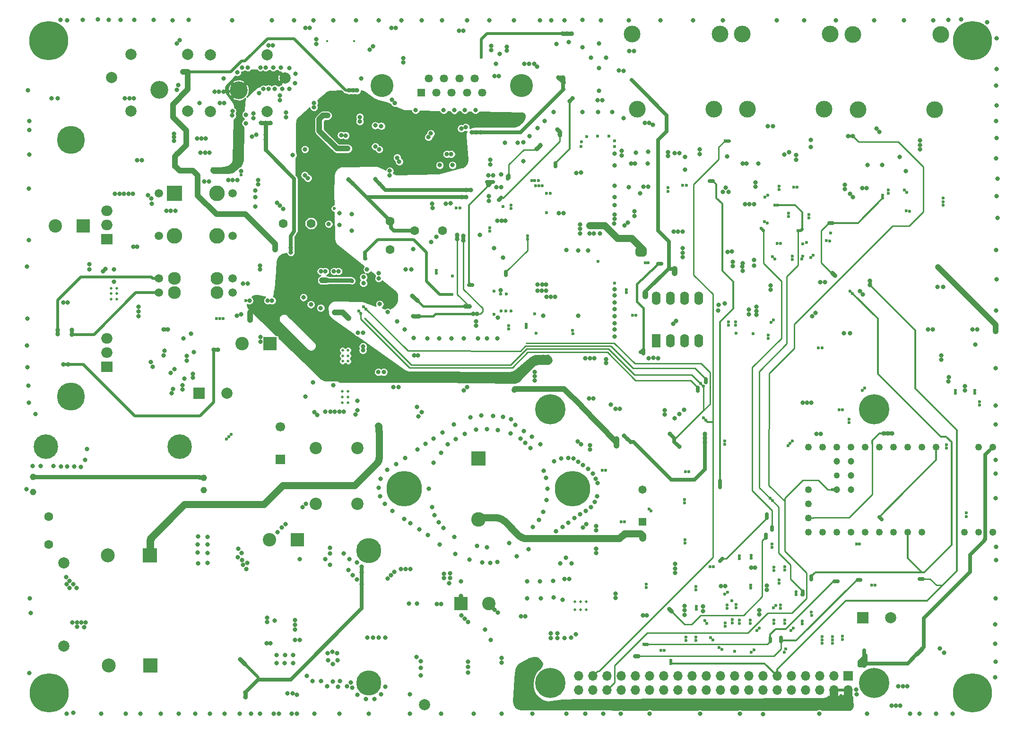
<source format=gbr>
G04 #@! TF.GenerationSoftware,KiCad,Pcbnew,5.1.5-52549c5~84~ubuntu18.04.1*
G04 #@! TF.CreationDate,2020-01-14T00:11:37-08:00*
G04 #@! TF.ProjectId,Pi_Blackbox,50695f42-6c61-4636-9b62-6f782e6b6963,R3*
G04 #@! TF.SameCoordinates,Original*
G04 #@! TF.FileFunction,Copper,L3,Inr*
G04 #@! TF.FilePolarity,Positive*
%FSLAX46Y46*%
G04 Gerber Fmt 4.6, Leading zero omitted, Abs format (unit mm)*
G04 Created by KiCad (PCBNEW 5.1.5-52549c5~84~ubuntu18.04.1) date 2020-01-14 00:11:37*
%MOMM*%
%LPD*%
G04 APERTURE LIST*
%ADD10C,1.200000*%
%ADD11C,1.100000*%
%ADD12C,1.300000*%
%ADD13C,1.250000*%
%ADD14C,2.000000*%
%ADD15C,3.200000*%
%ADD16C,1.500000*%
%ADD17C,2.800000*%
%ADD18C,2.300000*%
%ADD19R,2.800000X2.800000*%
%ADD20C,4.400000*%
%ADD21C,1.150000*%
%ADD22C,1.473200*%
%ADD23R,1.473200X1.473200*%
%ADD24C,1.700000*%
%ADD25R,1.700000X1.700000*%
%ADD26C,2.400000*%
%ADD27R,2.400000X2.400000*%
%ADD28C,1.600000*%
%ADD29O,1.600000X2.400000*%
%ADD30R,1.600000X2.400000*%
%ADD31C,4.500000*%
%ADD32C,6.350000*%
%ADD33C,2.600000*%
%ADD34R,2.600000X2.600000*%
%ADD35R,2.500000X2.500000*%
%ADD36C,2.500000*%
%ADD37C,5.000000*%
%ADD38R,2.000000X2.000000*%
%ADD39C,0.500000*%
%ADD40C,0.400000*%
%ADD41C,2.200000*%
%ADD42C,3.000000*%
%ADD43R,1.458000X1.458000*%
%ADD44C,1.458000*%
%ADD45C,4.116000*%
%ADD46C,0.800000*%
%ADD47C,5.400000*%
%ADD48O,2.000000X1.905000*%
%ADD49R,2.000000X1.905000*%
%ADD50C,7.000000*%
%ADD51O,1.700000X1.700000*%
%ADD52C,0.600000*%
%ADD53C,0.650000*%
%ADD54C,0.450000*%
%ADD55C,0.350000*%
%ADD56C,0.250000*%
%ADD57C,0.750000*%
%ADD58C,0.500000*%
%ADD59C,1.000000*%
%ADD60C,1.250000*%
%ADD61C,0.800000*%
%ADD62C,1.500000*%
%ADD63C,0.600000*%
%ADD64C,0.254000*%
G04 APERTURE END LIST*
D10*
X206105000Y-118355000D03*
D11*
X206105000Y-115815000D03*
D10*
X208680000Y-118355000D03*
X208680000Y-115815000D03*
X208680000Y-113275000D03*
X206105000Y-113275000D03*
D12*
X234065000Y-125975000D03*
D13*
X231525000Y-125975000D03*
X228985000Y-125975000D03*
X221365000Y-125975000D03*
X218825000Y-125975000D03*
X216285000Y-125975000D03*
X213745000Y-125975000D03*
X211205000Y-125975000D03*
X208665000Y-125975000D03*
X206125000Y-125975000D03*
X203585000Y-125975000D03*
X234065000Y-110735000D03*
X231525000Y-110735000D03*
X223905000Y-110735000D03*
X221365000Y-110735000D03*
X218825000Y-110735000D03*
X216285000Y-110735000D03*
X213745000Y-110735000D03*
X211205000Y-110735000D03*
X208665000Y-110735000D03*
X206125000Y-110735000D03*
X203585000Y-110735000D03*
X201045000Y-125975000D03*
X201045000Y-123435000D03*
X201045000Y-120895000D03*
X201045000Y-110735000D03*
X201045000Y-118355000D03*
D14*
X89847000Y-50589000D03*
X89847000Y-40429000D03*
X79687000Y-50589000D03*
X79687000Y-40429000D03*
D15*
X84767000Y-46789000D03*
D16*
X97880000Y-65330000D03*
X97880000Y-72905000D03*
X97880000Y-80570000D03*
X97880000Y-83110000D03*
X84705000Y-83110000D03*
X84705000Y-80570000D03*
X84705000Y-72950000D03*
X84705000Y-65330000D03*
D17*
X95100000Y-72950000D03*
D18*
X95100000Y-80570000D03*
X95100000Y-83110000D03*
D19*
X87480000Y-65330000D03*
D17*
X95100000Y-65330000D03*
X87480000Y-72950000D03*
D18*
X87480000Y-83110000D03*
X87480000Y-80570000D03*
D20*
X64470000Y-110680000D03*
X88470000Y-110680000D03*
D21*
X62195000Y-116090000D03*
X62220000Y-118780000D03*
X92795000Y-118480000D03*
X92795000Y-116255000D03*
D22*
X171350000Y-118368800D03*
D23*
X171350000Y-124160000D03*
D24*
X106440000Y-107148800D03*
D25*
X106440000Y-112940000D03*
D26*
X99630000Y-92255000D03*
D27*
X104630000Y-92255000D03*
D28*
X64960000Y-128240000D03*
X64960000Y-123240000D03*
D14*
X67670000Y-146390000D03*
X67670000Y-131530000D03*
D29*
X173780000Y-84110000D03*
X181400000Y-91730000D03*
X176320000Y-84110000D03*
X178860000Y-91730000D03*
X178860000Y-84110000D03*
X176320000Y-91730000D03*
X181400000Y-84110000D03*
D30*
X173780000Y-91730000D03*
D14*
X107280000Y-44630000D03*
X76250000Y-44590000D03*
X132262000Y-156874000D03*
D31*
X122340000Y-129270000D03*
X122340000Y-152970000D03*
D32*
X158810000Y-118210000D03*
X128610000Y-118210000D03*
D33*
X141910000Y-123680000D03*
D34*
X141910000Y-112760000D03*
D35*
X83090000Y-130120000D03*
D36*
X75590000Y-130120000D03*
D35*
X83200000Y-149910000D03*
D36*
X75700000Y-149910000D03*
D37*
X68920000Y-55720000D03*
X68920000Y-101660000D03*
D26*
X143810000Y-138790000D03*
D27*
X138810000Y-138790000D03*
D14*
X96930000Y-101120000D03*
D38*
X91930000Y-101120000D03*
D39*
X159210000Y-139880000D03*
X159210000Y-138480000D03*
X160210000Y-139880000D03*
X160210000Y-138480000D03*
X161210000Y-139880000D03*
X161210000Y-138480000D03*
D15*
X98992000Y-46814000D03*
D14*
X93912000Y-40454000D03*
X93912000Y-50614000D03*
X104072000Y-40454000D03*
X104072000Y-50614000D03*
D39*
X118610000Y-95380000D03*
X117610000Y-95380000D03*
X118610000Y-94380000D03*
X117610000Y-94380000D03*
X118610000Y-93380000D03*
X117610000Y-93380000D03*
D40*
X119710000Y-38045000D03*
X114810000Y-38045000D03*
D41*
X120280000Y-110930000D03*
X112780000Y-110930000D03*
X112780000Y-120930000D03*
X120280000Y-120930000D03*
D39*
X117580000Y-100780000D03*
X118580000Y-100780000D03*
X117580000Y-101780000D03*
X118580000Y-101780000D03*
X117580000Y-102780000D03*
X118580000Y-102780000D03*
D42*
X223610000Y-50305000D03*
X209910000Y-50305000D03*
X224710000Y-36805000D03*
X209010000Y-36805000D03*
X203830000Y-50245000D03*
X190130000Y-50245000D03*
X204930000Y-36745000D03*
X189230000Y-36745000D03*
D43*
X131675000Y-47250000D03*
D44*
X133045000Y-44710000D03*
X134415000Y-47250000D03*
X135785000Y-44710000D03*
X137155000Y-47250000D03*
X138525000Y-44710000D03*
X139895000Y-47250000D03*
X141265000Y-44710000D03*
X142635000Y-47250000D03*
D45*
X124660000Y-45980000D03*
X149650000Y-45980000D03*
D42*
X169490000Y-36745000D03*
X185190000Y-36745000D03*
X170390000Y-50245000D03*
X184090000Y-50245000D03*
D28*
X135520000Y-71950000D03*
X130520000Y-71950000D03*
X126140000Y-75330000D03*
X126140000Y-70330000D03*
X106950000Y-70670000D03*
X111950000Y-70670000D03*
D26*
X66180000Y-71130000D03*
D27*
X71180000Y-71130000D03*
D39*
X76150000Y-84270000D03*
X77150000Y-84270000D03*
X76150000Y-83270000D03*
X77150000Y-83270000D03*
X76150000Y-82270000D03*
X77150000Y-82270000D03*
D26*
X104540000Y-127390000D03*
D27*
X109540000Y-127390000D03*
D46*
X156281891Y-102568109D03*
X154850000Y-101975000D03*
X153418109Y-102568109D03*
X152825000Y-104000000D03*
X153418109Y-105431891D03*
X154850000Y-106025000D03*
X156281891Y-105431891D03*
X156875000Y-104000000D03*
D47*
X154850000Y-104000000D03*
D46*
X156281891Y-151568109D03*
X154850000Y-150975000D03*
X153418109Y-151568109D03*
X152825000Y-153000000D03*
X153418109Y-154431891D03*
X154850000Y-155025000D03*
X156281891Y-154431891D03*
X156875000Y-153000000D03*
D47*
X154850000Y-153000000D03*
D46*
X214281891Y-151568109D03*
X212850000Y-150975000D03*
X211418109Y-151568109D03*
X210825000Y-153000000D03*
X211418109Y-154431891D03*
X212850000Y-155025000D03*
X214281891Y-154431891D03*
X214875000Y-153000000D03*
D47*
X212850000Y-153000000D03*
D46*
X214281891Y-102568109D03*
X212850000Y-101975000D03*
X211418109Y-102568109D03*
X210825000Y-104000000D03*
X211418109Y-105431891D03*
X212850000Y-106025000D03*
X214281891Y-105431891D03*
X214875000Y-104000000D03*
D47*
X212850000Y-104000000D03*
D14*
X215750000Y-141350000D03*
D38*
X210750000Y-141350000D03*
D48*
X75420000Y-68390000D03*
X75420000Y-70930000D03*
D49*
X75420000Y-73470000D03*
D48*
X75420000Y-91270000D03*
X75420000Y-93810000D03*
D49*
X75420000Y-96350000D03*
D46*
X232236155Y-152923845D03*
X230380000Y-152155000D03*
X228523845Y-152923845D03*
X227755000Y-154780000D03*
X228523845Y-156636155D03*
X230380000Y-157405000D03*
X232236155Y-156636155D03*
X233005000Y-154780000D03*
D50*
X230380000Y-154780000D03*
D46*
X232236155Y-36103845D03*
X230380000Y-35335000D03*
X228523845Y-36103845D03*
X227755000Y-37960000D03*
X228523845Y-39816155D03*
X230380000Y-40585000D03*
X232236155Y-39816155D03*
X233005000Y-37960000D03*
D50*
X230380000Y-37960000D03*
D46*
X66853478Y-152651733D03*
X64984187Y-151915400D03*
X63141733Y-152716522D03*
X62405400Y-154585813D03*
X63206522Y-156428267D03*
X65075813Y-157164600D03*
X66918267Y-156363478D03*
X67654600Y-154494187D03*
D50*
X65030000Y-154770000D03*
D46*
X66833478Y-36061733D03*
X64964187Y-35325400D03*
X63121733Y-36126522D03*
X62385400Y-37995813D03*
X63186522Y-39838267D03*
X65055813Y-40574600D03*
X66898267Y-39773478D03*
X67634600Y-37904187D03*
D50*
X65010000Y-37950000D03*
D51*
X159855780Y-154276220D03*
X159855780Y-151736220D03*
X162395780Y-154276220D03*
X162395780Y-151736220D03*
X164935780Y-154276220D03*
X164935780Y-151736220D03*
X167475780Y-154276220D03*
X167475780Y-151736220D03*
X170015780Y-154276220D03*
X170015780Y-151736220D03*
X172555780Y-154276220D03*
X172555780Y-151736220D03*
X175095780Y-154276220D03*
X175095780Y-151736220D03*
X177635780Y-154276220D03*
X177635780Y-151736220D03*
X180175780Y-154276220D03*
X180175780Y-151736220D03*
X182715780Y-154276220D03*
X182715780Y-151736220D03*
X185255780Y-154276220D03*
X185255780Y-151736220D03*
X187795780Y-154276220D03*
X187795780Y-151736220D03*
X190335780Y-154276220D03*
X190335780Y-151736220D03*
X192875780Y-154276220D03*
X192875780Y-151736220D03*
X195415780Y-154276220D03*
X195415780Y-151736220D03*
X197955780Y-154276220D03*
X197955780Y-151736220D03*
X200495780Y-154276220D03*
X200495780Y-151736220D03*
X203035780Y-154276220D03*
X203035780Y-151736220D03*
X205575780Y-154276220D03*
X205575780Y-151736220D03*
X208115780Y-154276220D03*
D25*
X208115780Y-151736220D03*
D46*
X191305000Y-77255000D03*
X191305000Y-78230000D03*
D52*
X140830000Y-81680000D03*
X140230000Y-81680000D03*
X143665000Y-63375000D03*
X144260000Y-63280000D03*
D46*
X119217500Y-69017500D03*
X117055000Y-68880000D03*
D52*
X116155000Y-67985000D03*
D46*
X124060000Y-80550000D03*
X124060000Y-79640000D03*
D52*
X203510000Y-145900000D03*
X203510000Y-145290000D03*
X203510000Y-144700000D03*
X230820000Y-100580000D03*
X230820000Y-101140000D03*
X121370000Y-85600000D03*
X121780000Y-86010000D03*
X182670000Y-98530000D03*
X182660000Y-99130000D03*
X225753038Y-110328038D03*
X225752029Y-110927029D03*
X205340000Y-145870000D03*
X205340000Y-145280000D03*
X205340000Y-144680000D03*
X227400000Y-100560000D03*
X227400000Y-101130000D03*
X120485000Y-86365000D03*
X120895000Y-86775000D03*
X181230000Y-100060000D03*
X181230000Y-100660000D03*
X211140000Y-100190000D03*
X210725000Y-100605000D03*
X229300000Y-123190000D03*
X229300000Y-122550000D03*
D46*
X121060000Y-135320000D03*
X118690000Y-132760000D03*
X120210000Y-134470000D03*
X119415000Y-133675000D03*
X100200000Y-155550000D03*
X100200000Y-154700000D03*
X121060000Y-133160000D03*
X120155000Y-131455000D03*
X118830000Y-130790000D03*
X121060000Y-132170000D03*
X117810740Y-129800740D03*
X99268000Y-148772000D03*
X100083000Y-149587000D03*
X191730000Y-85608447D03*
X191730000Y-86355000D03*
X191730000Y-87030000D03*
X110250000Y-69530000D03*
X110250000Y-70340000D03*
X100585000Y-81505000D03*
X99790000Y-81500000D03*
X145105000Y-42075000D03*
X145755000Y-40355000D03*
X152450000Y-42640000D03*
X109575000Y-78385000D03*
X107222500Y-78477500D03*
X136340000Y-56090000D03*
X135530000Y-56090000D03*
X151915000Y-42105000D03*
X164100000Y-48650000D03*
X163320000Y-48650000D03*
X114980000Y-53190000D03*
X115790000Y-53200000D03*
X124306998Y-59553002D03*
X123606998Y-59553002D03*
X122836998Y-59553002D03*
X114905000Y-93405000D03*
X115960000Y-93740000D03*
X119470000Y-98550000D03*
X120270000Y-98550000D03*
X120980000Y-98550000D03*
X127045000Y-51535000D03*
X126460000Y-50960000D03*
X154380000Y-94630000D03*
X153555000Y-94605000D03*
X154355000Y-95430000D03*
X153555000Y-95405000D03*
D52*
X134410000Y-79610000D03*
X134410000Y-79060000D03*
X179020000Y-115160000D03*
X179620000Y-115160000D03*
D46*
X160275000Y-110255000D03*
X159735000Y-109715000D03*
D52*
X193870000Y-90690000D03*
X193870000Y-91260000D03*
X130205000Y-98405000D03*
D46*
X113281000Y-91781000D03*
X112646000Y-91146000D03*
X113916000Y-92416000D03*
X126420000Y-84484000D03*
X125785000Y-83849000D03*
X150995000Y-42075000D03*
X150135000Y-42075000D03*
X146420000Y-52750000D03*
X147230000Y-52750000D03*
X148040000Y-52750000D03*
X148785000Y-52375000D03*
D52*
X101055000Y-88025000D03*
X101055000Y-87435000D03*
D46*
X87400000Y-54610000D03*
X87400000Y-55930000D03*
X87400000Y-55260000D03*
X150915000Y-129075000D03*
X145365000Y-131300000D03*
X142615000Y-131400000D03*
X142415000Y-105100000D03*
X140515000Y-105425000D03*
X156760000Y-112830000D03*
X144590000Y-105150000D03*
X146340000Y-105300000D03*
X153000000Y-110230000D03*
X151480000Y-108900000D03*
X150040000Y-107890000D03*
X148530000Y-106790000D03*
X147800000Y-105750000D03*
X155450000Y-113300000D03*
X158930000Y-112830000D03*
X159800000Y-113410000D03*
X160670000Y-114000000D03*
X161620000Y-114660000D03*
X162410000Y-115490000D03*
X162960000Y-116390000D03*
X163240000Y-117220000D03*
X163230000Y-119570000D03*
X162790000Y-120550000D03*
X162070000Y-121480000D03*
X161170000Y-122220000D03*
X160140000Y-122780000D03*
X159170000Y-123420000D03*
X158010000Y-124280000D03*
X156980000Y-125070000D03*
X155860000Y-125840000D03*
X144040000Y-131500000D03*
X148840000Y-130275000D03*
X137770000Y-129870000D03*
X124320000Y-119600000D03*
X124100000Y-118080000D03*
X124460000Y-116430000D03*
X125620000Y-114860000D03*
X127190000Y-113780000D03*
X128840000Y-112710000D03*
X125170000Y-120920000D03*
X126550000Y-122160000D03*
X128670000Y-123650000D03*
X129780000Y-124390000D03*
X131400000Y-125490000D03*
X132920000Y-126510000D03*
X135015000Y-128200000D03*
X141665000Y-128425000D03*
X143465000Y-128700000D03*
X140315000Y-130900000D03*
X137615000Y-126850000D03*
X135720000Y-125260000D03*
X134860000Y-124200000D03*
X134100000Y-122940000D03*
X133640000Y-121550000D03*
X133040128Y-118250000D03*
X131020000Y-111170000D03*
X132470000Y-110160000D03*
X133890000Y-109220000D03*
X135530000Y-108130000D03*
X137540000Y-106660000D03*
X151720000Y-125110000D03*
X152800000Y-123790000D03*
X153580000Y-122390000D03*
X154170000Y-120280000D03*
X154310000Y-118250000D03*
X154090000Y-116280000D03*
X153615000Y-115000000D03*
X151290000Y-110950000D03*
X150365000Y-110000000D03*
X149450000Y-109250000D03*
X147700000Y-108310000D03*
X145430000Y-107690000D03*
X143490000Y-107560000D03*
X141480000Y-107660000D03*
X139500000Y-108400000D03*
X137880000Y-109310000D03*
X136460000Y-110280000D03*
X135290000Y-111740000D03*
X133930000Y-113590000D03*
X147490000Y-127925000D03*
X161900000Y-94880000D03*
X162730000Y-94880000D03*
X161060000Y-94870000D03*
X158020000Y-112690000D03*
X144140000Y-145270000D03*
X143107500Y-143402500D03*
X138925000Y-140905000D03*
X139500000Y-141480000D03*
X140115000Y-142095000D03*
X138802500Y-137397500D03*
X138802500Y-134767500D03*
X135270000Y-138840000D03*
X134510000Y-138840000D03*
X129510000Y-138770000D03*
X130900000Y-138770000D03*
X146090000Y-148520000D03*
X146120000Y-149330000D03*
X166470000Y-137035000D03*
X166470000Y-137760000D03*
X157590000Y-130570000D03*
X158589999Y-131569999D03*
X156600000Y-131560000D03*
X150230000Y-151230000D03*
X150230000Y-152355000D03*
X150230000Y-153355000D03*
X150230000Y-154505000D03*
X150892500Y-155417500D03*
D52*
X211068750Y-147201250D03*
X211270000Y-148060000D03*
X211445000Y-149495000D03*
X211020000Y-149920000D03*
X210147500Y-149842500D03*
D46*
X152430000Y-148970000D03*
X151380000Y-150080000D03*
X150817500Y-150642500D03*
X221400000Y-146880000D03*
X220410000Y-147870000D03*
X140755000Y-54330000D03*
X141560000Y-54330000D03*
X142350000Y-54330000D03*
X157150000Y-45380000D03*
X156267500Y-44512500D03*
X157082500Y-44512500D03*
X187460259Y-77571745D03*
X187460259Y-78371745D03*
X111410000Y-62590000D03*
X110830000Y-62040000D03*
X110850000Y-57400000D03*
X108700000Y-58420000D03*
X133750000Y-67950000D03*
D52*
X146020000Y-86400000D03*
X147800000Y-86400000D03*
X146880000Y-86400000D03*
D46*
X133617500Y-67126500D03*
D52*
X138630000Y-67940000D03*
X138005000Y-67955000D03*
X147340000Y-62100000D03*
X147160000Y-62660000D03*
D46*
X153015000Y-56665000D03*
X152340000Y-57330000D03*
X104717798Y-145872202D03*
X104020000Y-145870000D03*
X175280000Y-104140000D03*
X175280000Y-104950000D03*
D52*
X194635000Y-76645000D03*
X195035000Y-77045000D03*
X198150000Y-76580000D03*
X201910000Y-76370000D03*
X201470000Y-76800000D03*
X198150000Y-77170000D03*
X186500000Y-139610000D03*
X186510000Y-139030000D03*
X198172500Y-109647500D03*
X197772500Y-110047500D03*
X197392500Y-110492500D03*
D46*
X196740000Y-58335000D03*
X197610000Y-57935000D03*
X177050000Y-58105000D03*
X177950000Y-58105000D03*
X80855000Y-59405000D03*
X81680000Y-59405000D03*
D52*
X95050000Y-87730000D03*
X95650000Y-87730000D03*
X96260000Y-87730000D03*
X192580000Y-71570000D03*
X192990000Y-71980000D03*
X194560000Y-125580000D03*
X194560000Y-125030000D03*
X214310000Y-65610000D03*
X214310000Y-66180000D03*
X204770000Y-70590000D03*
X205340000Y-70590000D03*
X201590000Y-134460000D03*
X201590000Y-133860000D03*
X208495000Y-82785000D03*
X208915000Y-83205000D03*
X205790000Y-80080000D03*
X205380000Y-79640000D03*
X199980000Y-71690000D03*
X199210000Y-72020000D03*
X195020000Y-67370000D03*
X195570000Y-67370000D03*
X199980000Y-137180000D03*
X199990000Y-136580000D03*
X194150000Y-119920000D03*
X194575000Y-120345000D03*
X150525000Y-88775000D03*
X150525000Y-89380000D03*
X196750000Y-147500000D03*
X196990000Y-146950000D03*
X167540000Y-124120000D03*
X168130000Y-124120000D03*
X150710000Y-73500000D03*
X150710000Y-72920000D03*
X146840000Y-79370000D03*
X146840000Y-79960000D03*
X214142500Y-123692500D03*
X213717500Y-123267500D03*
X155750000Y-60450000D03*
X155750000Y-59900000D03*
X176410000Y-149530000D03*
X176410000Y-148920000D03*
D46*
X212018000Y-80928000D03*
X212018000Y-81690000D03*
X158297000Y-48797000D03*
X158805000Y-48289000D03*
D52*
X220955000Y-134355000D03*
X221555000Y-134355000D03*
X96815000Y-109315000D03*
X97235000Y-108895000D03*
X97665000Y-108465000D03*
D46*
X85530000Y-94305000D03*
X85692500Y-93517500D03*
X89705000Y-94430000D03*
X89705000Y-95230000D03*
X90805000Y-98355000D03*
X90805000Y-97605000D03*
X161745000Y-102015000D03*
X162495000Y-102015000D03*
D52*
X174140000Y-77930000D03*
X174750000Y-77930000D03*
X171490000Y-93350000D03*
X171510000Y-93970000D03*
X170990000Y-93700000D03*
D46*
X174080000Y-94800000D03*
X173250000Y-94790000D03*
X171855000Y-82925000D03*
X128450000Y-41860000D03*
X128450000Y-41080000D03*
X171855000Y-83725000D03*
X177090000Y-78830000D03*
X177095000Y-79575000D03*
X152005000Y-98855000D03*
X152005000Y-98055000D03*
X152005000Y-97255000D03*
X172420000Y-94810000D03*
X178750000Y-104030000D03*
X177960000Y-104800000D03*
X177070000Y-105630000D03*
D52*
X169850000Y-45480000D03*
X170270000Y-45900000D03*
X170700000Y-46330000D03*
X171120000Y-46750000D03*
D46*
X101640000Y-51020000D03*
X101640000Y-51800000D03*
D52*
X183960000Y-63070000D03*
X183360000Y-63070000D03*
X185200000Y-117955000D03*
X185200000Y-117385000D03*
X185200000Y-116795000D03*
X186775000Y-55855000D03*
X186130000Y-55855000D03*
X182660000Y-105940000D03*
X182250000Y-105530000D03*
X208310000Y-106390000D03*
X208310000Y-105790000D03*
D46*
X208980000Y-55030000D03*
X208180000Y-55030000D03*
X136930000Y-67105000D03*
X136130000Y-67130000D03*
D52*
X145920000Y-83350000D03*
X146940000Y-83350000D03*
X146010000Y-66070000D03*
D46*
X145920000Y-82630000D03*
D52*
X145554134Y-66444134D03*
D46*
X156095000Y-53855000D03*
X156500000Y-54700000D03*
X114890000Y-153570000D03*
X119370000Y-153830000D03*
X115830000Y-152760000D03*
X116820000Y-153720000D03*
X117100000Y-152630000D03*
X118420000Y-153610000D03*
X119050000Y-152910000D03*
X111250000Y-151740000D03*
X113725000Y-152665000D03*
X112215000Y-152665000D03*
X120270000Y-155130000D03*
X121780000Y-155870000D03*
X124500000Y-155040000D03*
X125270000Y-153700000D03*
X123280000Y-155850000D03*
X175930000Y-57930000D03*
X175930000Y-58580000D03*
X172305000Y-57880000D03*
X170105000Y-58005000D03*
D52*
X187830000Y-147350000D03*
D46*
X225380000Y-147600000D03*
X224575000Y-146795000D03*
X217350000Y-58745000D03*
X102905000Y-91055000D03*
X102955000Y-91855000D03*
X100930000Y-84505000D03*
D52*
X100260329Y-84505000D03*
D46*
X87480000Y-96755000D03*
X86830000Y-97505000D03*
X87230000Y-100305000D03*
X87017500Y-101067500D03*
X127390000Y-58910000D03*
X127760000Y-59640000D03*
X123450000Y-53140000D03*
X124540834Y-53239166D03*
X144040000Y-59320000D03*
X144050000Y-60120000D03*
X112920000Y-38550000D03*
X112910000Y-37710000D03*
X145170000Y-64225001D03*
X146050000Y-64225001D03*
X137290000Y-60250000D03*
X135020000Y-60250000D03*
X143690000Y-62075000D03*
X144545000Y-62075000D03*
X221060000Y-55840000D03*
X221050000Y-56650000D03*
X221040000Y-57450000D03*
X214210000Y-60180000D03*
X211630000Y-60180000D03*
X218490000Y-61305000D03*
X210715000Y-64380000D03*
X211480000Y-64380000D03*
X181605000Y-58230000D03*
X181605000Y-57455000D03*
X172230000Y-59930000D03*
X169990000Y-59930000D03*
X169280000Y-59930000D03*
X189280000Y-59930000D03*
X189960000Y-59930000D03*
X192070000Y-59930000D03*
X198820000Y-58455000D03*
X198820000Y-59255000D03*
X178950000Y-58805000D03*
X178950000Y-61030000D03*
X193755000Y-53255000D03*
X194705000Y-53280000D03*
X201430000Y-56955000D03*
X201430000Y-55715000D03*
X191590000Y-64130000D03*
X172345000Y-64135000D03*
X171505000Y-64135000D03*
X191555000Y-63355000D03*
X160140000Y-72480000D03*
X160140000Y-71670000D03*
X160140000Y-70870000D03*
X157220000Y-68815000D03*
X156340000Y-68815000D03*
X171780000Y-52705000D03*
X172530000Y-52705000D03*
X173180000Y-53055000D03*
X159480000Y-61630000D03*
X160305000Y-61605000D03*
X189255000Y-77805000D03*
X189255000Y-79208447D03*
X189230000Y-78455000D03*
X191280000Y-67205000D03*
X190470000Y-67220000D03*
X189660000Y-67220000D03*
X166305000Y-69905000D03*
X166305000Y-69105000D03*
X161805000Y-72480000D03*
X162605000Y-72480000D03*
X163705000Y-72480000D03*
X166280000Y-70705000D03*
X186050000Y-85030000D03*
X184920000Y-85260000D03*
X184890000Y-86310000D03*
X168900000Y-34280000D03*
X160530000Y-34255000D03*
X234650000Y-86330000D03*
X234730000Y-80730000D03*
X234650000Y-75490000D03*
X234930000Y-69680000D03*
X234870000Y-62650000D03*
X234720000Y-55390000D03*
X234720000Y-49560000D03*
X234720000Y-43030000D03*
X234710000Y-37550000D03*
X233040000Y-34680000D03*
X226080000Y-34220000D03*
X228390000Y-34170000D03*
X223410000Y-34280000D03*
X218130000Y-34280000D03*
X212840000Y-34280000D03*
X205930000Y-34280000D03*
X200320000Y-34280000D03*
X195390000Y-34280000D03*
X185720000Y-34280000D03*
X180420000Y-34280000D03*
X174560000Y-34280000D03*
X163850000Y-34280000D03*
X166305000Y-67430000D03*
X166305000Y-65955000D03*
X166305000Y-63955000D03*
X166305000Y-60305000D03*
X166305000Y-58180000D03*
X150005000Y-59505000D03*
X146040000Y-61890000D03*
X151123996Y-55010000D03*
X152543996Y-53590000D03*
X155403996Y-50730000D03*
X160540000Y-50730000D03*
X163370000Y-50730000D03*
X165900000Y-50730000D03*
X167950000Y-51800000D03*
X213730000Y-54310000D03*
X213255000Y-53680000D03*
X104210000Y-84515000D03*
X104985000Y-84515000D03*
X98680000Y-87205000D03*
X99455000Y-87005000D03*
X89080000Y-91255000D03*
X90430000Y-90430000D03*
X92190000Y-58030000D03*
X92965000Y-58030000D03*
X93740000Y-58030000D03*
X117360000Y-54880000D03*
X99430000Y-61280000D03*
X118170000Y-54935000D03*
X101400000Y-55110000D03*
X115130000Y-70780000D03*
X119242500Y-71992500D03*
X117061250Y-70948750D03*
X116860000Y-79250000D03*
X116070000Y-79250000D03*
X106421250Y-67508750D03*
X106981250Y-68068750D03*
X105876250Y-66963750D03*
X113725000Y-79250000D03*
X114490000Y-79250000D03*
X164825000Y-40960000D03*
X162060000Y-40960000D03*
X146725000Y-56215000D03*
X126060000Y-62070000D03*
X126060000Y-61270000D03*
X143835000Y-66625000D03*
X143800000Y-65840000D03*
X163550000Y-38455000D03*
X148960000Y-56220000D03*
X150005000Y-56128996D03*
X138865000Y-53665000D03*
X139630000Y-53420000D03*
X158080000Y-38190000D03*
X155925000Y-38545000D03*
X147055000Y-39695000D03*
X147055000Y-39015000D03*
X144200000Y-39600000D03*
X144200000Y-38870000D03*
X160560000Y-39090000D03*
X163550000Y-46890000D03*
X169760000Y-39830000D03*
X168960000Y-39850000D03*
X163550000Y-42830000D03*
X224870000Y-95075000D03*
X224870000Y-94300000D03*
X230450000Y-89710000D03*
X231270000Y-89710000D03*
X113111250Y-105038750D03*
X112581250Y-104508750D03*
X112285000Y-99145000D03*
X110942500Y-101707500D03*
X126330000Y-35655000D03*
X127130000Y-35655000D03*
X138505000Y-36205000D03*
X139265000Y-36205000D03*
X122495000Y-39535000D03*
X123075000Y-38955000D03*
X110945000Y-35655000D03*
X111695000Y-35655000D03*
X120920000Y-44680000D03*
X120690000Y-51620000D03*
X120700000Y-52430000D03*
X113695000Y-85835000D03*
X111935000Y-85215000D03*
X110595000Y-83945000D03*
X131110000Y-94350000D03*
X130450000Y-94350000D03*
X139950000Y-100000000D03*
X139340000Y-100580000D03*
X149250000Y-100350000D03*
X148340000Y-100500000D03*
X159840000Y-87240000D03*
X153505000Y-87255000D03*
X194300000Y-81790000D03*
X190400000Y-86120000D03*
X190400000Y-86940000D03*
X194300000Y-82590000D03*
D52*
X197470000Y-69420000D03*
X197470000Y-68830000D03*
X201165000Y-69715000D03*
X201160000Y-69100000D03*
X193700000Y-70590000D03*
X193167500Y-70352500D03*
X204995000Y-72395000D03*
X200060000Y-76580000D03*
X154130000Y-68800000D03*
X163405000Y-77465000D03*
X191140000Y-90440000D03*
X188057132Y-90372868D03*
X199835010Y-77083205D03*
X166305000Y-56925000D03*
X166305000Y-55935000D03*
X165280828Y-55080828D03*
X163250755Y-55090755D03*
X161360000Y-55100000D03*
X160415000Y-56045000D03*
X160350000Y-56880000D03*
X225145000Y-67385000D03*
X225145000Y-66785000D03*
X225145000Y-66165000D03*
D46*
X124020000Y-97324990D03*
X124970000Y-97324990D03*
D52*
X166685000Y-110535000D03*
X166685000Y-109935000D03*
X166685000Y-109335000D03*
X137280000Y-80120000D03*
X144720000Y-86930000D03*
D46*
X141480000Y-88260000D03*
X141480000Y-89040000D03*
X145410000Y-87580000D03*
D52*
X144740000Y-82840000D03*
X166310000Y-81390000D03*
D46*
X166310000Y-82450000D03*
X166310000Y-83600000D03*
X166310000Y-84880000D03*
X166310000Y-86050000D03*
X166310000Y-87270000D03*
X166310000Y-88550000D03*
X166310000Y-89710000D03*
X166310000Y-90980000D03*
X145320000Y-91320000D03*
X143430000Y-91320000D03*
X141850000Y-91320000D03*
X139320000Y-91320000D03*
X137150000Y-91320000D03*
X134900000Y-91320000D03*
X132830000Y-91320000D03*
X130335000Y-91205000D03*
X128775000Y-89645000D03*
X127390000Y-88260000D03*
X125680000Y-86550000D03*
X124275000Y-85145000D03*
X121340000Y-81400000D03*
X121340000Y-80320000D03*
X122000000Y-78920000D03*
X142190001Y-72749999D03*
X130220000Y-75310000D03*
X146388760Y-76791240D03*
X144747262Y-75132738D03*
X134390000Y-73080000D03*
X133460000Y-74010000D03*
X141400000Y-50370000D03*
X139490000Y-50380000D03*
X135720000Y-50390000D03*
X137630000Y-50420000D03*
X130690000Y-50390000D03*
X153796998Y-52336998D03*
D52*
X203465000Y-92985000D03*
X202860000Y-92985000D03*
D46*
X234730000Y-65830000D03*
X234655000Y-59005000D03*
X234630000Y-52355000D03*
X234630000Y-46005000D03*
D52*
X99400000Y-61970000D03*
X152015000Y-86885000D03*
D46*
X123460000Y-56900000D03*
X124175437Y-57414563D03*
X102150000Y-54830000D03*
X87908750Y-38428750D03*
X88468750Y-37868750D03*
X119930000Y-104940000D03*
X120260000Y-104150000D03*
X120250000Y-102470000D03*
X115930000Y-99690000D03*
X167110000Y-43240000D03*
X167910000Y-43340000D03*
X91017500Y-93767500D03*
X176930000Y-72155000D03*
X177705000Y-72155000D03*
X178505000Y-72155000D03*
X114552500Y-104380000D03*
X115410000Y-104380000D03*
X116230000Y-104380000D03*
X117020000Y-104380000D03*
X117800000Y-104380000D03*
X140040000Y-151110000D03*
X140040000Y-150120000D03*
X140040000Y-149170000D03*
X122060000Y-144920000D03*
X123060000Y-144920000D03*
X124100000Y-144920000D03*
X125250000Y-144920000D03*
X131640000Y-149140000D03*
X131640000Y-150290000D03*
X131640000Y-151690000D03*
X130880000Y-148380000D03*
X66620000Y-89780000D03*
X66620000Y-90530000D03*
X85590000Y-89650000D03*
X86330000Y-89650000D03*
X67590000Y-84840000D03*
X68390000Y-84840000D03*
X69160000Y-89800000D03*
X69160000Y-90590000D03*
X95300000Y-93300000D03*
X94510000Y-93300000D03*
X67620000Y-95910000D03*
X68420000Y-95910000D03*
D52*
X142440000Y-40930000D03*
X142440000Y-40350000D03*
D46*
X162996000Y-125632000D03*
X162996000Y-124870000D03*
D52*
X207130000Y-104100000D03*
X206530000Y-104100000D03*
X186065000Y-110270000D03*
X186030000Y-109680000D03*
D46*
X156980000Y-36710010D03*
X157780000Y-36710010D03*
X158610000Y-36710010D03*
X121245000Y-93405000D03*
X121260000Y-92750000D03*
X98890000Y-130470000D03*
X99500000Y-129760000D03*
X98960000Y-129000000D03*
X99740000Y-131850000D03*
X99640000Y-130960000D03*
X100530000Y-131530000D03*
X100400000Y-132570000D03*
X217495000Y-157055000D03*
X216720000Y-157055000D03*
X215945000Y-157055000D03*
X218695000Y-153605000D03*
X217945000Y-153605000D03*
X217170000Y-153605000D03*
X140320000Y-85560000D03*
X139550000Y-85550000D03*
X138150000Y-73520000D03*
X138150000Y-72740000D03*
D52*
X164755000Y-114885000D03*
X164160000Y-114900000D03*
D46*
X130130000Y-83640000D03*
X130990000Y-84500000D03*
X141705000Y-86885000D03*
X141015000Y-86885000D03*
X112500000Y-49880000D03*
X112510000Y-49080000D03*
X126960000Y-49110000D03*
X126410000Y-48540000D03*
X139240000Y-73730000D03*
X139240000Y-72940000D03*
X130290000Y-87290000D03*
X131300000Y-87290000D03*
X171000000Y-126230000D03*
X170060000Y-126230000D03*
X169170000Y-126230000D03*
X168080000Y-126230000D03*
X71570000Y-142180000D03*
X69230000Y-142180000D03*
X70100000Y-142180000D03*
X70850000Y-142180000D03*
X70050000Y-142970000D03*
X71335950Y-143014050D03*
X70020000Y-135990000D03*
X69374050Y-135315950D03*
X68739050Y-134680950D03*
X68124050Y-134065950D03*
X68160000Y-135300000D03*
X68700000Y-135990000D03*
X72280000Y-78930000D03*
X72280000Y-78030000D03*
X80067500Y-65342500D03*
X79267500Y-65342500D03*
X78467500Y-65342500D03*
X77667500Y-65342500D03*
X76867500Y-65342500D03*
X82761250Y-65648750D03*
X83361250Y-66248750D03*
X83480000Y-67130000D03*
X81080000Y-85630000D03*
X81080000Y-86430000D03*
X81080000Y-87330000D03*
X89255000Y-98505000D03*
X88955000Y-99630000D03*
X88980000Y-100405000D03*
X102820000Y-78220000D03*
X102820000Y-78930000D03*
X89300000Y-121000000D03*
X90050000Y-121000000D03*
X90810000Y-121000000D03*
X94060000Y-121000000D03*
X94870000Y-121000000D03*
X95670000Y-121000000D03*
X124128111Y-111401889D03*
X124060000Y-110600000D03*
X124060000Y-109700000D03*
X124060000Y-108770000D03*
X124090000Y-107840000D03*
X123986763Y-106963237D03*
X161895000Y-110445000D03*
X161895000Y-111145000D03*
D52*
X187360000Y-138290000D03*
D46*
X145360000Y-70180000D03*
X146790000Y-70180000D03*
X146060000Y-70190000D03*
X207535000Y-63755000D03*
X207535000Y-64505000D03*
X186220000Y-64260000D03*
X185710000Y-65060000D03*
X186480000Y-58655000D03*
X168680000Y-70505000D03*
X169855000Y-69330000D03*
X169855000Y-68530000D03*
X168130000Y-71055000D03*
X159780000Y-75535000D03*
X157680000Y-75417500D03*
X161580000Y-75535000D03*
X170905000Y-65280000D03*
X168905000Y-64230000D03*
X167630000Y-58555000D03*
X167630000Y-57680000D03*
X186760000Y-65010000D03*
X209000000Y-65930000D03*
X208500000Y-65370000D03*
X114700000Y-80870000D03*
X113920000Y-80870000D03*
X117210000Y-86660000D03*
X116230000Y-86670000D03*
X229035000Y-99805000D03*
X229030000Y-100600000D03*
X223270000Y-89660000D03*
X222480000Y-89670000D03*
X230935000Y-92425000D03*
X120367500Y-90250000D03*
X121310000Y-90250000D03*
X118081250Y-87088750D03*
X118666250Y-87673750D03*
X193550001Y-136299999D03*
X193550001Y-135559999D03*
D52*
X186550000Y-136780000D03*
X186025000Y-137075000D03*
X180920000Y-136360000D03*
X180920000Y-135740000D03*
X193720000Y-65610000D03*
X193260000Y-66010000D03*
X118670000Y-80970000D03*
X119260000Y-80970000D03*
X158900000Y-90450000D03*
X158820000Y-89850000D03*
X152240000Y-90340000D03*
X147390000Y-89000000D03*
X147390000Y-89630000D03*
X194350000Y-88430000D03*
X194780000Y-88000000D03*
D46*
X208520000Y-90380000D03*
X207370000Y-90380000D03*
X108350000Y-75850000D03*
X108350000Y-75040000D03*
X103860000Y-52650000D03*
X103030000Y-52650000D03*
X104690000Y-52650000D03*
X103860000Y-54830000D03*
X103860000Y-55600000D03*
X102505000Y-62885000D03*
X102505000Y-63685000D03*
X98760000Y-62960000D03*
X97950000Y-62960000D03*
X97130000Y-62960000D03*
X131815000Y-104525000D03*
X126740000Y-100010000D03*
X127610000Y-100000000D03*
X105530000Y-75380000D03*
X105530000Y-74380000D03*
X87640000Y-59680000D03*
X87640000Y-60480000D03*
X89020000Y-43500000D03*
X89910000Y-43500000D03*
X65450000Y-48290000D03*
X66560000Y-48290000D03*
X131217500Y-105227500D03*
X130940000Y-103550000D03*
X160690000Y-125120000D03*
X161260000Y-124550000D03*
X202310000Y-86730000D03*
X201750000Y-87290000D03*
X120180000Y-46870000D03*
X119480000Y-46870000D03*
X118750000Y-46870000D03*
X92870000Y-63140000D03*
X93670000Y-63140000D03*
X105150000Y-38780000D03*
X104370000Y-38780000D03*
X109100000Y-145320000D03*
X109930000Y-145290000D03*
X107500000Y-51620000D03*
X107500000Y-50830000D03*
X129950000Y-78940000D03*
X128900000Y-78940000D03*
X171430000Y-75980000D03*
X170655000Y-75980000D03*
X71090000Y-34220000D03*
X73770000Y-34170000D03*
X61030000Y-118270000D03*
X131750000Y-34280000D03*
X135450000Y-34280000D03*
X139940000Y-34280000D03*
X143920000Y-34280000D03*
X148320000Y-34280000D03*
X152960000Y-34280000D03*
X157340000Y-34280000D03*
X154960000Y-34280000D03*
X93400000Y-129760000D03*
X91660000Y-129680000D03*
X93400000Y-128180000D03*
X93420000Y-126820000D03*
X91760000Y-126800000D03*
X93410000Y-131540000D03*
X91760000Y-131590000D03*
X91650000Y-128160000D03*
X115820000Y-147410000D03*
X116630000Y-147690000D03*
X114960000Y-147670000D03*
X116710000Y-148910000D03*
X115900000Y-149610000D03*
X115010000Y-148910000D03*
X105780000Y-148020000D03*
X108729951Y-148008941D03*
X108789951Y-149438941D03*
X107289951Y-147998941D03*
X105809951Y-149438941D03*
X102790000Y-158530000D03*
X109470000Y-158540000D03*
X101180000Y-158530000D03*
X99160000Y-158530000D03*
X96470000Y-158530000D03*
X93850000Y-158530000D03*
X91190000Y-158530000D03*
X88250000Y-158530000D03*
X85020000Y-158530000D03*
X81410000Y-158530000D03*
X78750000Y-158530000D03*
X87160000Y-34280000D03*
X90055000Y-34230000D03*
X97870000Y-34280000D03*
X104920000Y-34280000D03*
X108950000Y-34280000D03*
X112380000Y-34280000D03*
X115960000Y-34280000D03*
X120000000Y-34280000D03*
X124080000Y-34280000D03*
X128150000Y-34280000D03*
X226860000Y-158540000D03*
X220950000Y-158540000D03*
X211520000Y-158540000D03*
X202980000Y-158510000D03*
X192900000Y-158620000D03*
X188730000Y-158540000D03*
X181630000Y-158540000D03*
X167440000Y-158540000D03*
X172610000Y-158520000D03*
X105250000Y-158540000D03*
X108480000Y-158540000D03*
X112590000Y-158540000D03*
X117020000Y-158540000D03*
X122330000Y-158540000D03*
X129710000Y-158540000D03*
X135290000Y-158540000D03*
X141090000Y-158540000D03*
X146110000Y-158540000D03*
X151620000Y-158540000D03*
X157660000Y-158540000D03*
X164310000Y-158540000D03*
X161050000Y-158540000D03*
X75740000Y-34180000D03*
X80310000Y-34220000D03*
X83760000Y-34220000D03*
X77810000Y-34220000D03*
X74400000Y-158530000D03*
X223880000Y-158540000D03*
X107209951Y-149448941D03*
X104100000Y-142110000D03*
X219210000Y-158540000D03*
X61290000Y-46870000D03*
X61480000Y-52340000D03*
X178480000Y-76730000D03*
X178480000Y-75980000D03*
X178480000Y-75155000D03*
X177940000Y-110710000D03*
X209630000Y-154205000D03*
X209640000Y-155010000D03*
X106210000Y-158540000D03*
X107714951Y-154865049D03*
X108664951Y-154865049D03*
X109445000Y-155085000D03*
X104070000Y-141300000D03*
X105444951Y-141825049D03*
X109910000Y-130790000D03*
X114550000Y-130790000D03*
X115375000Y-129845000D03*
X115400000Y-131860000D03*
X115375000Y-128815000D03*
X76650000Y-81160000D03*
X76650000Y-78900000D03*
X86040000Y-68430000D03*
X86860000Y-68430000D03*
X87700000Y-68430000D03*
X101942500Y-66005000D03*
X101942500Y-64757500D03*
X101942500Y-67627500D03*
X125718389Y-134258389D03*
X126283389Y-133693389D03*
X126888389Y-133088389D03*
X129760000Y-132600000D03*
X128940000Y-132600000D03*
X128090000Y-132580000D03*
X150632500Y-137847500D03*
X153092500Y-137847500D03*
X155442500Y-137722500D03*
X157050000Y-138090000D03*
X150350000Y-141080000D03*
X149570000Y-141080000D03*
X144865000Y-139845000D03*
X145385000Y-140365000D03*
X111000000Y-120930000D03*
X110460000Y-121470000D03*
X107385000Y-124545000D03*
X106755000Y-125175000D03*
X105960000Y-125970000D03*
X129710000Y-155020000D03*
X103420000Y-46580000D03*
X97880000Y-50555000D03*
X97870000Y-51360000D03*
X104330000Y-46550000D03*
X105480000Y-46550000D03*
X106840000Y-46550000D03*
X108050000Y-46550000D03*
X109110000Y-45600000D03*
X109170000Y-43900000D03*
X108120000Y-42850000D03*
X106540000Y-42790000D03*
X105180000Y-42790000D03*
X103820000Y-42790000D03*
X99580000Y-42790000D03*
X98755000Y-43615000D03*
X96270000Y-44760000D03*
X100260000Y-52730000D03*
X100270000Y-51210000D03*
X171005000Y-75105000D03*
X176835000Y-88685000D03*
X177375000Y-88145000D03*
X166480000Y-103940000D03*
X167280000Y-103940000D03*
X164795000Y-95665000D03*
X164795000Y-94995000D03*
X176230000Y-108370000D03*
X165640000Y-103100000D03*
D52*
X191842399Y-143581000D03*
X192256700Y-143166700D03*
X186101700Y-142881700D03*
X186110000Y-142280000D03*
X197930000Y-143600000D03*
X198346700Y-143226700D03*
X190820000Y-147490000D03*
X191300000Y-147050000D03*
X207170000Y-144590000D03*
X207170000Y-145190000D03*
X177035000Y-109805000D03*
X231660000Y-102670000D03*
X231660000Y-103240000D03*
X181715000Y-99325000D03*
X182260000Y-99870000D03*
X212390000Y-135450000D03*
X213010000Y-135450000D03*
D46*
X191510000Y-132370000D03*
X190780000Y-132370000D03*
X192256700Y-140753300D03*
X192256700Y-140753300D03*
X192256700Y-140003300D03*
D52*
X147810000Y-67990000D03*
X147790000Y-67395000D03*
X146347500Y-67687500D03*
D46*
X65805000Y-114180000D03*
X67155000Y-114230000D03*
X68280000Y-114230000D03*
X69530000Y-114230000D03*
X70780000Y-114280000D03*
X71480000Y-113030000D03*
X71880000Y-111105000D03*
X63555000Y-114180000D03*
X62130000Y-114105000D03*
X62590000Y-104850000D03*
X61430000Y-102790000D03*
X61350000Y-99730000D03*
X61170000Y-96450000D03*
X61130000Y-92590000D03*
X61160000Y-87700000D03*
X61080000Y-78380000D03*
X61420000Y-73660000D03*
X61460000Y-64420000D03*
X61510000Y-58370000D03*
X61470000Y-53970000D03*
X67110000Y-34210000D03*
X68305000Y-34305000D03*
X61550000Y-151210000D03*
X61750000Y-140470000D03*
X61570000Y-137830000D03*
X68200000Y-158510000D03*
X69355000Y-158330000D03*
X234505000Y-152030000D03*
X234530000Y-149205000D03*
X234505000Y-145980000D03*
X234455000Y-142530000D03*
X234580000Y-137880000D03*
X234630000Y-131030000D03*
X234630000Y-128605000D03*
X234530000Y-119905000D03*
X234580000Y-115480000D03*
X234555000Y-113005000D03*
X234530000Y-106705000D03*
X234530000Y-103280000D03*
X234530000Y-96630000D03*
X234530000Y-89980000D03*
X161860000Y-71080000D03*
X162670000Y-71080000D03*
X163440000Y-71080000D03*
X164090000Y-71080000D03*
X203980000Y-81220000D03*
X203180000Y-81220000D03*
X210800000Y-83400000D03*
X210240000Y-82840000D03*
X224220000Y-78490000D03*
X225030000Y-79300000D03*
X96426001Y-49163999D03*
X95596001Y-49163999D03*
X91986001Y-49163999D03*
X88140000Y-45890000D03*
X87951000Y-46789000D03*
X102670000Y-47370000D03*
X102900000Y-42750000D03*
X100650000Y-42780000D03*
X156050000Y-144970000D03*
X154890000Y-144970000D03*
X156050000Y-144140000D03*
X154920000Y-144130000D03*
X157356261Y-144956261D03*
X158497500Y-144912500D03*
X159356250Y-144256250D03*
X155320000Y-134750000D03*
X157340000Y-134390000D03*
X158230000Y-134390000D03*
X152987500Y-134770000D03*
X150680000Y-134790000D03*
X109120000Y-143400000D03*
X109120000Y-142580000D03*
X109120000Y-141770000D03*
X83620000Y-96360000D03*
X83230000Y-95505000D03*
X80105000Y-74855000D03*
X80855000Y-74855000D03*
X74720000Y-79270000D03*
X75180000Y-78810000D03*
X136880000Y-133330000D03*
X136880000Y-134230000D03*
X136727500Y-135177500D03*
X135780000Y-134230000D03*
X135780000Y-133430000D03*
D52*
X95715000Y-61295000D03*
X96340000Y-61295000D03*
X97090000Y-61295000D03*
X97723993Y-61223993D03*
D46*
X94670000Y-47080000D03*
X95490000Y-47080000D03*
X96310000Y-47080000D03*
X97070000Y-47080000D03*
X117750000Y-57290000D03*
X118520000Y-57290000D03*
X114900000Y-51360000D03*
X114120000Y-51360000D03*
X139780000Y-65980000D03*
X138980000Y-65980000D03*
X118700000Y-62800000D03*
X119420000Y-63520000D03*
X140550000Y-64675000D03*
X139735000Y-64675000D03*
D52*
X121680000Y-77010000D03*
X121680000Y-76430000D03*
X121634315Y-75835685D03*
X137170000Y-83450000D03*
X136560000Y-83450000D03*
X135970000Y-83450000D03*
D46*
X123460000Y-62770000D03*
X124240000Y-63640000D03*
D52*
X168475000Y-83115000D03*
X168475000Y-82565000D03*
D46*
X162996000Y-129696000D03*
X162996000Y-128934000D03*
D52*
X199960000Y-141880000D03*
X199960000Y-142440000D03*
X201590000Y-140340000D03*
X201600000Y-140940000D03*
X194560000Y-128100000D03*
X194560000Y-128700000D03*
X190770000Y-130140000D03*
X190770000Y-130690000D03*
D46*
X186580000Y-75755000D03*
X187355000Y-75735260D03*
D52*
X196080000Y-74260000D03*
X195480000Y-74260000D03*
X204880000Y-73820000D03*
X204280000Y-73780000D03*
X200050000Y-74370000D03*
X200670000Y-74110000D03*
D46*
X185360000Y-135650000D03*
X186110000Y-135650000D03*
D52*
X218225000Y-64735000D03*
X218635000Y-65145000D03*
X198390000Y-64200000D03*
X198970000Y-64210000D03*
X178550000Y-63847500D03*
X179158939Y-63847500D03*
X186743947Y-88356053D03*
X186734990Y-88935968D03*
X183510000Y-144900000D03*
X185535000Y-146955000D03*
X183930000Y-145330000D03*
X185000000Y-146680000D03*
D46*
X155650000Y-83850000D03*
X154890000Y-83860000D03*
X154120000Y-83860000D03*
X182160000Y-139320000D03*
X182160000Y-140120000D03*
D52*
X154170000Y-65320000D03*
X154780000Y-65320000D03*
X172872500Y-122212500D03*
X172472500Y-121812500D03*
X170560000Y-148220000D03*
X170010000Y-148220000D03*
X196149999Y-144920001D03*
X196140000Y-145520000D03*
X209820000Y-134570000D03*
X210370000Y-134570000D03*
X194200000Y-144970000D03*
X194200000Y-145530000D03*
X172130000Y-146060000D03*
X171550000Y-146060000D03*
X205680000Y-134800000D03*
X206260000Y-134800000D03*
X174610000Y-147160000D03*
X175180000Y-147160000D03*
X194751182Y-139568234D03*
X195167361Y-139163173D03*
X188710000Y-142330000D03*
X188710000Y-141730000D03*
X188700000Y-130230000D03*
X188700000Y-130780000D03*
X215340000Y-64710000D03*
X215340000Y-65270000D03*
X195790000Y-64640000D03*
X195790000Y-64040000D03*
X175870000Y-64250000D03*
X175870000Y-64970000D03*
X187989367Y-88346198D03*
X187995010Y-88921313D03*
X219200000Y-68480000D03*
X218570000Y-68420000D03*
X190660000Y-142320000D03*
X190660000Y-141760000D03*
X190690000Y-135460000D03*
X190690000Y-136020000D03*
X194850000Y-142340000D03*
X194850000Y-141750000D03*
X194890000Y-132240000D03*
X194890000Y-132820000D03*
X196800000Y-142340000D03*
X196800000Y-141760000D03*
X196820000Y-132190000D03*
X196820000Y-132760000D03*
D46*
X178880000Y-140790000D03*
X178890000Y-139200000D03*
X178890000Y-139990000D03*
X154090000Y-81660000D03*
X153340000Y-81660000D03*
X152530000Y-81670000D03*
D52*
X151480000Y-63040000D03*
X152060000Y-63040000D03*
X152660000Y-63040000D03*
X178905926Y-127964074D03*
X178905573Y-127384427D03*
X178901185Y-120183815D03*
X178901520Y-120790000D03*
D46*
X154060000Y-82740000D03*
X153300000Y-82750000D03*
X152520000Y-82750000D03*
X177160000Y-132500000D03*
X177160000Y-131710000D03*
X177150000Y-133300000D03*
D52*
X153370000Y-63940000D03*
X152760000Y-63940000D03*
X152150000Y-63940000D03*
X176085000Y-139745000D03*
X176500000Y-140160000D03*
X144005000Y-71455000D03*
X144005000Y-72030000D03*
X172030000Y-135330000D03*
X172030000Y-135930000D03*
X193415000Y-127035000D03*
X193415000Y-126460000D03*
X188050000Y-138980000D03*
X188060000Y-139580000D03*
X187410000Y-142280000D03*
X187420000Y-141680000D03*
D46*
X203260000Y-108410000D03*
X202470000Y-108410000D03*
D52*
X195810000Y-134550000D03*
X195820000Y-135148001D03*
X196050000Y-139060000D03*
X196050000Y-139660000D03*
X182850000Y-142340000D03*
X182480000Y-141860000D03*
X180970000Y-139250000D03*
X180970000Y-139830000D03*
X180870000Y-145370000D03*
X180870000Y-144770000D03*
X198810000Y-136640000D03*
X198810000Y-137210000D03*
D46*
X168040000Y-108740000D03*
X168605000Y-109305000D03*
X169165000Y-109865000D03*
X182520000Y-108370000D03*
X182520000Y-109160000D03*
X182520000Y-109930000D03*
X201580000Y-102790000D03*
X200800000Y-102790000D03*
X200030000Y-102790000D03*
X224140000Y-82070000D03*
X225180000Y-82070000D03*
X144800000Y-44300000D03*
X145600000Y-44300000D03*
X133420000Y-54580000D03*
X133000000Y-55240000D03*
X136300000Y-58250000D03*
X137060000Y-58250000D03*
X171390000Y-140860000D03*
X172122500Y-140917500D03*
D52*
X170180000Y-87155000D03*
X169580000Y-87155000D03*
X183455000Y-132205000D03*
X184055000Y-132205000D03*
X209655000Y-128105000D03*
X210205000Y-128105000D03*
X172380000Y-77705000D03*
X171805000Y-77705000D03*
X185205000Y-131180000D03*
X185605000Y-130780000D03*
X179080000Y-145405000D03*
X179080000Y-144830000D03*
X193605000Y-123430000D03*
X193605000Y-122855000D03*
D46*
X226160000Y-98200000D03*
X226130000Y-99010000D03*
X216055000Y-108300000D03*
X215275000Y-108315000D03*
X214485000Y-108315000D03*
X106400000Y-47760000D03*
X106400000Y-48580000D03*
X93080000Y-55490000D03*
X92355000Y-55490000D03*
X91555000Y-55490000D03*
X80260000Y-48310000D03*
X79450000Y-48310000D03*
X78650000Y-48310000D03*
D53*
X143510000Y-63260000D02*
X144020000Y-63260000D01*
X144540000Y-63260000D02*
X144550000Y-63270000D01*
X143780000Y-63260000D02*
X144540000Y-63260000D01*
D54*
X140230000Y-81255736D02*
X140230000Y-81680000D01*
D55*
X140230000Y-67375685D02*
X140230000Y-81255736D01*
X143780000Y-63825685D02*
X140230000Y-67375685D01*
D53*
X140230000Y-81680000D02*
X140830000Y-81680000D01*
X144260000Y-63280000D02*
X144560000Y-63280000D01*
X143665000Y-63799264D02*
X143665000Y-63375000D01*
X143780000Y-63825685D02*
X143691421Y-63825685D01*
X143691421Y-63825685D02*
X143665000Y-63799264D01*
X143780000Y-63760000D02*
X144260000Y-63280000D01*
X143780000Y-63825685D02*
X143780000Y-63760000D01*
D56*
X182670000Y-98530000D02*
X182670000Y-98530000D01*
D53*
X182670000Y-99120000D02*
X182660000Y-99130000D01*
X182670000Y-98530000D02*
X182670000Y-99120000D01*
D56*
X180770000Y-96630000D02*
X180750000Y-96610000D01*
X180750000Y-96610000D02*
X182670000Y-98530000D01*
X169660000Y-96610000D02*
X170590000Y-96610000D01*
X170590000Y-96610000D02*
X180750000Y-96610000D01*
X150330000Y-92640000D02*
X165690000Y-92640000D01*
X165690000Y-92640000D02*
X169660000Y-96610000D01*
X129290010Y-93520010D02*
X132320010Y-93520010D01*
X121370000Y-85600000D02*
X129290010Y-93520010D01*
X132190000Y-93520000D02*
X148990000Y-93530000D01*
X149440000Y-93530000D02*
X150330000Y-92640000D01*
X148990000Y-93530000D02*
X149440000Y-93530000D01*
X120485000Y-86365000D02*
X120895000Y-86775000D01*
X120895000Y-86775000D02*
X120895000Y-87845000D01*
X120895000Y-87845000D02*
X129560000Y-96510000D01*
X129560000Y-96510000D02*
X148030000Y-96510000D01*
X148030000Y-96510000D02*
X150790000Y-93750000D01*
X150790000Y-93750000D02*
X164250000Y-93750000D01*
X164250000Y-93750000D02*
X165020000Y-93750000D01*
X165020000Y-93750000D02*
X170060000Y-98790000D01*
X170060000Y-98790000D02*
X179960000Y-98790000D01*
X179960000Y-98790000D02*
X181230000Y-100060000D01*
D53*
X181230000Y-100060000D02*
X181230000Y-100660000D01*
D56*
X181230000Y-100060000D02*
X181230000Y-100060000D01*
D57*
X100200000Y-155550000D02*
X100200000Y-154700000D01*
D53*
X100200000Y-154700000D02*
X102500000Y-152400000D01*
X102500000Y-152400000D02*
X108310000Y-152400000D01*
X121060000Y-139650000D02*
X121060000Y-132170000D01*
X108310000Y-152400000D02*
X121060000Y-139650000D01*
D58*
X102500000Y-152004000D02*
X102500000Y-152400000D01*
X99242000Y-148746000D02*
X99268000Y-148772000D01*
D57*
X99268000Y-148772000D02*
X100083000Y-149587000D01*
D58*
X100083000Y-149587000D02*
X102500000Y-152004000D01*
D59*
X152205000Y-94730000D02*
X154375000Y-94730000D01*
X110250000Y-69530000D02*
X110250000Y-70340000D01*
D60*
X125120000Y-49620000D02*
X120780000Y-49620000D01*
X126840000Y-51340000D02*
X126460000Y-50960000D01*
X124306998Y-59553002D02*
X126840000Y-57020000D01*
X110713002Y-65010000D02*
X116170000Y-59553002D01*
X110250000Y-69530000D02*
X110713002Y-69066998D01*
X116170000Y-59553002D02*
X122836998Y-59553002D01*
X110713002Y-69066998D02*
X110713002Y-65010000D01*
X115150000Y-53190000D02*
X116650000Y-53190000D01*
D61*
X120220000Y-49620000D02*
X120780000Y-49620000D01*
D60*
X116650000Y-53190000D02*
X120220000Y-49620000D01*
D59*
X124306998Y-59553002D02*
X124306998Y-59553002D01*
D60*
X123606998Y-59553002D02*
X124306998Y-59553002D01*
D59*
X122836998Y-59553002D02*
X123606998Y-59553002D01*
D60*
X115625000Y-93405000D02*
X115960000Y-93740000D01*
X114905000Y-93405000D02*
X115625000Y-93405000D01*
X115960000Y-93740000D02*
X115960000Y-95040000D01*
X119470000Y-98550000D02*
X120980000Y-98550000D01*
X109750000Y-88250000D02*
X112646000Y-91146000D01*
X109175001Y-78784999D02*
X109575000Y-78385000D01*
X107222500Y-80737500D02*
X109175001Y-78784999D01*
X107222500Y-85722500D02*
X107222500Y-80737500D01*
X109482500Y-78477500D02*
X109575000Y-78385000D01*
X107222500Y-78477500D02*
X109482500Y-78477500D01*
X132890000Y-51920000D02*
X127645000Y-51920000D01*
D53*
X126850000Y-51920000D02*
X126840000Y-51930000D01*
X127645000Y-51920000D02*
X126850000Y-51920000D01*
D60*
X126840000Y-57020000D02*
X126840000Y-51930000D01*
X126840000Y-51930000D02*
X126840000Y-51340000D01*
X125345000Y-49620000D02*
X127645000Y-51920000D01*
X125120000Y-49620000D02*
X125345000Y-49620000D01*
X116170000Y-59553002D02*
X124306998Y-59553002D01*
X141900000Y-51920000D02*
X142780000Y-52750000D01*
X142780000Y-52750000D02*
X146420000Y-52750000D01*
X126460000Y-50960000D02*
X125120000Y-49620000D01*
D59*
X135530000Y-56090000D02*
X136340000Y-56090000D01*
X136300000Y-54754315D02*
X136300000Y-51930000D01*
X135530000Y-55524315D02*
X136300000Y-54754315D01*
D60*
X132620000Y-51930000D02*
X136300000Y-51930000D01*
D59*
X135530000Y-56090000D02*
X135530000Y-55524315D01*
D60*
X136300000Y-51930000D02*
X141940000Y-51930000D01*
X119470000Y-98550000D02*
X132310000Y-98550000D01*
X132310000Y-98550000D02*
X132350000Y-98510000D01*
X132350000Y-98510000D02*
X148620000Y-98510000D01*
X148620000Y-98510000D02*
X152005000Y-95125000D01*
X113281000Y-91781000D02*
X113916000Y-92416000D01*
X112646000Y-91146000D02*
X113281000Y-91781000D01*
X113916000Y-92416000D02*
X114905000Y-93405000D01*
D59*
X108894000Y-83468000D02*
X109910000Y-82452000D01*
X109910000Y-82452000D02*
X119562000Y-82452000D01*
X119562000Y-82452000D02*
X120578000Y-83468000D01*
X120578000Y-83468000D02*
X122356000Y-83468000D01*
X122356000Y-83468000D02*
X125404000Y-83468000D01*
X125404000Y-83468000D02*
X125785000Y-83849000D01*
X126420000Y-84484000D02*
X126420000Y-84484000D01*
X125785000Y-83849000D02*
X126420000Y-84484000D01*
D60*
X109570000Y-88130000D02*
X107222500Y-85722500D01*
D59*
X108465000Y-85505000D02*
X108890000Y-85930000D01*
X108894000Y-87394000D02*
X108890000Y-85930000D01*
X108890000Y-85930000D02*
X108894000Y-83468000D01*
X105633001Y-86005001D02*
X106133002Y-85505000D01*
X106133002Y-85505000D02*
X108465000Y-85505000D01*
D60*
X146420000Y-52750000D02*
X148040000Y-52750000D01*
X148410000Y-52750000D02*
X148785000Y-52375000D01*
X148040000Y-52750000D02*
X148410000Y-52750000D01*
X151985000Y-95305000D02*
X154155000Y-95305000D01*
X152005000Y-95125000D02*
X152185000Y-95305000D01*
D53*
X152250001Y-94879999D02*
X152005000Y-95125000D01*
X153155001Y-94879999D02*
X152250001Y-94879999D01*
D57*
X152500000Y-94630000D02*
X152005000Y-95125000D01*
X154380000Y-94630000D02*
X152500000Y-94630000D01*
D59*
X101055000Y-86655000D02*
X101710000Y-86000000D01*
X101055000Y-88025000D02*
X101055000Y-86655000D01*
X101710000Y-86000000D02*
X105633001Y-86005001D01*
D60*
X120270000Y-98550000D02*
X117260000Y-98550000D01*
X115960000Y-97250000D02*
X115960000Y-93740000D01*
X117260000Y-98550000D02*
X115960000Y-97250000D01*
D62*
X150230000Y-151230000D02*
X150230000Y-154505000D01*
X150230000Y-154755000D02*
X151867500Y-156392500D01*
X150230000Y-154505000D02*
X150230000Y-154755000D01*
X205575780Y-154276220D02*
X205575780Y-155834220D01*
X208115780Y-155478301D02*
X207930000Y-155664081D01*
X208115780Y-154276220D02*
X208115780Y-155478301D01*
X207930000Y-155664081D02*
X207930000Y-156580000D01*
D53*
X210942500Y-149842500D02*
X211020000Y-149920000D01*
X210147500Y-149842500D02*
X210942500Y-149842500D01*
X211020000Y-149920000D02*
X211445000Y-149495000D01*
X218785000Y-149495000D02*
X220410000Y-147870000D01*
X211445000Y-149495000D02*
X218785000Y-149495000D01*
X211270000Y-149320000D02*
X211445000Y-149495000D01*
X211270000Y-148060000D02*
X211270000Y-149320000D01*
X211068750Y-147858750D02*
X211270000Y-148060000D01*
X211068750Y-147201250D02*
X211068750Y-147858750D01*
X210147500Y-149182500D02*
X211270000Y-148060000D01*
X210147500Y-149842500D02*
X210147500Y-149182500D01*
X211020000Y-147250000D02*
X211068750Y-147201250D01*
X211020000Y-149920000D02*
X211020000Y-147250000D01*
X210495000Y-149495000D02*
X210147500Y-149842500D01*
X211445000Y-149495000D02*
X210495000Y-149495000D01*
X211068750Y-148921250D02*
X210147500Y-149842500D01*
X211068750Y-147201250D02*
X211068750Y-148921250D01*
D58*
X233365001Y-111434999D02*
X234065000Y-110735000D01*
X232675001Y-112124999D02*
X233365001Y-111434999D01*
D53*
X221679999Y-146600001D02*
X221679999Y-141420001D01*
D57*
X220680000Y-147600000D02*
X221400000Y-146880000D01*
D53*
X221679999Y-141420001D02*
X229970000Y-133130000D01*
X229970000Y-133130000D02*
X229970000Y-130030000D01*
X221400000Y-146880000D02*
X221679999Y-146600001D01*
D57*
X220410000Y-147870000D02*
X220680000Y-147600000D01*
D53*
X232508578Y-127491421D02*
X229970000Y-130030000D01*
X232508578Y-127491421D02*
X232534320Y-127463576D01*
X232534320Y-127463576D02*
X232557805Y-127433801D01*
X232557805Y-127433801D02*
X232578886Y-127402279D01*
X232578886Y-127402279D02*
X232597434Y-127369204D01*
X232597434Y-127369204D02*
X232613336Y-127334777D01*
X232613336Y-127334777D02*
X232626493Y-127299212D01*
X232626493Y-127299212D02*
X232636825Y-127262725D01*
X232636825Y-127262725D02*
X232644269Y-127225542D01*
X232644269Y-127225542D02*
X232648779Y-127187889D01*
X232648779Y-127187889D02*
X232650328Y-127150000D01*
X232665001Y-112134999D02*
X233365001Y-111434999D01*
X232636825Y-127262725D02*
X232665001Y-127234549D01*
X232665001Y-127234549D02*
X232665001Y-112134999D01*
X157175000Y-46645000D02*
X149490000Y-54330000D01*
X149490000Y-54330000D02*
X140755000Y-54330000D01*
X157130000Y-44560000D02*
X157130000Y-46530000D01*
D57*
X156282500Y-44512500D02*
X157150000Y-45380000D01*
X156267500Y-44512500D02*
X156282500Y-44512500D01*
X156267500Y-44512500D02*
X157082500Y-44512500D01*
X157082500Y-45312500D02*
X157150000Y-45380000D01*
X157082500Y-44512500D02*
X157082500Y-45312500D01*
X152320000Y-57360000D02*
X153015000Y-56665000D01*
D58*
X152320000Y-57470000D02*
X152320000Y-57360000D01*
X147351972Y-62241972D02*
X147351972Y-62321972D01*
D53*
X147160000Y-62280000D02*
X147340000Y-62100000D01*
X147160000Y-62660000D02*
X147160000Y-62280000D01*
X147340000Y-62480000D02*
X147160000Y-62660000D01*
X147340000Y-62100000D02*
X147340000Y-62480000D01*
D56*
X150050000Y-57470000D02*
X152040000Y-57470000D01*
X147351972Y-62321972D02*
X147351972Y-60168028D01*
X152040000Y-57470000D02*
X152320000Y-57470000D01*
X147351972Y-60168028D02*
X150050000Y-57470000D01*
D58*
X153015000Y-56665000D02*
X153090000Y-56590000D01*
D56*
X152320000Y-57470000D02*
X152320000Y-57470000D01*
D53*
X194560000Y-125580000D02*
X194560000Y-125030000D01*
D58*
X192580000Y-71570000D02*
X192990000Y-71980000D01*
D56*
X192990000Y-77840000D02*
X192990000Y-71980000D01*
X194540000Y-122130000D02*
X191000000Y-118590000D01*
X194540000Y-125030000D02*
X194540000Y-122130000D01*
X191000000Y-118590000D02*
X191000000Y-96470000D01*
X191000000Y-96470000D02*
X196200000Y-91270000D01*
X196200000Y-91270000D02*
X196200000Y-81050000D01*
X196200000Y-81050000D02*
X192990000Y-77840000D01*
D55*
X209900000Y-70590000D02*
X214310000Y-66180000D01*
X214310000Y-65610000D02*
X214310000Y-66180000D01*
X205340000Y-70590000D02*
X209900000Y-70590000D01*
D53*
X204770000Y-70590000D02*
X205340000Y-70590000D01*
D56*
X204470001Y-70889999D02*
X204470001Y-70899999D01*
X204770000Y-70590000D02*
X204470001Y-70889999D01*
X204470001Y-70899999D02*
X203370000Y-72000000D01*
D53*
X201590000Y-134480000D02*
X201590000Y-133880000D01*
D56*
X204770000Y-70590000D02*
X203340000Y-72020000D01*
X203340000Y-72020000D02*
X203340000Y-76830000D01*
D55*
X208915000Y-83205000D02*
X208495000Y-82785000D01*
D56*
X203340000Y-76830000D02*
X203340000Y-77750000D01*
X203340000Y-77750000D02*
X205105000Y-79515000D01*
D57*
X205682500Y-79945000D02*
X205767500Y-80030000D01*
X205270000Y-79530000D02*
X205700000Y-79960000D01*
D55*
X221760000Y-133170000D02*
X202280000Y-133170000D01*
X226680000Y-128250000D02*
X221760000Y-133170000D01*
X213460000Y-87750000D02*
X213460000Y-97640000D01*
X225720000Y-108890000D02*
X226680000Y-109850000D01*
X226680000Y-109850000D02*
X226680000Y-128250000D01*
X208915000Y-83205000D02*
X213460000Y-87750000D01*
X213460000Y-97640000D02*
X224710000Y-108890000D01*
X202280000Y-133170000D02*
X201590000Y-133860000D01*
X224710000Y-108890000D02*
X225720000Y-108890000D01*
X221760000Y-133170000D02*
X221380000Y-133170000D01*
X218825000Y-130615000D02*
X218825000Y-125975000D01*
X221380000Y-133170000D02*
X218825000Y-130615000D01*
X199980000Y-71690000D02*
X199980000Y-68650000D01*
X198700000Y-67370000D02*
X195020000Y-67370000D01*
X199980000Y-68650000D02*
X198700000Y-67370000D01*
D58*
X199650000Y-72020000D02*
X199980000Y-71690000D01*
X199210000Y-72020000D02*
X199650000Y-72020000D01*
X199990000Y-137000000D02*
X199990000Y-136580000D01*
D56*
X199210000Y-72790000D02*
X199210000Y-72020000D01*
X199210000Y-78150000D02*
X199210000Y-72790000D01*
X199210000Y-78150000D02*
X197810000Y-79550000D01*
X197160000Y-80170000D02*
X199210000Y-78150000D01*
X199990000Y-136580000D02*
X197810000Y-134400000D01*
X192210000Y-118020000D02*
X192210000Y-97200000D01*
X192210000Y-97200000D02*
X197160000Y-92250000D01*
X197160000Y-92250000D02*
X197160000Y-80170000D01*
X197810000Y-134400000D02*
X197810000Y-131810000D01*
X197810000Y-131810000D02*
X195720000Y-129720000D01*
X195720000Y-129720000D02*
X195720000Y-121490000D01*
X192250000Y-118020000D02*
X192210000Y-118020000D01*
X195720000Y-121490000D02*
X194575000Y-120345000D01*
D53*
X199990000Y-137170000D02*
X199980000Y-137180000D01*
X199990000Y-136580000D02*
X199990000Y-137170000D01*
D56*
X194150000Y-119920000D02*
X192250000Y-118020000D01*
X194575000Y-120345000D02*
X194150000Y-119920000D01*
D58*
X150525000Y-89305000D02*
X150525000Y-88775000D01*
D53*
X146840000Y-79960000D02*
X146840000Y-79370000D01*
D56*
X147139999Y-79070001D02*
X147149999Y-79070001D01*
X146840000Y-79370000D02*
X147139999Y-79070001D01*
X150710000Y-75510000D02*
X150710000Y-72920000D01*
X147149999Y-79070001D02*
X150710000Y-75510000D01*
D53*
X214142500Y-123692500D02*
X213717500Y-123267500D01*
D55*
X213717500Y-123267500D02*
X218825000Y-118160000D01*
X218825000Y-118160000D02*
X218825000Y-118135000D01*
X223905000Y-113055000D02*
X223905000Y-110735000D01*
X218825000Y-118135000D02*
X223905000Y-113055000D01*
D58*
X176410000Y-148920000D02*
X176410000Y-149530000D01*
D55*
X193209560Y-149530000D02*
X195415780Y-151736220D01*
X176410000Y-149530000D02*
X193209560Y-149530000D01*
D53*
X155750000Y-59900000D02*
X155750000Y-60450000D01*
D55*
X212018000Y-80928000D02*
X212018000Y-80928000D01*
D63*
X212018000Y-81690000D02*
X212018000Y-80928000D01*
D53*
X158297000Y-48797000D02*
X158805000Y-48289000D01*
D55*
X158297000Y-57353000D02*
X155750000Y-59900000D01*
X158297000Y-48797000D02*
X158297000Y-57353000D01*
X220180000Y-89852000D02*
X212018000Y-81690000D01*
X220180000Y-100260000D02*
X220180000Y-89852000D01*
X195415780Y-150534139D02*
X207700000Y-138249919D01*
X227655001Y-107735001D02*
X220180000Y-100260000D01*
X195415780Y-151736220D02*
X195415780Y-150534139D01*
X207700000Y-138249919D02*
X222320081Y-138249919D01*
X227655001Y-132914999D02*
X227655001Y-107735001D01*
D56*
X225060000Y-135510000D02*
X223960000Y-135510000D01*
D55*
X222320081Y-138249919D02*
X225060000Y-135510000D01*
X225060000Y-135510000D02*
X227655001Y-132914999D01*
D56*
X223960000Y-135510000D02*
X222805000Y-134355000D01*
X222805000Y-134355000D02*
X221555000Y-134355000D01*
X220955000Y-134355000D02*
X220955000Y-134355000D01*
D53*
X221555000Y-134355000D02*
X220955000Y-134355000D01*
D54*
X173710000Y-78360000D02*
X174140000Y-77930000D01*
D53*
X174140000Y-77930000D02*
X174750000Y-77930000D01*
D54*
X171510000Y-93460000D02*
X171510000Y-93460000D01*
D53*
X171240000Y-93700000D02*
X171510000Y-93970000D01*
X170990000Y-93700000D02*
X171240000Y-93700000D01*
X171510000Y-93970000D02*
X171510000Y-93460000D01*
X171270000Y-93700000D02*
X171510000Y-93460000D01*
X170990000Y-93700000D02*
X171270000Y-93700000D01*
D54*
X171510000Y-93460000D02*
X171510000Y-85890000D01*
X170330000Y-84710000D02*
X170330000Y-81510000D01*
X171510000Y-85890000D02*
X170330000Y-84710000D01*
X170330000Y-81510000D02*
X173710000Y-78360000D01*
D53*
X171510000Y-93370000D02*
X171490000Y-93350000D01*
X171510000Y-93970000D02*
X171510000Y-93370000D01*
X171140000Y-93700000D02*
X171490000Y-93350000D01*
X170990000Y-93700000D02*
X171140000Y-93700000D01*
X176092401Y-73912401D02*
X174140000Y-71960000D01*
X174140000Y-71960000D02*
X174140000Y-55710000D01*
X174140000Y-55710000D02*
X175680000Y-54170000D01*
X175680000Y-54170000D02*
X175680000Y-51310000D01*
X175680000Y-51310000D02*
X171120000Y-46750000D01*
D59*
X177095000Y-79575000D02*
X177095000Y-78835000D01*
X171855000Y-83159315D02*
X171855000Y-83725000D01*
D53*
X177090000Y-78830000D02*
X175950000Y-78830000D01*
X175950000Y-78830000D02*
X171855000Y-82925000D01*
X176092401Y-78687599D02*
X175950000Y-78830000D01*
X176092401Y-73912401D02*
X176092401Y-78687599D01*
X169850000Y-45480000D02*
X169370000Y-45000000D01*
X170270000Y-45900000D02*
X169850000Y-45480000D01*
X170700000Y-46330000D02*
X170270000Y-45900000D01*
X171120000Y-46750000D02*
X170700000Y-46330000D01*
X185200000Y-116795000D02*
X185200000Y-117955000D01*
D55*
X184560000Y-63670000D02*
X183960000Y-63070000D01*
X185620000Y-67160000D02*
X184560000Y-66100000D01*
X185620000Y-79190000D02*
X185620000Y-67160000D01*
X185225000Y-117645736D02*
X185215000Y-117635736D01*
X184560000Y-66100000D02*
X184560000Y-63670000D01*
X187560000Y-81130000D02*
X185620000Y-79190000D01*
X185190000Y-117635736D02*
X185190000Y-88330000D01*
X185190000Y-88330000D02*
X187560000Y-85960000D01*
X185225000Y-118070000D02*
X185225000Y-117645736D01*
X187560000Y-85960000D02*
X187560000Y-81130000D01*
D53*
X183360000Y-63070000D02*
X183960000Y-63070000D01*
D63*
X186110000Y-55860000D02*
X186860000Y-55860000D01*
D56*
X184960000Y-57010000D02*
X186110000Y-55860000D01*
X184960000Y-59190000D02*
X184960000Y-57010000D01*
X180500000Y-63650000D02*
X184960000Y-59190000D01*
X163245779Y-150886221D02*
X163513779Y-150886221D01*
X183900000Y-83330000D02*
X180500000Y-79930000D01*
X162395780Y-151736220D02*
X163245779Y-150886221D01*
X163513779Y-150886221D02*
X183900000Y-130500000D01*
X180500000Y-79930000D02*
X180500000Y-63650000D01*
D55*
X183900000Y-106230000D02*
X182950000Y-106230000D01*
D56*
X183900000Y-130500000D02*
X183900000Y-106230000D01*
X183900000Y-106230000D02*
X183900000Y-83330000D01*
D55*
X182950000Y-106230000D02*
X182660000Y-105940000D01*
X182660000Y-105940000D02*
X182250000Y-105530000D01*
X182250000Y-105530000D02*
X182250000Y-105530000D01*
D58*
X208180000Y-55030000D02*
X208980000Y-55030000D01*
D56*
X210000000Y-56050000D02*
X208980000Y-55030000D01*
X217090000Y-56050000D02*
X210000000Y-56050000D01*
X193760000Y-140490000D02*
X198060000Y-140490000D01*
X190220000Y-144030000D02*
X193760000Y-140490000D01*
X172170000Y-144030000D02*
X190220000Y-144030000D01*
X194020000Y-97540000D02*
X198500000Y-93060000D01*
X198500000Y-88740000D02*
X216120000Y-71120000D01*
X164935780Y-154276220D02*
X166300779Y-152911221D01*
X166300779Y-152911221D02*
X166300779Y-149899221D01*
X221630000Y-68590000D02*
X221630000Y-60590000D01*
X221630000Y-60590000D02*
X217090000Y-56050000D01*
X166300779Y-149899221D02*
X172170000Y-144030000D01*
X198500000Y-93060000D02*
X198500000Y-88740000D01*
X216120000Y-71120000D02*
X219100000Y-71120000D01*
X198060000Y-140490000D02*
X200710000Y-137840000D01*
X219100000Y-71120000D02*
X221630000Y-68590000D01*
X200710000Y-137840000D02*
X200710000Y-133280000D01*
X200710000Y-133280000D02*
X196780000Y-129350000D01*
X194020000Y-117650000D02*
X193940000Y-117580000D01*
X196780000Y-120420000D02*
X193940000Y-117580000D01*
X196780000Y-129350000D02*
X196780000Y-120420000D01*
X193940000Y-117580000D02*
X194020000Y-97540000D01*
X196780000Y-120420000D02*
X196780000Y-119910000D01*
X196780000Y-119910000D02*
X200030000Y-116660000D01*
X200030000Y-116660000D02*
X202840000Y-116660000D01*
X202840000Y-116660000D02*
X204550000Y-118370000D01*
X204550000Y-118370000D02*
X205190000Y-118370000D01*
D58*
X205205000Y-118355000D02*
X206105000Y-118355000D01*
X205190000Y-118370000D02*
X205205000Y-118355000D01*
D56*
X146344264Y-66130000D02*
X152954264Y-59520000D01*
X145920000Y-66130000D02*
X146344264Y-66130000D01*
X152954264Y-59520000D02*
X152980000Y-59520000D01*
X152980000Y-59520000D02*
X156500000Y-56000000D01*
X156500000Y-56000000D02*
X156500000Y-54870000D01*
D57*
X156500000Y-54260000D02*
X156095000Y-53855000D01*
X156500000Y-54870000D02*
X156500000Y-54700000D01*
D58*
X145920000Y-66130000D02*
X145605866Y-66444134D01*
X145605866Y-66444134D02*
X145554134Y-66444134D01*
D53*
X145635866Y-66444134D02*
X146010000Y-66070000D01*
X145554134Y-66444134D02*
X145635866Y-66444134D01*
D58*
X156095000Y-53855000D02*
X156020000Y-53780000D01*
D57*
X156500000Y-54700000D02*
X156500000Y-54260000D01*
D58*
X146960000Y-39790000D02*
X147055000Y-39695000D01*
D59*
X166685000Y-110535000D02*
X166685000Y-109335000D01*
X160380000Y-103430000D02*
X157300000Y-100350000D01*
X157300000Y-100350000D02*
X148950000Y-100350000D01*
X166685000Y-109935000D02*
X160380000Y-103454264D01*
X148490000Y-100350000D02*
X148340000Y-100500000D01*
X149250000Y-100350000D02*
X148490000Y-100350000D01*
D53*
X66620000Y-90530000D02*
X66620000Y-89780000D01*
D58*
X66620000Y-89780000D02*
X66620000Y-84390000D01*
X66620000Y-84390000D02*
X70770000Y-80240000D01*
X83644340Y-80570000D02*
X84705000Y-80570000D01*
X70770000Y-80240000D02*
X83314340Y-80240000D01*
X83314340Y-80240000D02*
X83644340Y-80570000D01*
D53*
X86330000Y-89650000D02*
X85590000Y-89650000D01*
X69160000Y-90590000D02*
X69160000Y-89800000D01*
D58*
X69160000Y-90590000D02*
X73070000Y-90590000D01*
X80550000Y-83110000D02*
X84705000Y-83110000D01*
X73070000Y-90590000D02*
X80550000Y-83110000D01*
D53*
X95300000Y-93300000D02*
X94510000Y-93300000D01*
D58*
X94510000Y-93300000D02*
X94510000Y-93865685D01*
X94510000Y-93865685D02*
X94510000Y-102720000D01*
X94510000Y-102720000D02*
X92090000Y-105140000D01*
X92090000Y-105140000D02*
X80430000Y-105140000D01*
X80430000Y-105140000D02*
X71200000Y-95910000D01*
X71200000Y-95910000D02*
X68420000Y-95910000D01*
X68420000Y-95910000D02*
X67620000Y-95910000D01*
D57*
X156980000Y-36710010D02*
X157780000Y-36710010D01*
D58*
X156414315Y-36710010D02*
X156980000Y-36710010D01*
X142440000Y-40930000D02*
X142440000Y-37700000D01*
D57*
X157780000Y-36710010D02*
X158610000Y-36710010D01*
D58*
X143429990Y-36710010D02*
X156414315Y-36710010D01*
X142440000Y-37700000D02*
X143429990Y-36710010D01*
D54*
X130130000Y-83640000D02*
X130130000Y-83640000D01*
D56*
X138150000Y-83390000D02*
X138150000Y-72740000D01*
X140320000Y-85560000D02*
X138150000Y-83390000D01*
D53*
X138150000Y-73520000D02*
X138150000Y-72740000D01*
D57*
X130130000Y-83640000D02*
X130990000Y-84500000D01*
D54*
X132050000Y-85560000D02*
X139550000Y-85550000D01*
X130990000Y-84500000D02*
X132050000Y-85560000D01*
D57*
X140310000Y-85550000D02*
X140320000Y-85560000D01*
X139550000Y-85550000D02*
X140310000Y-85550000D01*
D54*
X141705000Y-86885000D02*
X134235000Y-86885000D01*
X133830000Y-87290000D02*
X131300000Y-87290000D01*
X134235000Y-86885000D02*
X133830000Y-87290000D01*
D56*
X139240000Y-72940000D02*
X139240000Y-82440000D01*
X139240000Y-82440000D02*
X142670000Y-85870000D01*
X142670000Y-85870000D02*
X142670000Y-86420000D01*
X142670000Y-86485685D02*
X142670000Y-86420000D01*
X141705000Y-86885000D02*
X142270685Y-86885000D01*
X142270685Y-86885000D02*
X142670000Y-86485685D01*
D53*
X139240000Y-73730000D02*
X139240000Y-72940000D01*
D54*
X130290000Y-87290000D02*
X130180000Y-87290000D01*
D57*
X131300000Y-87290000D02*
X130290000Y-87290000D01*
D60*
X171350000Y-126580000D02*
X171000000Y-126230000D01*
X171350000Y-127050000D02*
X171350000Y-126580000D01*
X168680000Y-126230000D02*
X171000000Y-126230000D01*
X168680000Y-126230000D02*
X168608924Y-126231744D01*
X168608924Y-126231744D02*
X168538019Y-126236974D01*
X168538019Y-126236974D02*
X168467456Y-126245677D01*
X168467456Y-126245677D02*
X168397405Y-126257832D01*
X168397405Y-126257832D02*
X168328036Y-126273410D01*
X168328036Y-126273410D02*
X168259514Y-126292372D01*
X168259514Y-126292372D02*
X168192005Y-126314674D01*
X168192005Y-126314674D02*
X168125671Y-126340262D01*
X168060673Y-126369073D02*
X167997167Y-126401039D01*
X150468365Y-127118374D02*
X150586540Y-127127091D01*
X150234010Y-127083611D02*
X150350761Y-127103869D01*
X150004190Y-127026044D02*
X150118393Y-127057649D01*
X167180000Y-127130000D02*
X168080000Y-126230000D01*
X149463845Y-126786526D02*
X149566947Y-126844932D01*
X149083712Y-126504600D02*
X149173438Y-126581998D01*
X149891675Y-126988874D02*
X150004190Y-127026044D01*
X148997893Y-126422893D02*
X149083712Y-126504600D01*
X149566947Y-126844932D02*
X149672790Y-126898209D01*
X145309238Y-123406130D02*
X145425989Y-123426388D01*
X150350761Y-127103869D02*
X150468365Y-127118374D01*
X149363734Y-126723131D02*
X149463845Y-126786526D01*
X145191634Y-123391625D02*
X145309238Y-123406130D01*
X144955000Y-123380000D02*
X145073459Y-123382908D01*
X149781120Y-126946228D02*
X149891675Y-126988874D01*
X145073459Y-123382908D02*
X145191634Y-123391625D01*
X145987208Y-123611790D02*
X146093051Y-123665067D01*
X149173438Y-126581998D02*
X149266854Y-126654900D01*
X145425989Y-123426388D02*
X145541605Y-123452350D01*
X149266854Y-126654900D02*
X149363734Y-126723131D01*
X145768323Y-123521125D02*
X145878878Y-123563770D01*
X149672790Y-126898209D02*
X149781120Y-126946228D01*
X146093051Y-123665067D02*
X146196153Y-123723473D01*
X150586540Y-127127091D02*
X150705000Y-127130000D01*
X146576285Y-124005398D02*
X146662106Y-124087106D01*
X145878878Y-123563770D02*
X145987208Y-123611790D01*
X150705000Y-127130000D02*
X167180000Y-127130000D01*
X146662106Y-124087106D02*
X148997893Y-126422893D01*
X142100000Y-123380000D02*
X144955000Y-123380000D01*
X145541605Y-123452350D02*
X145655808Y-123483955D01*
X146486559Y-123928000D02*
X146576285Y-124005398D01*
X145655808Y-123483955D02*
X145768323Y-123521125D01*
X146196153Y-123723473D02*
X146296264Y-123786868D01*
X146296264Y-123786868D02*
X146393144Y-123855098D01*
X150118393Y-127057649D02*
X150234010Y-127083611D01*
X146393144Y-123855098D02*
X146486559Y-123928000D01*
X168080000Y-126230000D02*
X171000000Y-126230000D01*
D53*
X91981828Y-116255000D02*
X92795000Y-116255000D01*
X91970000Y-116100000D02*
X91970000Y-116243172D01*
X91970000Y-116243172D02*
X91981828Y-116255000D01*
D57*
X91150000Y-116100000D02*
X91970000Y-116100000D01*
X62195000Y-116090000D02*
X91150000Y-116100000D01*
D60*
X123843050Y-113494776D02*
X123799309Y-113550825D01*
X123922026Y-113376581D02*
X123883989Y-113436648D01*
X123957069Y-113314720D02*
X123922026Y-113376581D01*
X124084699Y-112983852D02*
X124065737Y-113052374D01*
X123989036Y-113251214D02*
X123957069Y-113314720D01*
X124128111Y-112631889D02*
X124126365Y-112702964D01*
X124017847Y-113186216D02*
X123989036Y-113251214D01*
X124128111Y-107974591D02*
X124128111Y-111401889D01*
X124126365Y-112702964D02*
X124121135Y-112773869D01*
X124121135Y-112773869D02*
X124112432Y-112844432D01*
X124043435Y-113119883D02*
X124017847Y-113186216D01*
X123799309Y-113550825D02*
X123752870Y-113604660D01*
X124112432Y-112844432D02*
X124100277Y-112914482D01*
X119790000Y-117620000D02*
X119750000Y-117610000D01*
X124065737Y-113052374D02*
X124043435Y-113119883D01*
X119750000Y-117610000D02*
X119750000Y-117640000D01*
X124100277Y-112914482D02*
X124084699Y-112983852D01*
X123752870Y-113604660D02*
X119790000Y-117620000D01*
X123883989Y-113436648D02*
X123843050Y-113494776D01*
X83105000Y-127680000D02*
X83105000Y-129880000D01*
X83105000Y-127680000D02*
X83105871Y-127644461D01*
X83105871Y-127644461D02*
X83108487Y-127609009D01*
X83108487Y-127609009D02*
X83112838Y-127573728D01*
X83112838Y-127573728D02*
X83118916Y-127538702D01*
X83118916Y-127538702D02*
X83126704Y-127504017D01*
X83126704Y-127504017D02*
X83136186Y-127469756D01*
X83136186Y-127469756D02*
X83147337Y-127436002D01*
X83147337Y-127436002D02*
X83160130Y-127402835D01*
X83160130Y-127402835D02*
X83174536Y-127370336D01*
X83174536Y-127370336D02*
X83190519Y-127338583D01*
X83190519Y-127338583D02*
X83208041Y-127307652D01*
X83208041Y-127307652D02*
X83227060Y-127277619D01*
X83227060Y-127277619D02*
X83247529Y-127248555D01*
X83247529Y-127248555D02*
X83269399Y-127220530D01*
X83269399Y-127220530D02*
X83292619Y-127193612D01*
X83292619Y-127193612D02*
X83317132Y-127167867D01*
X83170000Y-127130000D02*
X86322182Y-123977818D01*
X89300000Y-121000000D02*
X95670000Y-121000000D01*
X83150000Y-127150000D02*
X89300000Y-121000000D01*
X83150000Y-129880000D02*
X83150000Y-127150000D01*
X94870000Y-121000000D02*
X103530000Y-121000000D01*
X103530000Y-121000000D02*
X106890000Y-117640000D01*
X106890000Y-117640000D02*
X119740000Y-117640000D01*
X119750000Y-117640000D02*
X119740000Y-117640000D01*
X119740000Y-117640000D02*
X112740000Y-117640000D01*
X124128111Y-111401889D02*
X124128111Y-112631889D01*
X124090000Y-107066474D02*
X123986763Y-106963237D01*
X124090000Y-107840000D02*
X124090000Y-107066474D01*
D59*
X114700000Y-80870000D02*
X113920000Y-80870000D01*
X117200000Y-86670000D02*
X117210000Y-86660000D01*
X116230000Y-86670000D02*
X117200000Y-86670000D01*
X117652500Y-86660000D02*
X118666250Y-87673750D01*
X117210000Y-86660000D02*
X117652500Y-86660000D01*
D57*
X119160000Y-80870000D02*
X119260000Y-80970000D01*
X113920000Y-80870000D02*
X119160000Y-80870000D01*
D53*
X108940000Y-72060000D02*
X108940000Y-62675000D01*
X108350000Y-72960000D02*
X108950000Y-72060000D01*
X108350000Y-75850000D02*
X108350000Y-72960000D01*
D57*
X103860000Y-55920000D02*
X103860000Y-57500000D01*
D53*
X108910000Y-62690000D02*
X103840000Y-57520000D01*
D57*
X103860000Y-55920000D02*
X103860000Y-55354315D01*
X103860000Y-55354315D02*
X103860000Y-52650000D01*
X103860000Y-52650000D02*
X103294315Y-52650000D01*
X103294315Y-52650000D02*
X103030000Y-52650000D01*
X103860000Y-52650000D02*
X104690000Y-52650000D01*
D53*
X87680000Y-59680000D02*
X87680000Y-59680000D01*
X87680000Y-60450000D02*
X87680000Y-59680000D01*
X88039999Y-58210001D02*
X88059999Y-58210001D01*
D59*
X87640000Y-58610000D02*
X88039999Y-58210001D01*
X88059999Y-58210001D02*
X89620000Y-56650000D01*
X89620000Y-56650000D02*
X89620000Y-54070000D01*
X89620000Y-54070000D02*
X87230000Y-51680000D01*
X87230000Y-51680000D02*
X87230000Y-49340000D01*
X89910000Y-46660000D02*
X89910000Y-43500000D01*
X87230000Y-49340000D02*
X89910000Y-46660000D01*
X89020000Y-43500000D02*
X89910000Y-43500000D01*
X105530000Y-75380000D02*
X105530000Y-74380000D01*
X87640000Y-60440000D02*
X88410000Y-61210000D01*
X95020000Y-69060000D02*
X100210000Y-69060000D01*
X87610000Y-59380000D02*
X87610000Y-60440000D01*
X91640000Y-62060000D02*
X91640000Y-65680000D01*
X100210000Y-69060000D02*
X105530000Y-74380000D01*
X88410000Y-61210000D02*
X90790000Y-61210000D01*
X91640000Y-65680000D02*
X95020000Y-69060000D01*
X90790000Y-61210000D02*
X91640000Y-62060000D01*
X87610000Y-58650000D02*
X87610000Y-60450000D01*
X87640000Y-58610000D02*
X87680000Y-58650000D01*
D53*
X120180000Y-46870000D02*
X118750000Y-46870000D01*
D58*
X118184315Y-46870000D02*
X108884315Y-37570000D01*
X118750000Y-46870000D02*
X118184315Y-46870000D01*
X108884315Y-37570000D02*
X104170000Y-37570000D01*
X104170000Y-37570000D02*
X100160000Y-41580000D01*
X100160000Y-41580000D02*
X99506798Y-41580000D01*
X90485685Y-43510000D02*
X97600000Y-43510000D01*
X90475685Y-43500000D02*
X90485685Y-43510000D01*
X89910000Y-43500000D02*
X90475685Y-43500000D01*
X99506798Y-41580000D02*
X97600000Y-43510000D01*
D55*
X176835000Y-88685000D02*
X177375000Y-88145000D01*
D53*
X177940000Y-110710000D02*
X177035000Y-109805000D01*
X177035000Y-109175000D02*
X176230000Y-108370000D01*
X177035000Y-109805000D02*
X177035000Y-109175000D01*
D56*
X177035000Y-109805000D02*
X177035000Y-109380736D01*
X182262868Y-104152868D02*
X182262868Y-99892868D01*
X177035000Y-109380736D02*
X182262868Y-104152868D01*
X182262868Y-99892868D02*
X180140000Y-97770000D01*
X180140000Y-97770000D02*
X170550000Y-97770000D01*
X183390000Y-103025736D02*
X183390000Y-97340000D01*
X182262868Y-104152868D02*
X183390000Y-103025736D01*
X183390000Y-97340000D02*
X181850000Y-95800000D01*
X181850000Y-95800000D02*
X175500000Y-95800000D01*
X175500000Y-95800000D02*
X170730000Y-95800000D01*
X170550000Y-97770000D02*
X170450000Y-97770000D01*
X170550000Y-97770000D02*
X169870000Y-97770000D01*
X169870000Y-97770000D02*
X165270000Y-93170000D01*
X165270000Y-93170000D02*
X150540000Y-93170000D01*
X150540000Y-93170000D02*
X147710000Y-96000000D01*
X147710000Y-96000000D02*
X129910000Y-96000000D01*
X129910000Y-96000000D02*
X121520000Y-87610000D01*
X170730000Y-95800000D02*
X169940000Y-95800000D01*
X169940000Y-95800000D02*
X166260000Y-92120000D01*
X166260000Y-92120000D02*
X150520000Y-92120000D01*
D60*
X171430000Y-75980000D02*
X170655000Y-75980000D01*
X170655000Y-75455000D02*
X171005000Y-75105000D01*
X170655000Y-75980000D02*
X170655000Y-75455000D01*
X171430000Y-75980000D02*
X171430000Y-75370000D01*
X171430000Y-75370000D02*
X169400000Y-73340000D01*
X169400000Y-73340000D02*
X166820000Y-73340000D01*
X166820000Y-73340000D02*
X164560000Y-71080000D01*
X164560000Y-71080000D02*
X164090000Y-71080000D01*
X161860000Y-71080000D02*
X161800000Y-71080000D01*
X162670000Y-71080000D02*
X161860000Y-71080000D01*
X163440000Y-71080000D02*
X162670000Y-71080000D01*
X164090000Y-71080000D02*
X163440000Y-71080000D01*
D59*
X234530000Y-88800000D02*
X234530000Y-89980000D01*
X224220000Y-78490000D02*
X224220000Y-78490000D01*
X224220000Y-78490000D02*
X225030000Y-79300000D01*
X225030000Y-79300000D02*
X234530000Y-88800000D01*
X114120000Y-51360000D02*
X114900000Y-51360000D01*
X118520000Y-57290000D02*
X117750000Y-57290000D01*
X117750000Y-57290000D02*
X116610000Y-57290000D01*
X116610000Y-57290000D02*
X113450000Y-54130000D01*
X113450000Y-52030000D02*
X114120000Y-51360000D01*
X113450000Y-54130000D02*
X113450000Y-52030000D01*
D53*
X121880000Y-65980000D02*
X118690000Y-62790000D01*
X139780000Y-65980000D02*
X121880000Y-65980000D01*
X126140000Y-70240000D02*
X126140000Y-70330000D01*
X118690000Y-62790000D02*
X118700000Y-62800000D01*
X126808630Y-71950000D02*
X130520000Y-71950000D01*
X126320000Y-71461370D02*
X126808630Y-71950000D01*
X126320000Y-70510000D02*
X126140000Y-70330000D01*
X126320000Y-71461370D02*
X126320000Y-70510000D01*
X118700000Y-62800000D02*
X119420000Y-63520000D01*
X119420000Y-63520000D02*
X126140000Y-70240000D01*
X125275000Y-64675000D02*
X140550000Y-64675000D01*
X123470000Y-62870000D02*
X124240000Y-63640000D01*
X121634315Y-76964315D02*
X121680000Y-77010000D01*
X121634315Y-75835685D02*
X121634315Y-76964315D01*
D58*
X130840000Y-74100000D02*
X130320001Y-73580001D01*
X123889999Y-73580001D02*
X121634315Y-75835685D01*
X130320001Y-73580001D02*
X123889999Y-73580001D01*
X135030000Y-83450000D02*
X137170000Y-83450000D01*
X132640000Y-81060000D02*
X135030000Y-83450000D01*
X130829999Y-74079999D02*
X132640000Y-75890000D01*
X132640000Y-75890000D02*
X132640000Y-81060000D01*
D53*
X124240000Y-63640000D02*
X125275000Y-64675000D01*
D56*
X170010000Y-148220000D02*
X188500000Y-148220000D01*
X188500000Y-148220000D02*
X194820000Y-148220000D01*
X196149999Y-146890001D02*
X196149999Y-144920001D01*
X194820000Y-148220000D02*
X196149999Y-146890001D01*
D55*
X196149999Y-145430001D02*
X196149999Y-144920001D01*
X196149999Y-145430001D02*
X198879999Y-145430001D01*
X198879999Y-145430001D02*
X209740000Y-134570000D01*
X209740000Y-134570000D02*
X209820000Y-134570000D01*
D53*
X209820000Y-134570000D02*
X210370000Y-134570000D01*
X196140000Y-144930000D02*
X196149999Y-144920001D01*
X196140000Y-145520000D02*
X196140000Y-144930000D01*
D57*
X170010000Y-148220000D02*
X170560000Y-148220000D01*
D56*
X171550000Y-146060000D02*
X193670000Y-146060000D01*
X193670000Y-146060000D02*
X194200000Y-145530000D01*
D63*
X194200000Y-144970000D02*
X194200000Y-145530000D01*
X171550000Y-146060000D02*
X172130000Y-146060000D01*
D55*
X194200000Y-145530000D02*
X194200000Y-144310000D01*
X194200000Y-144310000D02*
X195170000Y-143340000D01*
X195170000Y-143340000D02*
X197010000Y-143340000D01*
X197010000Y-143340000D02*
X205550000Y-134800000D01*
X205550000Y-134800000D02*
X205680000Y-134800000D01*
D53*
X205680000Y-134800000D02*
X206260000Y-134800000D01*
X193415000Y-127035000D02*
X193415000Y-126460000D01*
D57*
X176085000Y-139745000D02*
X176500000Y-140160000D01*
D56*
X193405000Y-126880000D02*
X193405000Y-126355000D01*
X192780000Y-127505000D02*
X193405000Y-126880000D01*
X178845000Y-142505000D02*
X180155000Y-142505000D01*
X176500000Y-140160000D02*
X178845000Y-142505000D01*
X180155000Y-142505000D02*
X181780000Y-140880000D01*
X181780000Y-140880000D02*
X189455000Y-140880000D01*
X189455000Y-140880000D02*
X192780000Y-137555000D01*
X192780000Y-137555000D02*
X192780000Y-127505000D01*
D53*
X168040000Y-108740000D02*
X169165000Y-109865000D01*
X169730685Y-109865000D02*
X176505685Y-116640000D01*
X169165000Y-109865000D02*
X169730685Y-109865000D01*
X176505685Y-116640000D02*
X180640000Y-116640000D01*
X180640000Y-116640000D02*
X182520000Y-114760000D01*
X182520000Y-114760000D02*
X182520000Y-109930000D01*
X182520000Y-108370000D02*
X182520000Y-108370000D01*
X182520000Y-109160000D02*
X182520000Y-108370000D01*
X182520000Y-109930000D02*
X182520000Y-109160000D01*
X185205000Y-131180000D02*
X185605000Y-130780000D01*
D56*
X185605000Y-130780000D02*
X186305000Y-130780000D01*
X186305000Y-130780000D02*
X193605000Y-123480000D01*
D53*
X193605000Y-123480000D02*
X193605000Y-123430000D01*
X193605000Y-123430000D02*
X193605000Y-122855000D01*
X193605000Y-122855000D02*
X193605000Y-122780000D01*
D56*
X215304264Y-108300000D02*
X214880000Y-108300000D01*
D58*
X216055000Y-108300000D02*
X216055000Y-108300000D01*
D53*
X215275000Y-108315000D02*
X214485000Y-108315000D01*
X216040000Y-108315000D02*
X216055000Y-108300000D01*
X215275000Y-108315000D02*
X216040000Y-108315000D01*
D56*
X201928883Y-123435000D02*
X201953883Y-123410000D01*
X201045000Y-123435000D02*
X201928883Y-123435000D01*
X201953883Y-123410000D02*
X208300000Y-123410000D01*
X208300000Y-123410000D02*
X212480000Y-119230000D01*
X212480000Y-119230000D02*
X212480000Y-110160000D01*
D55*
X212480000Y-110160000D02*
X212480000Y-109570000D01*
X213735000Y-108315000D02*
X214485000Y-108315000D01*
X212480000Y-109570000D02*
X213735000Y-108315000D01*
D64*
G36*
X102273044Y-43217457D02*
G01*
X102293358Y-43247859D01*
X102402141Y-43356642D01*
X102530058Y-43442113D01*
X102672191Y-43500987D01*
X102823078Y-43531000D01*
X102976922Y-43531000D01*
X103127809Y-43500987D01*
X103269942Y-43442113D01*
X103330068Y-43401938D01*
X103450058Y-43482113D01*
X103592191Y-43540987D01*
X103743078Y-43571000D01*
X103896922Y-43571000D01*
X104047809Y-43540987D01*
X104189942Y-43482113D01*
X104317859Y-43396642D01*
X104426642Y-43287859D01*
X104455341Y-43244907D01*
X104545416Y-43246041D01*
X104573358Y-43287859D01*
X104682141Y-43396642D01*
X104810058Y-43482113D01*
X104952191Y-43540987D01*
X105103078Y-43571000D01*
X105256922Y-43571000D01*
X105407809Y-43540987D01*
X105549942Y-43482113D01*
X105677859Y-43396642D01*
X105786642Y-43287859D01*
X105804006Y-43261872D01*
X105916943Y-43263292D01*
X105933358Y-43287859D01*
X106042141Y-43396642D01*
X106170058Y-43482113D01*
X106312191Y-43540987D01*
X106463078Y-43571000D01*
X106588922Y-43571000D01*
X106566780Y-43601410D01*
X107280000Y-44314630D01*
X107294142Y-44300488D01*
X107609512Y-44615858D01*
X107595370Y-44630000D01*
X107609512Y-44644142D01*
X107294142Y-44959512D01*
X107280000Y-44945370D01*
X106566780Y-45658590D01*
X106661833Y-45789139D01*
X106612191Y-45799013D01*
X106470058Y-45857887D01*
X106342141Y-45943358D01*
X106323652Y-45961847D01*
X106009817Y-45975316D01*
X105977859Y-45943358D01*
X105849942Y-45857887D01*
X105707809Y-45799013D01*
X105556922Y-45769000D01*
X105403078Y-45769000D01*
X105252191Y-45799013D01*
X105110058Y-45857887D01*
X104982141Y-45943358D01*
X104905000Y-46020499D01*
X104827859Y-45943358D01*
X104699942Y-45857887D01*
X104557809Y-45799013D01*
X104406922Y-45769000D01*
X104253078Y-45769000D01*
X104102191Y-45799013D01*
X103960058Y-45857887D01*
X103852551Y-45929721D01*
X103789942Y-45887887D01*
X103647809Y-45829013D01*
X103496922Y-45799000D01*
X103343078Y-45799000D01*
X103192191Y-45829013D01*
X103050058Y-45887887D01*
X102922141Y-45973358D01*
X102813358Y-46082141D01*
X102778102Y-46134906D01*
X102735136Y-46140651D01*
X102712863Y-46145701D01*
X102456225Y-46228758D01*
X102435216Y-46237716D01*
X102197604Y-46365395D01*
X102178540Y-46377970D01*
X101967637Y-46546140D01*
X101959030Y-46553662D01*
X100513969Y-47935895D01*
X100507069Y-47943031D01*
X100473716Y-47980344D01*
X100451553Y-47958181D01*
X100679172Y-47764158D01*
X100832120Y-47416751D01*
X100914353Y-47046179D01*
X100922711Y-46666686D01*
X100856873Y-46292853D01*
X100719369Y-45939048D01*
X100679172Y-45863842D01*
X100451552Y-45669818D01*
X99307370Y-46814000D01*
X99321512Y-46828142D01*
X99006142Y-47143512D01*
X98992000Y-47129370D01*
X97847818Y-48273552D01*
X98041842Y-48501172D01*
X98389249Y-48654120D01*
X98759821Y-48736353D01*
X99139314Y-48744711D01*
X99513147Y-48678873D01*
X99866952Y-48541369D01*
X99942158Y-48501172D01*
X100136181Y-48273553D01*
X100203067Y-48340439D01*
X100210331Y-48333175D01*
X100202408Y-48347858D01*
X100107571Y-48562131D01*
X100100982Y-48580845D01*
X100040673Y-48807274D01*
X100037080Y-48826785D01*
X100012770Y-49059843D01*
X100012127Y-49069750D01*
X99975642Y-50486579D01*
X99900058Y-50517887D01*
X99772141Y-50603358D01*
X99663358Y-50712141D01*
X99577887Y-50840058D01*
X99519013Y-50982191D01*
X99489000Y-51133078D01*
X99489000Y-51286922D01*
X99519013Y-51437809D01*
X99577887Y-51579942D01*
X99663358Y-51707859D01*
X99772141Y-51816642D01*
X99900058Y-51902113D01*
X99938778Y-51918151D01*
X99936186Y-52018780D01*
X99890058Y-52037887D01*
X99762141Y-52123358D01*
X99653358Y-52232141D01*
X99567887Y-52360058D01*
X99509013Y-52502191D01*
X99479000Y-52653078D01*
X99479000Y-52806922D01*
X99509013Y-52957809D01*
X99567887Y-53099942D01*
X99653358Y-53227859D01*
X99762141Y-53336642D01*
X99890058Y-53422113D01*
X99899944Y-53426208D01*
X99745923Y-59407340D01*
X99718945Y-59647468D01*
X99652741Y-59874156D01*
X99548663Y-60086130D01*
X99409789Y-60277128D01*
X99236277Y-60445324D01*
X99062611Y-60586829D01*
X99060058Y-60587887D01*
X98932141Y-60673358D01*
X98825328Y-60780171D01*
X98167761Y-61315966D01*
X97969632Y-61451004D01*
X97756387Y-61548111D01*
X97529721Y-61607534D01*
X97290838Y-61628000D01*
X94592336Y-61628000D01*
X94451680Y-61610964D01*
X94326385Y-61563571D01*
X94216023Y-61487633D01*
X94126989Y-61387550D01*
X94064419Y-61269095D01*
X94032319Y-61140648D01*
X94034610Y-61028549D01*
X94068336Y-60923257D01*
X94130719Y-60831985D01*
X94216569Y-60762322D01*
X94318734Y-60720074D01*
X94437970Y-60707803D01*
X95443686Y-60750297D01*
X95456847Y-60750170D01*
X95766769Y-60731099D01*
X95779848Y-60729611D01*
X96750879Y-60567772D01*
X96761578Y-60565512D01*
X96992308Y-60506282D01*
X97012927Y-60499048D01*
X97230088Y-60401144D01*
X97249161Y-60390483D01*
X97446326Y-60256803D01*
X97463290Y-60243030D01*
X97634622Y-60077531D01*
X97648974Y-60061054D01*
X97789401Y-59868636D01*
X97800716Y-59849943D01*
X97906081Y-59636302D01*
X97914024Y-59615947D01*
X97981208Y-59387407D01*
X97985545Y-59365991D01*
X98012560Y-59129317D01*
X98013331Y-59118408D01*
X98207445Y-52065574D01*
X98239942Y-52052113D01*
X98367859Y-51966642D01*
X98476642Y-51857859D01*
X98562113Y-51729942D01*
X98620987Y-51587809D01*
X98651000Y-51436922D01*
X98651000Y-51283078D01*
X98620987Y-51132191D01*
X98562113Y-50990058D01*
X98545359Y-50964983D01*
X98572113Y-50924942D01*
X98630987Y-50782809D01*
X98661000Y-50631922D01*
X98661000Y-50478078D01*
X98630987Y-50327191D01*
X98572113Y-50185058D01*
X98486642Y-50057141D01*
X98377859Y-49948358D01*
X98266462Y-49873926D01*
X98252040Y-49626895D01*
X98248912Y-49605345D01*
X98190280Y-49354926D01*
X98183516Y-49334228D01*
X98082968Y-49097506D01*
X98072768Y-49078266D01*
X97933258Y-48862201D01*
X97926960Y-48853309D01*
X96909235Y-47539735D01*
X96786832Y-47352709D01*
X96697721Y-47153273D01*
X96646475Y-46961314D01*
X97061289Y-46961314D01*
X97127127Y-47335147D01*
X97264631Y-47688952D01*
X97304828Y-47764158D01*
X97532448Y-47958182D01*
X98676630Y-46814000D01*
X97532448Y-45669818D01*
X97304828Y-45863842D01*
X97151880Y-46211249D01*
X97069647Y-46581821D01*
X97061289Y-46961314D01*
X96646475Y-46961314D01*
X96641376Y-46942216D01*
X96619226Y-46724907D01*
X96631832Y-46506832D01*
X96678874Y-46293514D01*
X96759160Y-46090362D01*
X96870658Y-45902517D01*
X97013787Y-45730851D01*
X97382181Y-45354448D01*
X97847818Y-45354448D01*
X98992000Y-46498630D01*
X100136182Y-45354448D01*
X99942158Y-45126828D01*
X99594751Y-44973880D01*
X99224179Y-44891647D01*
X98844686Y-44883289D01*
X98470853Y-44949127D01*
X98117048Y-45086631D01*
X98041842Y-45126828D01*
X97847818Y-45354448D01*
X97382181Y-45354448D01*
X98179358Y-44539941D01*
X105949622Y-44539941D01*
X105957616Y-44801216D01*
X106016427Y-45055910D01*
X106085356Y-45222316D01*
X106251410Y-45343220D01*
X106964630Y-44630000D01*
X106251410Y-43916780D01*
X106085356Y-44037684D01*
X105992755Y-44282128D01*
X105949622Y-44539941D01*
X98179358Y-44539941D01*
X98400836Y-44313649D01*
X98527191Y-44365987D01*
X98678078Y-44396000D01*
X98831922Y-44396000D01*
X98982809Y-44365987D01*
X99124942Y-44307113D01*
X99252859Y-44221642D01*
X99361642Y-44112859D01*
X99447113Y-43984942D01*
X99505987Y-43842809D01*
X99536000Y-43691922D01*
X99536000Y-43571000D01*
X99656922Y-43571000D01*
X99807809Y-43540987D01*
X99949942Y-43482113D01*
X100077859Y-43396642D01*
X100120000Y-43354501D01*
X100152141Y-43386642D01*
X100280058Y-43472113D01*
X100422191Y-43530987D01*
X100573078Y-43561000D01*
X100726922Y-43561000D01*
X100877809Y-43530987D01*
X101019942Y-43472113D01*
X101147859Y-43386642D01*
X101256642Y-43277859D01*
X101305136Y-43205283D01*
X102273044Y-43217457D01*
G37*
X102273044Y-43217457D02*
X102293358Y-43247859D01*
X102402141Y-43356642D01*
X102530058Y-43442113D01*
X102672191Y-43500987D01*
X102823078Y-43531000D01*
X102976922Y-43531000D01*
X103127809Y-43500987D01*
X103269942Y-43442113D01*
X103330068Y-43401938D01*
X103450058Y-43482113D01*
X103592191Y-43540987D01*
X103743078Y-43571000D01*
X103896922Y-43571000D01*
X104047809Y-43540987D01*
X104189942Y-43482113D01*
X104317859Y-43396642D01*
X104426642Y-43287859D01*
X104455341Y-43244907D01*
X104545416Y-43246041D01*
X104573358Y-43287859D01*
X104682141Y-43396642D01*
X104810058Y-43482113D01*
X104952191Y-43540987D01*
X105103078Y-43571000D01*
X105256922Y-43571000D01*
X105407809Y-43540987D01*
X105549942Y-43482113D01*
X105677859Y-43396642D01*
X105786642Y-43287859D01*
X105804006Y-43261872D01*
X105916943Y-43263292D01*
X105933358Y-43287859D01*
X106042141Y-43396642D01*
X106170058Y-43482113D01*
X106312191Y-43540987D01*
X106463078Y-43571000D01*
X106588922Y-43571000D01*
X106566780Y-43601410D01*
X107280000Y-44314630D01*
X107294142Y-44300488D01*
X107609512Y-44615858D01*
X107595370Y-44630000D01*
X107609512Y-44644142D01*
X107294142Y-44959512D01*
X107280000Y-44945370D01*
X106566780Y-45658590D01*
X106661833Y-45789139D01*
X106612191Y-45799013D01*
X106470058Y-45857887D01*
X106342141Y-45943358D01*
X106323652Y-45961847D01*
X106009817Y-45975316D01*
X105977859Y-45943358D01*
X105849942Y-45857887D01*
X105707809Y-45799013D01*
X105556922Y-45769000D01*
X105403078Y-45769000D01*
X105252191Y-45799013D01*
X105110058Y-45857887D01*
X104982141Y-45943358D01*
X104905000Y-46020499D01*
X104827859Y-45943358D01*
X104699942Y-45857887D01*
X104557809Y-45799013D01*
X104406922Y-45769000D01*
X104253078Y-45769000D01*
X104102191Y-45799013D01*
X103960058Y-45857887D01*
X103852551Y-45929721D01*
X103789942Y-45887887D01*
X103647809Y-45829013D01*
X103496922Y-45799000D01*
X103343078Y-45799000D01*
X103192191Y-45829013D01*
X103050058Y-45887887D01*
X102922141Y-45973358D01*
X102813358Y-46082141D01*
X102778102Y-46134906D01*
X102735136Y-46140651D01*
X102712863Y-46145701D01*
X102456225Y-46228758D01*
X102435216Y-46237716D01*
X102197604Y-46365395D01*
X102178540Y-46377970D01*
X101967637Y-46546140D01*
X101959030Y-46553662D01*
X100513969Y-47935895D01*
X100507069Y-47943031D01*
X100473716Y-47980344D01*
X100451553Y-47958181D01*
X100679172Y-47764158D01*
X100832120Y-47416751D01*
X100914353Y-47046179D01*
X100922711Y-46666686D01*
X100856873Y-46292853D01*
X100719369Y-45939048D01*
X100679172Y-45863842D01*
X100451552Y-45669818D01*
X99307370Y-46814000D01*
X99321512Y-46828142D01*
X99006142Y-47143512D01*
X98992000Y-47129370D01*
X97847818Y-48273552D01*
X98041842Y-48501172D01*
X98389249Y-48654120D01*
X98759821Y-48736353D01*
X99139314Y-48744711D01*
X99513147Y-48678873D01*
X99866952Y-48541369D01*
X99942158Y-48501172D01*
X100136181Y-48273553D01*
X100203067Y-48340439D01*
X100210331Y-48333175D01*
X100202408Y-48347858D01*
X100107571Y-48562131D01*
X100100982Y-48580845D01*
X100040673Y-48807274D01*
X100037080Y-48826785D01*
X100012770Y-49059843D01*
X100012127Y-49069750D01*
X99975642Y-50486579D01*
X99900058Y-50517887D01*
X99772141Y-50603358D01*
X99663358Y-50712141D01*
X99577887Y-50840058D01*
X99519013Y-50982191D01*
X99489000Y-51133078D01*
X99489000Y-51286922D01*
X99519013Y-51437809D01*
X99577887Y-51579942D01*
X99663358Y-51707859D01*
X99772141Y-51816642D01*
X99900058Y-51902113D01*
X99938778Y-51918151D01*
X99936186Y-52018780D01*
X99890058Y-52037887D01*
X99762141Y-52123358D01*
X99653358Y-52232141D01*
X99567887Y-52360058D01*
X99509013Y-52502191D01*
X99479000Y-52653078D01*
X99479000Y-52806922D01*
X99509013Y-52957809D01*
X99567887Y-53099942D01*
X99653358Y-53227859D01*
X99762141Y-53336642D01*
X99890058Y-53422113D01*
X99899944Y-53426208D01*
X99745923Y-59407340D01*
X99718945Y-59647468D01*
X99652741Y-59874156D01*
X99548663Y-60086130D01*
X99409789Y-60277128D01*
X99236277Y-60445324D01*
X99062611Y-60586829D01*
X99060058Y-60587887D01*
X98932141Y-60673358D01*
X98825328Y-60780171D01*
X98167761Y-61315966D01*
X97969632Y-61451004D01*
X97756387Y-61548111D01*
X97529721Y-61607534D01*
X97290838Y-61628000D01*
X94592336Y-61628000D01*
X94451680Y-61610964D01*
X94326385Y-61563571D01*
X94216023Y-61487633D01*
X94126989Y-61387550D01*
X94064419Y-61269095D01*
X94032319Y-61140648D01*
X94034610Y-61028549D01*
X94068336Y-60923257D01*
X94130719Y-60831985D01*
X94216569Y-60762322D01*
X94318734Y-60720074D01*
X94437970Y-60707803D01*
X95443686Y-60750297D01*
X95456847Y-60750170D01*
X95766769Y-60731099D01*
X95779848Y-60729611D01*
X96750879Y-60567772D01*
X96761578Y-60565512D01*
X96992308Y-60506282D01*
X97012927Y-60499048D01*
X97230088Y-60401144D01*
X97249161Y-60390483D01*
X97446326Y-60256803D01*
X97463290Y-60243030D01*
X97634622Y-60077531D01*
X97648974Y-60061054D01*
X97789401Y-59868636D01*
X97800716Y-59849943D01*
X97906081Y-59636302D01*
X97914024Y-59615947D01*
X97981208Y-59387407D01*
X97985545Y-59365991D01*
X98012560Y-59129317D01*
X98013331Y-59118408D01*
X98207445Y-52065574D01*
X98239942Y-52052113D01*
X98367859Y-51966642D01*
X98476642Y-51857859D01*
X98562113Y-51729942D01*
X98620987Y-51587809D01*
X98651000Y-51436922D01*
X98651000Y-51283078D01*
X98620987Y-51132191D01*
X98562113Y-50990058D01*
X98545359Y-50964983D01*
X98572113Y-50924942D01*
X98630987Y-50782809D01*
X98661000Y-50631922D01*
X98661000Y-50478078D01*
X98630987Y-50327191D01*
X98572113Y-50185058D01*
X98486642Y-50057141D01*
X98377859Y-49948358D01*
X98266462Y-49873926D01*
X98252040Y-49626895D01*
X98248912Y-49605345D01*
X98190280Y-49354926D01*
X98183516Y-49334228D01*
X98082968Y-49097506D01*
X98072768Y-49078266D01*
X97933258Y-48862201D01*
X97926960Y-48853309D01*
X96909235Y-47539735D01*
X96786832Y-47352709D01*
X96697721Y-47153273D01*
X96646475Y-46961314D01*
X97061289Y-46961314D01*
X97127127Y-47335147D01*
X97264631Y-47688952D01*
X97304828Y-47764158D01*
X97532448Y-47958182D01*
X98676630Y-46814000D01*
X97532448Y-45669818D01*
X97304828Y-45863842D01*
X97151880Y-46211249D01*
X97069647Y-46581821D01*
X97061289Y-46961314D01*
X96646475Y-46961314D01*
X96641376Y-46942216D01*
X96619226Y-46724907D01*
X96631832Y-46506832D01*
X96678874Y-46293514D01*
X96759160Y-46090362D01*
X96870658Y-45902517D01*
X97013787Y-45730851D01*
X97382181Y-45354448D01*
X97847818Y-45354448D01*
X98992000Y-46498630D01*
X100136182Y-45354448D01*
X99942158Y-45126828D01*
X99594751Y-44973880D01*
X99224179Y-44891647D01*
X98844686Y-44883289D01*
X98470853Y-44949127D01*
X98117048Y-45086631D01*
X98041842Y-45126828D01*
X97847818Y-45354448D01*
X97382181Y-45354448D01*
X98179358Y-44539941D01*
X105949622Y-44539941D01*
X105957616Y-44801216D01*
X106016427Y-45055910D01*
X106085356Y-45222316D01*
X106251410Y-45343220D01*
X106964630Y-44630000D01*
X106251410Y-43916780D01*
X106085356Y-44037684D01*
X105992755Y-44282128D01*
X105949622Y-44539941D01*
X98179358Y-44539941D01*
X98400836Y-44313649D01*
X98527191Y-44365987D01*
X98678078Y-44396000D01*
X98831922Y-44396000D01*
X98982809Y-44365987D01*
X99124942Y-44307113D01*
X99252859Y-44221642D01*
X99361642Y-44112859D01*
X99447113Y-43984942D01*
X99505987Y-43842809D01*
X99536000Y-43691922D01*
X99536000Y-43571000D01*
X99656922Y-43571000D01*
X99807809Y-43540987D01*
X99949942Y-43482113D01*
X100077859Y-43396642D01*
X100120000Y-43354501D01*
X100152141Y-43386642D01*
X100280058Y-43472113D01*
X100422191Y-43530987D01*
X100573078Y-43561000D01*
X100726922Y-43561000D01*
X100877809Y-43530987D01*
X101019942Y-43472113D01*
X101147859Y-43386642D01*
X101256642Y-43277859D01*
X101305136Y-43205283D01*
X102273044Y-43217457D01*
G36*
X121033250Y-46927617D02*
G01*
X121243797Y-46975672D01*
X121444205Y-47056157D01*
X121633801Y-47169651D01*
X123263412Y-48328485D01*
X123272819Y-48334568D01*
X123500922Y-48468190D01*
X123521157Y-48477758D01*
X123769175Y-48569260D01*
X123779845Y-48572670D01*
X125406920Y-49014592D01*
X125655198Y-49107365D01*
X126228212Y-49384160D01*
X126267887Y-49479942D01*
X126353358Y-49607859D01*
X126462141Y-49716642D01*
X126590058Y-49802113D01*
X126732191Y-49860987D01*
X126883078Y-49891000D01*
X127036922Y-49891000D01*
X127187809Y-49860987D01*
X127202624Y-49854850D01*
X128179356Y-50326662D01*
X128187699Y-50330329D01*
X128387627Y-50409771D01*
X128404993Y-50415266D01*
X128614230Y-50465291D01*
X128632203Y-50468245D01*
X128846444Y-50487824D01*
X128855543Y-50488327D01*
X129917347Y-50508886D01*
X129939013Y-50617809D01*
X129997887Y-50759942D01*
X130083358Y-50887859D01*
X130192141Y-50996642D01*
X130320058Y-51082113D01*
X130462191Y-51140987D01*
X130613078Y-51171000D01*
X130766922Y-51171000D01*
X130917809Y-51140987D01*
X131059942Y-51082113D01*
X131187859Y-50996642D01*
X131296642Y-50887859D01*
X131382113Y-50759942D01*
X131440987Y-50617809D01*
X131456724Y-50538692D01*
X134966794Y-50606654D01*
X134969013Y-50617809D01*
X135027887Y-50759942D01*
X135113358Y-50887859D01*
X135222141Y-50996642D01*
X135350058Y-51082113D01*
X135492191Y-51140987D01*
X135643078Y-51171000D01*
X135796922Y-51171000D01*
X135947809Y-51140987D01*
X136089942Y-51082113D01*
X136217859Y-50996642D01*
X136326642Y-50887859D01*
X136412113Y-50759942D01*
X136463603Y-50635636D01*
X136878188Y-50643663D01*
X136879013Y-50647809D01*
X136937887Y-50789942D01*
X137023358Y-50917859D01*
X137132141Y-51026642D01*
X137260058Y-51112113D01*
X137402191Y-51170987D01*
X137553078Y-51201000D01*
X137706922Y-51201000D01*
X137857809Y-51170987D01*
X137999942Y-51112113D01*
X138127859Y-51026642D01*
X138236642Y-50917859D01*
X138322113Y-50789942D01*
X138370734Y-50672562D01*
X138769029Y-50680274D01*
X138797887Y-50749942D01*
X138883358Y-50877859D01*
X138992141Y-50986642D01*
X139120058Y-51072113D01*
X139262191Y-51130987D01*
X139413078Y-51161000D01*
X139566922Y-51161000D01*
X139717809Y-51130987D01*
X139859942Y-51072113D01*
X139987859Y-50986642D01*
X140096642Y-50877859D01*
X140182113Y-50749942D01*
X140199498Y-50707971D01*
X140698647Y-50717635D01*
X140707887Y-50739942D01*
X140793358Y-50867859D01*
X140902141Y-50976642D01*
X141030058Y-51062113D01*
X141172191Y-51120987D01*
X141323078Y-51151000D01*
X141476922Y-51151000D01*
X141627809Y-51120987D01*
X141769942Y-51062113D01*
X141897859Y-50976642D01*
X142006642Y-50867859D01*
X142089030Y-50744556D01*
X149701014Y-50891941D01*
X149841590Y-50911678D01*
X149966275Y-50961443D01*
X150075543Y-51039453D01*
X150163105Y-51141219D01*
X150223938Y-51260901D01*
X150254544Y-51391621D01*
X150253086Y-51533553D01*
X150234428Y-51675817D01*
X150189467Y-51888857D01*
X150113877Y-52087761D01*
X150008449Y-52272602D01*
X149875726Y-52438917D01*
X149715239Y-52586071D01*
X149109642Y-53060454D01*
X148916569Y-53187535D01*
X148710068Y-53279097D01*
X148491343Y-53335551D01*
X148261097Y-53355827D01*
X141230443Y-53394140D01*
X141219971Y-53394630D01*
X140973490Y-53416382D01*
X140952844Y-53419938D01*
X140713294Y-53481915D01*
X140693514Y-53488818D01*
X140467411Y-53589333D01*
X140449035Y-53599393D01*
X140400263Y-53631589D01*
X140385058Y-53637887D01*
X140382639Y-53639503D01*
X140411000Y-53496922D01*
X140411000Y-53343078D01*
X140380987Y-53192191D01*
X140322113Y-53050058D01*
X140236642Y-52922141D01*
X140127859Y-52813358D01*
X139999942Y-52727887D01*
X139857809Y-52669013D01*
X139706922Y-52639000D01*
X139553078Y-52639000D01*
X139402191Y-52669013D01*
X139260058Y-52727887D01*
X139132141Y-52813358D01*
X139041660Y-52903839D01*
X138941922Y-52884000D01*
X138788078Y-52884000D01*
X138637191Y-52914013D01*
X138495058Y-52972887D01*
X138367141Y-53058358D01*
X138258358Y-53167141D01*
X138172887Y-53295058D01*
X138114013Y-53437191D01*
X138084000Y-53588078D01*
X138084000Y-53741922D01*
X138114013Y-53892809D01*
X138172887Y-54034942D01*
X138258358Y-54162859D01*
X138367141Y-54271642D01*
X138495058Y-54357113D01*
X138637191Y-54415987D01*
X138788078Y-54446000D01*
X138941922Y-54446000D01*
X139092809Y-54415987D01*
X139234942Y-54357113D01*
X139362859Y-54271642D01*
X139453340Y-54181161D01*
X139553078Y-54201000D01*
X139706922Y-54201000D01*
X139854422Y-54171661D01*
X139751279Y-54364153D01*
X139742941Y-54383373D01*
X139663522Y-54617720D01*
X139658458Y-54638048D01*
X139618646Y-54882262D01*
X139616992Y-54903146D01*
X139617869Y-55150582D01*
X139618339Y-55161055D01*
X139968406Y-59216006D01*
X139970131Y-59435620D01*
X139938339Y-59647884D01*
X139873844Y-59852600D01*
X139778228Y-60044754D01*
X139653825Y-60219654D01*
X139503676Y-60373026D01*
X139331459Y-60501111D01*
X139141375Y-60600789D01*
X138933347Y-60671215D01*
X134822601Y-61712852D01*
X134498232Y-61756575D01*
X127467221Y-61895802D01*
X127247388Y-61882888D01*
X127037148Y-61836837D01*
X126832045Y-61756673D01*
X126761387Y-61722448D01*
X126752113Y-61700058D01*
X126732029Y-61670000D01*
X126752113Y-61639942D01*
X126810987Y-61497809D01*
X126841000Y-61346922D01*
X126841000Y-61193078D01*
X126810987Y-61042191D01*
X126752113Y-60900058D01*
X126666642Y-60772141D01*
X126557859Y-60663358D01*
X126429942Y-60577887D01*
X126287809Y-60519013D01*
X126136922Y-60489000D01*
X125983078Y-60489000D01*
X125832191Y-60519013D01*
X125690058Y-60577887D01*
X125562141Y-60663358D01*
X125453358Y-60772141D01*
X125367887Y-60900058D01*
X125317029Y-61022838D01*
X124284014Y-60522471D01*
X124274888Y-60518485D01*
X124055956Y-60432905D01*
X124036909Y-60427134D01*
X123807295Y-60376808D01*
X123787580Y-60374083D01*
X123552923Y-60360247D01*
X123542966Y-60360051D01*
X117653404Y-60475157D01*
X117642702Y-60475819D01*
X117390981Y-60502093D01*
X117369931Y-60506108D01*
X117126211Y-60574330D01*
X117106138Y-60581826D01*
X116877356Y-60690051D01*
X116858827Y-60700816D01*
X116651498Y-60845965D01*
X116635044Y-60859691D01*
X116455068Y-61037630D01*
X116441155Y-61053927D01*
X116293657Y-61259592D01*
X116282682Y-61277997D01*
X116171861Y-61505533D01*
X116164137Y-61525521D01*
X116093148Y-61768449D01*
X116088894Y-61789450D01*
X116059757Y-62040856D01*
X116058974Y-62051551D01*
X115954311Y-65435657D01*
X115954251Y-65439079D01*
X115953930Y-65519922D01*
X115953963Y-65523345D01*
X115995321Y-67322421D01*
X115956360Y-67330171D01*
X115832426Y-67381506D01*
X115720888Y-67456033D01*
X115626033Y-67550888D01*
X115551506Y-67662426D01*
X115500171Y-67786360D01*
X115474000Y-67917927D01*
X115474000Y-68052073D01*
X115500171Y-68183640D01*
X115551506Y-68307574D01*
X115626033Y-68419112D01*
X115720888Y-68513967D01*
X115832426Y-68588494D01*
X115956360Y-68639829D01*
X116025924Y-68653667D01*
X116136796Y-73476585D01*
X116137544Y-73487737D01*
X116166769Y-73749886D01*
X116171185Y-73771778D01*
X116245878Y-74024756D01*
X116254061Y-74045536D01*
X116371913Y-74281517D01*
X116383609Y-74300541D01*
X116540975Y-74512231D01*
X116555823Y-74528914D01*
X116747837Y-74709765D01*
X116756303Y-74717063D01*
X121421718Y-78393781D01*
X121393358Y-78422141D01*
X121307887Y-78550058D01*
X121249013Y-78692191D01*
X121219000Y-78843078D01*
X121219000Y-78996922D01*
X121249013Y-79147809D01*
X121307887Y-79289942D01*
X121393358Y-79417859D01*
X121502141Y-79526642D01*
X121564598Y-79568374D01*
X121416922Y-79539000D01*
X121263078Y-79539000D01*
X121112191Y-79569013D01*
X120970058Y-79627887D01*
X120842141Y-79713358D01*
X120733358Y-79822141D01*
X120647887Y-79950058D01*
X120589013Y-80092191D01*
X120559000Y-80243078D01*
X120559000Y-80396922D01*
X120589013Y-80547809D01*
X120647887Y-80689942D01*
X120733358Y-80817859D01*
X120775499Y-80860000D01*
X120733358Y-80902141D01*
X120647887Y-81030058D01*
X120589013Y-81172191D01*
X120559000Y-81323078D01*
X120559000Y-81476922D01*
X120589013Y-81627809D01*
X120647887Y-81769942D01*
X120733358Y-81897859D01*
X120842141Y-82006642D01*
X120970058Y-82092113D01*
X121112191Y-82150987D01*
X121263078Y-82181000D01*
X121416922Y-82181000D01*
X121567809Y-82150987D01*
X121709942Y-82092113D01*
X121837859Y-82006642D01*
X121946642Y-81897859D01*
X122032113Y-81769942D01*
X122090987Y-81627809D01*
X122121000Y-81476922D01*
X122121000Y-81323078D01*
X122090987Y-81172191D01*
X122032113Y-81030058D01*
X121946642Y-80902141D01*
X121904501Y-80860000D01*
X121946642Y-80817859D01*
X122032113Y-80689942D01*
X122090987Y-80547809D01*
X122121000Y-80396922D01*
X122121000Y-80243078D01*
X122090987Y-80092191D01*
X122032113Y-79950058D01*
X121946642Y-79822141D01*
X121837859Y-79713358D01*
X121775402Y-79671626D01*
X121923078Y-79701000D01*
X122076922Y-79701000D01*
X122227809Y-79670987D01*
X122369942Y-79612113D01*
X122497859Y-79526642D01*
X122606642Y-79417859D01*
X122646150Y-79358730D01*
X123317198Y-79887570D01*
X123367887Y-80009942D01*
X123424721Y-80095000D01*
X123367887Y-80180058D01*
X123309013Y-80322191D01*
X123279000Y-80473078D01*
X123279000Y-80626922D01*
X123309013Y-80777809D01*
X123367887Y-80919942D01*
X123453358Y-81047859D01*
X123562141Y-81156642D01*
X123690058Y-81242113D01*
X123832191Y-81300987D01*
X123983078Y-81331000D01*
X124136922Y-81331000D01*
X124287809Y-81300987D01*
X124429942Y-81242113D01*
X124557859Y-81156642D01*
X124666642Y-81047859D01*
X124709020Y-80984436D01*
X126897966Y-82709499D01*
X127064929Y-82864621D01*
X127201430Y-83040611D01*
X127307675Y-83236368D01*
X127380858Y-83446721D01*
X127419056Y-83666143D01*
X127421317Y-83894043D01*
X127390898Y-84319892D01*
X127354619Y-84552013D01*
X127281854Y-84769758D01*
X127173805Y-84972341D01*
X127030237Y-85158305D01*
X126672346Y-85549333D01*
X126508558Y-85701873D01*
X126326845Y-85823625D01*
X126132405Y-85912987D01*
X126049942Y-85857887D01*
X125907809Y-85799013D01*
X125756922Y-85769000D01*
X125603078Y-85769000D01*
X125452191Y-85799013D01*
X125310058Y-85857887D01*
X125208735Y-85925588D01*
X124725881Y-85783031D01*
X124772859Y-85751642D01*
X124881642Y-85642859D01*
X124967113Y-85514942D01*
X125025987Y-85372809D01*
X125056000Y-85221922D01*
X125056000Y-85068078D01*
X125025987Y-84917191D01*
X124967113Y-84775058D01*
X124881642Y-84647141D01*
X124772859Y-84538358D01*
X124644942Y-84452887D01*
X124502809Y-84394013D01*
X124351922Y-84364000D01*
X124198078Y-84364000D01*
X124047191Y-84394013D01*
X123905058Y-84452887D01*
X123777141Y-84538358D01*
X123668358Y-84647141D01*
X123582887Y-84775058D01*
X123524013Y-84917191D01*
X123494000Y-85068078D01*
X123494000Y-85221922D01*
X123524013Y-85372809D01*
X123549372Y-85434031D01*
X123498610Y-85417116D01*
X121638105Y-84724835D01*
X121627946Y-84721534D01*
X121385115Y-84653783D01*
X121364146Y-84649795D01*
X121113398Y-84623669D01*
X121102737Y-84623010D01*
X116321886Y-84528899D01*
X116310269Y-84529202D01*
X116088293Y-84545178D01*
X116065386Y-84548954D01*
X115850027Y-84605072D01*
X115828190Y-84612955D01*
X115626645Y-84707340D01*
X115606608Y-84719067D01*
X115425613Y-84848564D01*
X115408045Y-84863742D01*
X115253648Y-85024024D01*
X115239137Y-85042147D01*
X115116498Y-85227857D01*
X115105529Y-85248319D01*
X115018746Y-85453252D01*
X115011684Y-85475368D01*
X114963657Y-85692675D01*
X114960740Y-85715708D01*
X114953075Y-85938126D01*
X114953207Y-85949745D01*
X114986956Y-86540361D01*
X114988117Y-86551708D01*
X115027517Y-86817952D01*
X115032862Y-86840103D01*
X115119207Y-87095021D01*
X115128424Y-87115861D01*
X115258934Y-87351246D01*
X115271728Y-87370104D01*
X115442202Y-87578376D01*
X115458159Y-87594644D01*
X115663109Y-87769098D01*
X115672117Y-87776093D01*
X119667287Y-90600387D01*
X119675387Y-90619942D01*
X119760858Y-90747859D01*
X119869641Y-90856642D01*
X119997558Y-90942113D01*
X120139691Y-91000987D01*
X120270876Y-91027081D01*
X128768358Y-97034182D01*
X128776526Y-97039498D01*
X128973997Y-97157494D01*
X128991433Y-97166173D01*
X129204624Y-97252586D01*
X129223182Y-97258497D01*
X129447079Y-97311296D01*
X129466323Y-97314299D01*
X129695661Y-97332241D01*
X129705398Y-97332628D01*
X147607017Y-97356276D01*
X147618121Y-97355804D01*
X147879432Y-97333218D01*
X147901304Y-97329379D01*
X148154686Y-97261622D01*
X148175556Y-97254031D01*
X148413261Y-97143173D01*
X148432489Y-97132064D01*
X148647251Y-96981496D01*
X148656063Y-96974724D01*
X151263982Y-94782560D01*
X151464661Y-94641815D01*
X151681705Y-94540463D01*
X151913063Y-94478390D01*
X152157251Y-94457000D01*
X154322872Y-94457000D01*
X154485139Y-94475283D01*
X154632502Y-94526848D01*
X154764692Y-94609908D01*
X154875092Y-94720308D01*
X154958152Y-94852498D01*
X155009717Y-94999861D01*
X155027192Y-95154956D01*
X155009695Y-95309380D01*
X154958105Y-95455929D01*
X154875034Y-95587223D01*
X154764695Y-95696598D01*
X154632675Y-95778516D01*
X154485679Y-95828819D01*
X154323974Y-95845705D01*
X152944916Y-95833609D01*
X152934698Y-95833931D01*
X152694009Y-95851230D01*
X152673814Y-95854329D01*
X152439012Y-95910000D01*
X152419575Y-95916297D01*
X152196739Y-96008899D01*
X152178564Y-96018232D01*
X151973461Y-96145368D01*
X151957018Y-96157494D01*
X151774955Y-96315874D01*
X151767518Y-96322889D01*
X149316612Y-98828666D01*
X149145367Y-98977532D01*
X148956772Y-99094168D01*
X148751858Y-99178912D01*
X148535971Y-99229554D01*
X148309604Y-99245125D01*
X114681272Y-98835317D01*
X114470140Y-98816751D01*
X114268886Y-98767767D01*
X114077291Y-98689056D01*
X113899717Y-98582409D01*
X113736516Y-98447193D01*
X112493468Y-97248068D01*
X123239000Y-97248068D01*
X123239000Y-97401912D01*
X123269013Y-97552799D01*
X123327887Y-97694932D01*
X123413358Y-97822849D01*
X123522141Y-97931632D01*
X123650058Y-98017103D01*
X123792191Y-98075977D01*
X123943078Y-98105990D01*
X124096922Y-98105990D01*
X124247809Y-98075977D01*
X124389942Y-98017103D01*
X124495000Y-97946906D01*
X124600058Y-98017103D01*
X124742191Y-98075977D01*
X124893078Y-98105990D01*
X125046922Y-98105990D01*
X125197809Y-98075977D01*
X125339942Y-98017103D01*
X125467859Y-97931632D01*
X125576642Y-97822849D01*
X125662113Y-97694932D01*
X125720987Y-97552799D01*
X125751000Y-97401912D01*
X125751000Y-97248068D01*
X125720987Y-97097181D01*
X125662113Y-96955048D01*
X125576642Y-96827131D01*
X125467859Y-96718348D01*
X125339942Y-96632877D01*
X125197809Y-96574003D01*
X125046922Y-96543990D01*
X124893078Y-96543990D01*
X124742191Y-96574003D01*
X124600058Y-96632877D01*
X124495000Y-96703074D01*
X124389942Y-96632877D01*
X124247809Y-96574003D01*
X124096922Y-96543990D01*
X123943078Y-96543990D01*
X123792191Y-96574003D01*
X123650058Y-96632877D01*
X123522141Y-96718348D01*
X123413358Y-96827131D01*
X123327887Y-96955048D01*
X123269013Y-97097181D01*
X123239000Y-97248068D01*
X112493468Y-97248068D01*
X106212843Y-91189374D01*
X106212843Y-91055000D01*
X106205487Y-90980311D01*
X106183701Y-90908492D01*
X106148322Y-90842304D01*
X106100711Y-90784289D01*
X106042696Y-90736678D01*
X105976508Y-90701299D01*
X105904689Y-90679513D01*
X105830000Y-90672157D01*
X105676680Y-90672157D01*
X102757640Y-87856263D01*
X106182498Y-87856263D01*
X106183097Y-87862591D01*
X106183097Y-87862597D01*
X106183098Y-87862602D01*
X106192978Y-87959860D01*
X106201145Y-88000361D01*
X106208749Y-88040995D01*
X106210568Y-88047096D01*
X106239150Y-88140584D01*
X106255038Y-88178752D01*
X106270381Y-88217112D01*
X106273349Y-88222740D01*
X106273351Y-88222745D01*
X106273354Y-88222749D01*
X106319547Y-88308900D01*
X106342540Y-88343247D01*
X106365047Y-88377905D01*
X106369054Y-88382853D01*
X106431104Y-88458394D01*
X106431368Y-88458658D01*
X106445564Y-88475913D01*
X111305509Y-93324051D01*
X111357598Y-93366694D01*
X111364545Y-93370396D01*
X111395014Y-93393594D01*
X111425752Y-93412566D01*
X111455762Y-93432656D01*
X111461394Y-93435625D01*
X111548187Y-93480613D01*
X111586532Y-93495950D01*
X111624712Y-93511843D01*
X111630814Y-93513662D01*
X111724691Y-93540936D01*
X111765308Y-93548537D01*
X111805827Y-93556708D01*
X111812159Y-93557305D01*
X111812168Y-93557307D01*
X111812176Y-93557307D01*
X111909552Y-93565827D01*
X111950881Y-93565395D01*
X111992213Y-93565540D01*
X111998536Y-93564897D01*
X111998543Y-93564897D01*
X111998549Y-93564896D01*
X112095734Y-93554338D01*
X112136214Y-93545881D01*
X112176761Y-93538000D01*
X112182842Y-93536140D01*
X112182849Y-93536139D01*
X112182855Y-93536136D01*
X112276134Y-93506904D01*
X112314134Y-93490774D01*
X112352441Y-93475142D01*
X112358050Y-93472133D01*
X112358055Y-93472131D01*
X112358060Y-93472128D01*
X112443883Y-93425336D01*
X112478060Y-93402110D01*
X112512572Y-93379354D01*
X112517483Y-93375320D01*
X112517491Y-93375314D01*
X112517497Y-93375307D01*
X112586457Y-93317852D01*
X116979000Y-93317852D01*
X116979000Y-93442148D01*
X117003249Y-93564056D01*
X117050815Y-93678891D01*
X117119870Y-93782239D01*
X117207761Y-93870130D01*
X117222532Y-93880000D01*
X117207761Y-93889870D01*
X117119870Y-93977761D01*
X117050815Y-94081109D01*
X117003249Y-94195944D01*
X116979000Y-94317852D01*
X116979000Y-94442148D01*
X117003249Y-94564056D01*
X117050815Y-94678891D01*
X117119870Y-94782239D01*
X117207761Y-94870130D01*
X117222532Y-94880000D01*
X117207761Y-94889870D01*
X117119870Y-94977761D01*
X117050815Y-95081109D01*
X117003249Y-95195944D01*
X116979000Y-95317852D01*
X116979000Y-95442148D01*
X117003249Y-95564056D01*
X117050815Y-95678891D01*
X117119870Y-95782239D01*
X117207761Y-95870130D01*
X117311109Y-95939185D01*
X117425944Y-95986751D01*
X117547852Y-96011000D01*
X117672148Y-96011000D01*
X117794056Y-95986751D01*
X117908891Y-95939185D01*
X118012239Y-95870130D01*
X118100130Y-95782239D01*
X118110000Y-95767468D01*
X118119870Y-95782239D01*
X118207761Y-95870130D01*
X118311109Y-95939185D01*
X118425944Y-95986751D01*
X118547852Y-96011000D01*
X118672148Y-96011000D01*
X118794056Y-95986751D01*
X118908891Y-95939185D01*
X119012239Y-95870130D01*
X119100130Y-95782239D01*
X119169185Y-95678891D01*
X119216751Y-95564056D01*
X119241000Y-95442148D01*
X119241000Y-95317852D01*
X119216751Y-95195944D01*
X119169185Y-95081109D01*
X119100130Y-94977761D01*
X119012239Y-94889870D01*
X118997468Y-94880000D01*
X119012239Y-94870130D01*
X119100130Y-94782239D01*
X119169185Y-94678891D01*
X119216751Y-94564056D01*
X119241000Y-94442148D01*
X119241000Y-94317852D01*
X119216751Y-94195944D01*
X119169185Y-94081109D01*
X119100130Y-93977761D01*
X119012239Y-93889870D01*
X118997468Y-93880000D01*
X119012239Y-93870130D01*
X119100130Y-93782239D01*
X119169185Y-93678891D01*
X119216751Y-93564056D01*
X119241000Y-93442148D01*
X119241000Y-93328078D01*
X120464000Y-93328078D01*
X120464000Y-93481922D01*
X120494013Y-93632809D01*
X120552887Y-93774942D01*
X120638358Y-93902859D01*
X120747141Y-94011642D01*
X120875058Y-94097113D01*
X121017191Y-94155987D01*
X121168078Y-94186000D01*
X121321922Y-94186000D01*
X121472809Y-94155987D01*
X121614942Y-94097113D01*
X121742859Y-94011642D01*
X121851642Y-93902859D01*
X121937113Y-93774942D01*
X121995987Y-93632809D01*
X122026000Y-93481922D01*
X122026000Y-93328078D01*
X121995987Y-93177191D01*
X121962193Y-93095606D01*
X122010987Y-92977809D01*
X122041000Y-92826922D01*
X122041000Y-92673078D01*
X122010987Y-92522191D01*
X121952113Y-92380058D01*
X121866642Y-92252141D01*
X121757859Y-92143358D01*
X121629942Y-92057887D01*
X121487809Y-91999013D01*
X121336922Y-91969000D01*
X121183078Y-91969000D01*
X121032191Y-91999013D01*
X120890058Y-92057887D01*
X120762141Y-92143358D01*
X120653358Y-92252141D01*
X120567887Y-92380058D01*
X120509013Y-92522191D01*
X120479000Y-92673078D01*
X120479000Y-92826922D01*
X120509013Y-92977809D01*
X120542807Y-93059394D01*
X120494013Y-93177191D01*
X120464000Y-93328078D01*
X119241000Y-93328078D01*
X119241000Y-93317852D01*
X119216751Y-93195944D01*
X119169185Y-93081109D01*
X119100130Y-92977761D01*
X119012239Y-92889870D01*
X118908891Y-92820815D01*
X118794056Y-92773249D01*
X118672148Y-92749000D01*
X118547852Y-92749000D01*
X118425944Y-92773249D01*
X118311109Y-92820815D01*
X118207761Y-92889870D01*
X118119870Y-92977761D01*
X118110000Y-92992532D01*
X118100130Y-92977761D01*
X118012239Y-92889870D01*
X117908891Y-92820815D01*
X117794056Y-92773249D01*
X117672148Y-92749000D01*
X117547852Y-92749000D01*
X117425944Y-92773249D01*
X117311109Y-92820815D01*
X117207761Y-92889870D01*
X117119870Y-92977761D01*
X117050815Y-93081109D01*
X117003249Y-93195944D01*
X116979000Y-93317852D01*
X112586457Y-93317852D01*
X112592598Y-93312736D01*
X112621615Y-93283311D01*
X112651045Y-93254290D01*
X112655086Y-93249370D01*
X112716608Y-93173397D01*
X112739350Y-93138907D01*
X112762592Y-93104708D01*
X112765596Y-93099104D01*
X112765599Y-93099099D01*
X112765601Y-93099094D01*
X112811193Y-93012620D01*
X112826808Y-92974358D01*
X112842956Y-92936315D01*
X112844817Y-92930226D01*
X112844819Y-92930222D01*
X112844821Y-92930214D01*
X112872746Y-92836543D01*
X112880633Y-92795972D01*
X112889085Y-92755514D01*
X112889728Y-92749180D01*
X112898928Y-92651855D01*
X112898784Y-92610502D01*
X112899217Y-92569198D01*
X112898618Y-92562859D01*
X112888739Y-92465602D01*
X112880564Y-92425058D01*
X112872967Y-92384463D01*
X112871150Y-92378369D01*
X112871149Y-92378362D01*
X112871146Y-92378356D01*
X112842566Y-92284874D01*
X112826683Y-92246719D01*
X112811335Y-92208345D01*
X112808365Y-92202713D01*
X112808365Y-92202712D01*
X112808362Y-92202708D01*
X112762169Y-92116558D01*
X112739180Y-92082217D01*
X112716671Y-92047554D01*
X112712664Y-92042606D01*
X112678949Y-92001560D01*
X112678874Y-92001420D01*
X112653912Y-91971079D01*
X112650614Y-91967064D01*
X112650584Y-91967034D01*
X112636105Y-91949435D01*
X107776189Y-87101348D01*
X107724101Y-87058706D01*
X107716948Y-87054894D01*
X107686694Y-87031860D01*
X107655950Y-87012885D01*
X107625950Y-86992801D01*
X107620318Y-86989832D01*
X107533526Y-86944844D01*
X107495138Y-86929490D01*
X107457000Y-86913614D01*
X107450898Y-86911795D01*
X107357021Y-86884521D01*
X107316380Y-86876915D01*
X107275881Y-86868749D01*
X107269546Y-86868150D01*
X107269542Y-86868150D01*
X107172156Y-86859630D01*
X107130824Y-86860063D01*
X107089500Y-86859918D01*
X107083166Y-86860562D01*
X107083164Y-86860562D01*
X106985979Y-86871120D01*
X106945506Y-86879575D01*
X106904952Y-86887458D01*
X106898871Y-86889318D01*
X106898864Y-86889319D01*
X106898858Y-86889322D01*
X106805578Y-86918554D01*
X106767521Y-86934708D01*
X106729270Y-86950318D01*
X106723667Y-86953323D01*
X106723657Y-86953327D01*
X106723649Y-86953333D01*
X106637829Y-87000123D01*
X106603652Y-87023349D01*
X106569142Y-87046104D01*
X106564229Y-87050140D01*
X106564222Y-87050145D01*
X106564216Y-87050151D01*
X106489116Y-87112722D01*
X106460098Y-87142148D01*
X106430667Y-87171170D01*
X106426631Y-87176085D01*
X106426627Y-87176089D01*
X106426626Y-87176091D01*
X106365105Y-87252064D01*
X106342349Y-87286575D01*
X106319124Y-87320749D01*
X106316119Y-87326354D01*
X106316114Y-87326362D01*
X106316111Y-87326370D01*
X106270523Y-87412835D01*
X106254900Y-87451116D01*
X106238758Y-87489143D01*
X106236899Y-87495226D01*
X106236896Y-87495233D01*
X106236895Y-87495240D01*
X106208968Y-87588917D01*
X106201075Y-87629520D01*
X106192630Y-87669943D01*
X106191988Y-87676265D01*
X106191986Y-87676277D01*
X106191986Y-87676288D01*
X106182787Y-87773602D01*
X106182931Y-87814924D01*
X106182498Y-87856263D01*
X102757640Y-87856263D01*
X100954994Y-86117315D01*
X100812253Y-85954706D01*
X100701113Y-85775258D01*
X100621140Y-85579930D01*
X100574519Y-85374061D01*
X100564566Y-85198980D01*
X100702191Y-85255987D01*
X100853078Y-85286000D01*
X101006922Y-85286000D01*
X101157809Y-85255987D01*
X101299942Y-85197113D01*
X101427859Y-85111642D01*
X101536642Y-85002859D01*
X101622113Y-84874942D01*
X101680987Y-84732809D01*
X101711000Y-84581922D01*
X101711000Y-84428078D01*
X101680987Y-84277191D01*
X101622113Y-84135058D01*
X101536642Y-84007141D01*
X101427859Y-83898358D01*
X101353851Y-83848908D01*
X101423098Y-83796184D01*
X101608101Y-83695776D01*
X101806276Y-83624837D01*
X102012964Y-83585032D01*
X102223308Y-83577298D01*
X102437231Y-83602387D01*
X103599203Y-83830070D01*
X103609800Y-83831685D01*
X103787239Y-83851115D01*
X103791518Y-83855320D01*
X103712141Y-83908358D01*
X103603358Y-84017141D01*
X103517887Y-84145058D01*
X103459013Y-84287191D01*
X103429000Y-84438078D01*
X103429000Y-84591922D01*
X103459013Y-84742809D01*
X103517887Y-84884942D01*
X103603358Y-85012859D01*
X103712141Y-85121642D01*
X103840058Y-85207113D01*
X103982191Y-85265987D01*
X104133078Y-85296000D01*
X104286922Y-85296000D01*
X104437809Y-85265987D01*
X104579942Y-85207113D01*
X104597500Y-85195381D01*
X104615058Y-85207113D01*
X104757191Y-85265987D01*
X104908078Y-85296000D01*
X105061922Y-85296000D01*
X105212809Y-85265987D01*
X105354942Y-85207113D01*
X105458260Y-85138078D01*
X111154000Y-85138078D01*
X111154000Y-85291922D01*
X111184013Y-85442809D01*
X111242887Y-85584942D01*
X111328358Y-85712859D01*
X111437141Y-85821642D01*
X111565058Y-85907113D01*
X111707191Y-85965987D01*
X111858078Y-85996000D01*
X112011922Y-85996000D01*
X112162809Y-85965987D01*
X112304942Y-85907113D01*
X112432859Y-85821642D01*
X112496423Y-85758078D01*
X112914000Y-85758078D01*
X112914000Y-85911922D01*
X112944013Y-86062809D01*
X113002887Y-86204942D01*
X113088358Y-86332859D01*
X113197141Y-86441642D01*
X113325058Y-86527113D01*
X113467191Y-86585987D01*
X113618078Y-86616000D01*
X113771922Y-86616000D01*
X113922809Y-86585987D01*
X114064942Y-86527113D01*
X114192859Y-86441642D01*
X114301642Y-86332859D01*
X114387113Y-86204942D01*
X114445987Y-86062809D01*
X114476000Y-85911922D01*
X114476000Y-85758078D01*
X114445987Y-85607191D01*
X114387113Y-85465058D01*
X114301642Y-85337141D01*
X114192859Y-85228358D01*
X114064942Y-85142887D01*
X113922809Y-85084013D01*
X113771922Y-85054000D01*
X113618078Y-85054000D01*
X113467191Y-85084013D01*
X113325058Y-85142887D01*
X113197141Y-85228358D01*
X113088358Y-85337141D01*
X113002887Y-85465058D01*
X112944013Y-85607191D01*
X112914000Y-85758078D01*
X112496423Y-85758078D01*
X112541642Y-85712859D01*
X112627113Y-85584942D01*
X112685987Y-85442809D01*
X112716000Y-85291922D01*
X112716000Y-85138078D01*
X112685987Y-84987191D01*
X112627113Y-84845058D01*
X112541642Y-84717141D01*
X112432859Y-84608358D01*
X112304942Y-84522887D01*
X112162809Y-84464013D01*
X112011922Y-84434000D01*
X111858078Y-84434000D01*
X111707191Y-84464013D01*
X111565058Y-84522887D01*
X111437141Y-84608358D01*
X111328358Y-84717141D01*
X111242887Y-84845058D01*
X111184013Y-84987191D01*
X111154000Y-85138078D01*
X105458260Y-85138078D01*
X105482859Y-85121642D01*
X105591642Y-85012859D01*
X105677113Y-84884942D01*
X105735987Y-84742809D01*
X105766000Y-84591922D01*
X105766000Y-84438078D01*
X105735987Y-84287191D01*
X105677113Y-84145058D01*
X105591642Y-84017141D01*
X105482859Y-83908358D01*
X105422576Y-83868078D01*
X109814000Y-83868078D01*
X109814000Y-84021922D01*
X109844013Y-84172809D01*
X109902887Y-84314942D01*
X109988358Y-84442859D01*
X110097141Y-84551642D01*
X110225058Y-84637113D01*
X110367191Y-84695987D01*
X110518078Y-84726000D01*
X110671922Y-84726000D01*
X110822809Y-84695987D01*
X110964942Y-84637113D01*
X111092859Y-84551642D01*
X111201642Y-84442859D01*
X111287113Y-84314942D01*
X111345987Y-84172809D01*
X111376000Y-84021922D01*
X111376000Y-83868078D01*
X111345987Y-83717191D01*
X111287113Y-83575058D01*
X111201642Y-83447141D01*
X111092859Y-83338358D01*
X110964942Y-83252887D01*
X110822809Y-83194013D01*
X110671922Y-83164000D01*
X110518078Y-83164000D01*
X110367191Y-83194013D01*
X110225058Y-83252887D01*
X110097141Y-83338358D01*
X109988358Y-83447141D01*
X109902887Y-83575058D01*
X109844013Y-83717191D01*
X109814000Y-83868078D01*
X105422576Y-83868078D01*
X105354942Y-83822887D01*
X105212809Y-83764013D01*
X105191791Y-83759832D01*
X105199496Y-83750419D01*
X105221168Y-83717924D01*
X105243296Y-83685728D01*
X105246168Y-83680439D01*
X105292132Y-83594360D01*
X105307086Y-83558259D01*
X105322533Y-83522392D01*
X105324323Y-83516646D01*
X105352692Y-83423277D01*
X105360346Y-83384975D01*
X105368536Y-83346775D01*
X105369174Y-83340802D01*
X105369176Y-83340791D01*
X105369176Y-83340781D01*
X105372623Y-83306246D01*
X105379020Y-83285109D01*
X105385215Y-83221782D01*
X105385015Y-82919252D01*
X105397238Y-82896766D01*
X105405844Y-82877152D01*
X105487591Y-82637745D01*
X105492778Y-82616964D01*
X105533129Y-82367224D01*
X105534391Y-82356580D01*
X105776042Y-79173078D01*
X112944000Y-79173078D01*
X112944000Y-79326922D01*
X112974013Y-79477809D01*
X113032887Y-79619942D01*
X113118358Y-79747859D01*
X113227141Y-79856642D01*
X113355058Y-79942113D01*
X113497191Y-80000987D01*
X113648078Y-80031000D01*
X113650864Y-80031000D01*
X113581225Y-80052125D01*
X113428175Y-80133932D01*
X113294025Y-80244025D01*
X113183932Y-80378175D01*
X113102125Y-80531225D01*
X113051748Y-80697294D01*
X113034738Y-80870000D01*
X113051748Y-81042706D01*
X113102125Y-81208775D01*
X113183932Y-81361825D01*
X113294025Y-81495975D01*
X113428175Y-81606068D01*
X113581225Y-81687875D01*
X113747294Y-81738252D01*
X113876727Y-81751000D01*
X114743273Y-81751000D01*
X114872706Y-81738252D01*
X115038775Y-81687875D01*
X115154535Y-81626000D01*
X118477247Y-81626000D01*
X118602927Y-81651000D01*
X118737073Y-81651000D01*
X118862753Y-81626000D01*
X118883549Y-81626000D01*
X118969292Y-81671831D01*
X119111798Y-81715060D01*
X119259999Y-81729657D01*
X119408201Y-81715060D01*
X119550708Y-81671831D01*
X119682042Y-81601631D01*
X119797158Y-81507158D01*
X119891631Y-81392042D01*
X119961831Y-81260708D01*
X120005060Y-81118201D01*
X120019657Y-80969999D01*
X120005060Y-80821798D01*
X119961831Y-80679292D01*
X119891631Y-80547958D01*
X119820826Y-80461682D01*
X119720838Y-80361694D01*
X119697159Y-80332841D01*
X119582043Y-80238368D01*
X119450708Y-80168168D01*
X119308202Y-80124940D01*
X119197129Y-80114000D01*
X119160000Y-80110343D01*
X119122871Y-80114000D01*
X115154535Y-80114000D01*
X115038775Y-80052125D01*
X114872706Y-80001748D01*
X114746080Y-79989277D01*
X114859942Y-79942113D01*
X114987859Y-79856642D01*
X115096642Y-79747859D01*
X115182113Y-79619942D01*
X115240987Y-79477809D01*
X115271000Y-79326922D01*
X115271000Y-79173078D01*
X115289000Y-79173078D01*
X115289000Y-79326922D01*
X115319013Y-79477809D01*
X115377887Y-79619942D01*
X115463358Y-79747859D01*
X115572141Y-79856642D01*
X115700058Y-79942113D01*
X115842191Y-80000987D01*
X115993078Y-80031000D01*
X116146922Y-80031000D01*
X116297809Y-80000987D01*
X116439942Y-79942113D01*
X116465000Y-79925370D01*
X116490058Y-79942113D01*
X116632191Y-80000987D01*
X116783078Y-80031000D01*
X116936922Y-80031000D01*
X117087809Y-80000987D01*
X117229942Y-79942113D01*
X117357859Y-79856642D01*
X117466642Y-79747859D01*
X117552113Y-79619942D01*
X117610987Y-79477809D01*
X117641000Y-79326922D01*
X117641000Y-79173078D01*
X117610987Y-79022191D01*
X117552113Y-78880058D01*
X117466642Y-78752141D01*
X117357859Y-78643358D01*
X117229942Y-78557887D01*
X117087809Y-78499013D01*
X116936922Y-78469000D01*
X116783078Y-78469000D01*
X116632191Y-78499013D01*
X116490058Y-78557887D01*
X116465000Y-78574630D01*
X116439942Y-78557887D01*
X116297809Y-78499013D01*
X116146922Y-78469000D01*
X115993078Y-78469000D01*
X115842191Y-78499013D01*
X115700058Y-78557887D01*
X115572141Y-78643358D01*
X115463358Y-78752141D01*
X115377887Y-78880058D01*
X115319013Y-79022191D01*
X115289000Y-79173078D01*
X115271000Y-79173078D01*
X115240987Y-79022191D01*
X115182113Y-78880058D01*
X115096642Y-78752141D01*
X114987859Y-78643358D01*
X114859942Y-78557887D01*
X114717809Y-78499013D01*
X114566922Y-78469000D01*
X114413078Y-78469000D01*
X114262191Y-78499013D01*
X114120058Y-78557887D01*
X114107500Y-78566278D01*
X114094942Y-78557887D01*
X113952809Y-78499013D01*
X113801922Y-78469000D01*
X113648078Y-78469000D01*
X113497191Y-78499013D01*
X113355058Y-78557887D01*
X113227141Y-78643358D01*
X113118358Y-78752141D01*
X113032887Y-78880058D01*
X112974013Y-79022191D01*
X112944000Y-79173078D01*
X105776042Y-79173078D01*
X105905963Y-77461517D01*
X105943207Y-77229846D01*
X106016793Y-77012651D01*
X106125513Y-76810742D01*
X106266328Y-76629754D01*
X106435312Y-76474734D01*
X106627751Y-76350012D01*
X106843158Y-76256957D01*
X107585063Y-76007676D01*
X107599013Y-76077809D01*
X107657887Y-76219942D01*
X107743358Y-76347859D01*
X107852141Y-76456642D01*
X107980058Y-76542113D01*
X108122191Y-76600987D01*
X108273078Y-76631000D01*
X108426922Y-76631000D01*
X108577809Y-76600987D01*
X108719942Y-76542113D01*
X108847859Y-76456642D01*
X108956642Y-76347859D01*
X109042113Y-76219942D01*
X109100987Y-76077809D01*
X109131000Y-75926922D01*
X109131000Y-75773078D01*
X109100987Y-75622191D01*
X109056000Y-75513584D01*
X109056000Y-75376416D01*
X109100987Y-75267809D01*
X109131000Y-75116922D01*
X109131000Y-74963078D01*
X109100987Y-74812191D01*
X109064598Y-74724340D01*
X109095221Y-74600959D01*
X109098459Y-74581644D01*
X109119001Y-74351242D01*
X109119494Y-74341455D01*
X109134586Y-73055880D01*
X109556666Y-72422760D01*
X109605698Y-72330797D01*
X109645929Y-72197673D01*
X109659415Y-72059259D01*
X109646000Y-71924499D01*
X109646000Y-70553682D01*
X110769000Y-70553682D01*
X110769000Y-70786318D01*
X110814386Y-71014485D01*
X110903412Y-71229413D01*
X111032658Y-71422843D01*
X111197157Y-71587342D01*
X111390587Y-71716588D01*
X111605515Y-71805614D01*
X111833682Y-71851000D01*
X112066318Y-71851000D01*
X112294485Y-71805614D01*
X112509413Y-71716588D01*
X112702843Y-71587342D01*
X112867342Y-71422843D01*
X112996588Y-71229413D01*
X113085614Y-71014485D01*
X113131000Y-70786318D01*
X113131000Y-70703078D01*
X114349000Y-70703078D01*
X114349000Y-70856922D01*
X114379013Y-71007809D01*
X114437887Y-71149942D01*
X114523358Y-71277859D01*
X114632141Y-71386642D01*
X114760058Y-71472113D01*
X114902191Y-71530987D01*
X115053078Y-71561000D01*
X115206922Y-71561000D01*
X115357809Y-71530987D01*
X115499942Y-71472113D01*
X115627859Y-71386642D01*
X115736642Y-71277859D01*
X115822113Y-71149942D01*
X115880987Y-71007809D01*
X115911000Y-70856922D01*
X115911000Y-70703078D01*
X115880987Y-70552191D01*
X115822113Y-70410058D01*
X115736642Y-70282141D01*
X115627859Y-70173358D01*
X115499942Y-70087887D01*
X115357809Y-70029013D01*
X115206922Y-69999000D01*
X115053078Y-69999000D01*
X114902191Y-70029013D01*
X114760058Y-70087887D01*
X114632141Y-70173358D01*
X114523358Y-70282141D01*
X114437887Y-70410058D01*
X114379013Y-70552191D01*
X114349000Y-70703078D01*
X113131000Y-70703078D01*
X113131000Y-70553682D01*
X113085614Y-70325515D01*
X112996588Y-70110587D01*
X112867342Y-69917157D01*
X112702843Y-69752658D01*
X112509413Y-69623412D01*
X112294485Y-69534386D01*
X112066318Y-69489000D01*
X111833682Y-69489000D01*
X111605515Y-69534386D01*
X111390587Y-69623412D01*
X111197157Y-69752658D01*
X111032658Y-69917157D01*
X110903412Y-70110587D01*
X110814386Y-70325515D01*
X110769000Y-70553682D01*
X109646000Y-70553682D01*
X109646000Y-62640316D01*
X109635785Y-62536600D01*
X109595415Y-62403518D01*
X109529858Y-62280870D01*
X109441633Y-62173367D01*
X109334130Y-62085142D01*
X109274312Y-62053168D01*
X109263879Y-62042529D01*
X109264811Y-61963078D01*
X110049000Y-61963078D01*
X110049000Y-62116922D01*
X110079013Y-62267809D01*
X110137887Y-62409942D01*
X110223358Y-62537859D01*
X110332141Y-62646642D01*
X110460058Y-62732113D01*
X110602191Y-62790987D01*
X110655799Y-62801650D01*
X110659013Y-62817809D01*
X110717887Y-62959942D01*
X110803358Y-63087859D01*
X110912141Y-63196642D01*
X111040058Y-63282113D01*
X111182191Y-63340987D01*
X111333078Y-63371000D01*
X111486922Y-63371000D01*
X111637809Y-63340987D01*
X111779942Y-63282113D01*
X111907859Y-63196642D01*
X112016642Y-63087859D01*
X112102113Y-62959942D01*
X112160987Y-62817809D01*
X112191000Y-62666922D01*
X112191000Y-62513078D01*
X112160987Y-62362191D01*
X112102113Y-62220058D01*
X112016642Y-62092141D01*
X111907859Y-61983358D01*
X111779942Y-61897887D01*
X111637809Y-61839013D01*
X111584201Y-61828350D01*
X111580987Y-61812191D01*
X111522113Y-61670058D01*
X111436642Y-61542141D01*
X111327859Y-61433358D01*
X111199942Y-61347887D01*
X111057809Y-61289013D01*
X110906922Y-61259000D01*
X110753078Y-61259000D01*
X110602191Y-61289013D01*
X110460058Y-61347887D01*
X110332141Y-61433358D01*
X110223358Y-61542141D01*
X110137887Y-61670058D01*
X110079013Y-61812191D01*
X110049000Y-61963078D01*
X109264811Y-61963078D01*
X109300489Y-58924012D01*
X109306642Y-58917859D01*
X109363290Y-58833078D01*
X126609000Y-58833078D01*
X126609000Y-58986922D01*
X126639013Y-59137809D01*
X126697887Y-59279942D01*
X126783358Y-59407859D01*
X126892141Y-59516642D01*
X126979000Y-59574679D01*
X126979000Y-59716922D01*
X127009013Y-59867809D01*
X127067887Y-60009942D01*
X127153358Y-60137859D01*
X127262141Y-60246642D01*
X127390058Y-60332113D01*
X127532191Y-60390987D01*
X127683078Y-60421000D01*
X127836922Y-60421000D01*
X127987809Y-60390987D01*
X128129942Y-60332113D01*
X128257859Y-60246642D01*
X128331423Y-60173078D01*
X134239000Y-60173078D01*
X134239000Y-60326922D01*
X134269013Y-60477809D01*
X134327887Y-60619942D01*
X134413358Y-60747859D01*
X134522141Y-60856642D01*
X134650058Y-60942113D01*
X134792191Y-61000987D01*
X134943078Y-61031000D01*
X135096922Y-61031000D01*
X135247809Y-61000987D01*
X135389942Y-60942113D01*
X135517859Y-60856642D01*
X135626642Y-60747859D01*
X135712113Y-60619942D01*
X135770987Y-60477809D01*
X135801000Y-60326922D01*
X135801000Y-60173078D01*
X136509000Y-60173078D01*
X136509000Y-60326922D01*
X136539013Y-60477809D01*
X136597887Y-60619942D01*
X136683358Y-60747859D01*
X136792141Y-60856642D01*
X136920058Y-60942113D01*
X137062191Y-61000987D01*
X137213078Y-61031000D01*
X137366922Y-61031000D01*
X137517809Y-61000987D01*
X137659942Y-60942113D01*
X137787859Y-60856642D01*
X137896642Y-60747859D01*
X137982113Y-60619942D01*
X138040987Y-60477809D01*
X138071000Y-60326922D01*
X138071000Y-60173078D01*
X138040987Y-60022191D01*
X137982113Y-59880058D01*
X137896642Y-59752141D01*
X137787859Y-59643358D01*
X137659942Y-59557887D01*
X137517809Y-59499013D01*
X137366922Y-59469000D01*
X137213078Y-59469000D01*
X137062191Y-59499013D01*
X136920058Y-59557887D01*
X136792141Y-59643358D01*
X136683358Y-59752141D01*
X136597887Y-59880058D01*
X136539013Y-60022191D01*
X136509000Y-60173078D01*
X135801000Y-60173078D01*
X135770987Y-60022191D01*
X135712113Y-59880058D01*
X135626642Y-59752141D01*
X135517859Y-59643358D01*
X135389942Y-59557887D01*
X135247809Y-59499013D01*
X135096922Y-59469000D01*
X134943078Y-59469000D01*
X134792191Y-59499013D01*
X134650058Y-59557887D01*
X134522141Y-59643358D01*
X134413358Y-59752141D01*
X134327887Y-59880058D01*
X134269013Y-60022191D01*
X134239000Y-60173078D01*
X128331423Y-60173078D01*
X128366642Y-60137859D01*
X128452113Y-60009942D01*
X128510987Y-59867809D01*
X128541000Y-59716922D01*
X128541000Y-59563078D01*
X128510987Y-59412191D01*
X128452113Y-59270058D01*
X128366642Y-59142141D01*
X128257859Y-59033358D01*
X128171000Y-58975321D01*
X128171000Y-58833078D01*
X128140987Y-58682191D01*
X128082113Y-58540058D01*
X127996642Y-58412141D01*
X127887859Y-58303358D01*
X127759942Y-58217887D01*
X127651765Y-58173078D01*
X135519000Y-58173078D01*
X135519000Y-58326922D01*
X135549013Y-58477809D01*
X135607887Y-58619942D01*
X135693358Y-58747859D01*
X135802141Y-58856642D01*
X135930058Y-58942113D01*
X136072191Y-59000987D01*
X136223078Y-59031000D01*
X136376922Y-59031000D01*
X136527809Y-59000987D01*
X136669942Y-58942113D01*
X136680000Y-58935392D01*
X136690058Y-58942113D01*
X136832191Y-59000987D01*
X136983078Y-59031000D01*
X137136922Y-59031000D01*
X137287809Y-59000987D01*
X137429942Y-58942113D01*
X137557859Y-58856642D01*
X137666642Y-58747859D01*
X137752113Y-58619942D01*
X137810987Y-58477809D01*
X137841000Y-58326922D01*
X137841000Y-58173078D01*
X137810987Y-58022191D01*
X137752113Y-57880058D01*
X137666642Y-57752141D01*
X137557859Y-57643358D01*
X137429942Y-57557887D01*
X137287809Y-57499013D01*
X137136922Y-57469000D01*
X136983078Y-57469000D01*
X136832191Y-57499013D01*
X136690058Y-57557887D01*
X136680000Y-57564608D01*
X136669942Y-57557887D01*
X136527809Y-57499013D01*
X136376922Y-57469000D01*
X136223078Y-57469000D01*
X136072191Y-57499013D01*
X135930058Y-57557887D01*
X135802141Y-57643358D01*
X135693358Y-57752141D01*
X135607887Y-57880058D01*
X135549013Y-58022191D01*
X135519000Y-58173078D01*
X127651765Y-58173078D01*
X127617809Y-58159013D01*
X127466922Y-58129000D01*
X127313078Y-58129000D01*
X127162191Y-58159013D01*
X127020058Y-58217887D01*
X126892141Y-58303358D01*
X126783358Y-58412141D01*
X126697887Y-58540058D01*
X126639013Y-58682191D01*
X126609000Y-58833078D01*
X109363290Y-58833078D01*
X109392113Y-58789942D01*
X109450987Y-58647809D01*
X109481000Y-58496922D01*
X109481000Y-58343078D01*
X109450987Y-58192191D01*
X109392113Y-58050058D01*
X109312154Y-57930390D01*
X109319283Y-57323078D01*
X110069000Y-57323078D01*
X110069000Y-57476922D01*
X110099013Y-57627809D01*
X110157887Y-57769942D01*
X110243358Y-57897859D01*
X110352141Y-58006642D01*
X110480058Y-58092113D01*
X110622191Y-58150987D01*
X110773078Y-58181000D01*
X110926922Y-58181000D01*
X111077809Y-58150987D01*
X111219942Y-58092113D01*
X111347859Y-58006642D01*
X111456642Y-57897859D01*
X111542113Y-57769942D01*
X111600987Y-57627809D01*
X111631000Y-57476922D01*
X111631000Y-57323078D01*
X111600987Y-57172191D01*
X111542113Y-57030058D01*
X111456642Y-56902141D01*
X111347859Y-56793358D01*
X111219942Y-56707887D01*
X111077809Y-56649013D01*
X110926922Y-56619000D01*
X110773078Y-56619000D01*
X110622191Y-56649013D01*
X110480058Y-56707887D01*
X110352141Y-56793358D01*
X110243358Y-56902141D01*
X110157887Y-57030058D01*
X110099013Y-57172191D01*
X110069000Y-57323078D01*
X109319283Y-57323078D01*
X109374183Y-52646617D01*
X109396158Y-52415083D01*
X109454679Y-52195459D01*
X109529800Y-52030000D01*
X112564738Y-52030000D01*
X112569001Y-52073280D01*
X112569000Y-54086729D01*
X112564738Y-54130000D01*
X112569000Y-54173270D01*
X112569000Y-54173272D01*
X112581748Y-54302705D01*
X112622529Y-54437141D01*
X112632125Y-54468774D01*
X112713932Y-54621825D01*
X112742736Y-54656922D01*
X112824025Y-54755975D01*
X112857645Y-54783566D01*
X115956439Y-57882361D01*
X115984025Y-57915975D01*
X116017637Y-57943559D01*
X116118174Y-58026068D01*
X116268982Y-58106676D01*
X116271225Y-58107875D01*
X116437294Y-58158252D01*
X116566727Y-58171000D01*
X116566730Y-58171000D01*
X116610000Y-58175262D01*
X116653270Y-58171000D01*
X118563273Y-58171000D01*
X118692706Y-58158252D01*
X118858775Y-58107875D01*
X119011825Y-58026068D01*
X119145975Y-57915975D01*
X119256068Y-57781825D01*
X119337875Y-57628775D01*
X119388252Y-57462706D01*
X119405262Y-57290000D01*
X119388252Y-57117294D01*
X119337875Y-56951225D01*
X119269379Y-56823078D01*
X122679000Y-56823078D01*
X122679000Y-56976922D01*
X122709013Y-57127809D01*
X122767887Y-57269942D01*
X122853358Y-57397859D01*
X122962141Y-57506642D01*
X123090058Y-57592113D01*
X123232191Y-57650987D01*
X123383078Y-57681000D01*
X123440450Y-57681000D01*
X123483324Y-57784505D01*
X123568795Y-57912422D01*
X123677578Y-58021205D01*
X123805495Y-58106676D01*
X123947628Y-58165550D01*
X124098515Y-58195563D01*
X124252359Y-58195563D01*
X124403246Y-58165550D01*
X124545379Y-58106676D01*
X124673296Y-58021205D01*
X124782079Y-57912422D01*
X124867550Y-57784505D01*
X124926424Y-57642372D01*
X124956437Y-57491485D01*
X124956437Y-57337641D01*
X124926424Y-57186754D01*
X124867550Y-57044621D01*
X124782079Y-56916704D01*
X124673296Y-56807921D01*
X124545379Y-56722450D01*
X124403246Y-56663576D01*
X124252359Y-56633563D01*
X124194987Y-56633563D01*
X124152113Y-56530058D01*
X124066642Y-56402141D01*
X123957859Y-56293358D01*
X123829942Y-56207887D01*
X123687809Y-56149013D01*
X123536922Y-56119000D01*
X123383078Y-56119000D01*
X123232191Y-56149013D01*
X123090058Y-56207887D01*
X122962141Y-56293358D01*
X122853358Y-56402141D01*
X122767887Y-56530058D01*
X122709013Y-56672191D01*
X122679000Y-56823078D01*
X119269379Y-56823078D01*
X119256068Y-56798175D01*
X119145975Y-56664025D01*
X119011825Y-56553932D01*
X118858775Y-56472125D01*
X118692706Y-56421748D01*
X118563273Y-56409000D01*
X116974922Y-56409000D01*
X115369000Y-54803078D01*
X116579000Y-54803078D01*
X116579000Y-54956922D01*
X116609013Y-55107809D01*
X116667887Y-55249942D01*
X116753358Y-55377859D01*
X116862141Y-55486642D01*
X116990058Y-55572113D01*
X117132191Y-55630987D01*
X117283078Y-55661000D01*
X117436922Y-55661000D01*
X117587809Y-55630987D01*
X117722412Y-55575232D01*
X117800058Y-55627113D01*
X117942191Y-55685987D01*
X118093078Y-55716000D01*
X118246922Y-55716000D01*
X118397809Y-55685987D01*
X118539942Y-55627113D01*
X118667859Y-55541642D01*
X118776642Y-55432859D01*
X118862113Y-55304942D01*
X118920875Y-55163078D01*
X132219000Y-55163078D01*
X132219000Y-55316922D01*
X132249013Y-55467809D01*
X132307887Y-55609942D01*
X132393358Y-55737859D01*
X132502141Y-55846642D01*
X132630058Y-55932113D01*
X132772191Y-55990987D01*
X132923078Y-56021000D01*
X133076922Y-56021000D01*
X133227809Y-55990987D01*
X133369942Y-55932113D01*
X133497859Y-55846642D01*
X133606642Y-55737859D01*
X133692113Y-55609942D01*
X133750987Y-55467809D01*
X133781000Y-55316922D01*
X133781000Y-55275817D01*
X133789942Y-55272113D01*
X133917859Y-55186642D01*
X134026642Y-55077859D01*
X134112113Y-54949942D01*
X134170987Y-54807809D01*
X134201000Y-54656922D01*
X134201000Y-54503078D01*
X134170987Y-54352191D01*
X134112113Y-54210058D01*
X134026642Y-54082141D01*
X133917859Y-53973358D01*
X133789942Y-53887887D01*
X133647809Y-53829013D01*
X133496922Y-53799000D01*
X133343078Y-53799000D01*
X133192191Y-53829013D01*
X133050058Y-53887887D01*
X132922141Y-53973358D01*
X132813358Y-54082141D01*
X132727887Y-54210058D01*
X132669013Y-54352191D01*
X132639000Y-54503078D01*
X132639000Y-54544183D01*
X132630058Y-54547887D01*
X132502141Y-54633358D01*
X132393358Y-54742141D01*
X132307887Y-54870058D01*
X132249013Y-55012191D01*
X132219000Y-55163078D01*
X118920875Y-55163078D01*
X118920987Y-55162809D01*
X118951000Y-55011922D01*
X118951000Y-54858078D01*
X118920987Y-54707191D01*
X118862113Y-54565058D01*
X118776642Y-54437141D01*
X118667859Y-54328358D01*
X118539942Y-54242887D01*
X118397809Y-54184013D01*
X118246922Y-54154000D01*
X118093078Y-54154000D01*
X117942191Y-54184013D01*
X117807588Y-54239768D01*
X117729942Y-54187887D01*
X117587809Y-54129013D01*
X117436922Y-54099000D01*
X117283078Y-54099000D01*
X117132191Y-54129013D01*
X116990058Y-54187887D01*
X116862141Y-54273358D01*
X116753358Y-54382141D01*
X116667887Y-54510058D01*
X116609013Y-54652191D01*
X116579000Y-54803078D01*
X115369000Y-54803078D01*
X114331000Y-53765079D01*
X114331000Y-52394921D01*
X114484922Y-52241000D01*
X114943273Y-52241000D01*
X115072706Y-52228252D01*
X115238775Y-52177875D01*
X115391825Y-52096068D01*
X115525975Y-51985975D01*
X115636068Y-51851825D01*
X115717875Y-51698775D01*
X115765105Y-51543078D01*
X119909000Y-51543078D01*
X119909000Y-51696922D01*
X119939013Y-51847809D01*
X119997887Y-51989942D01*
X120026312Y-52032483D01*
X120007887Y-52060058D01*
X119949013Y-52202191D01*
X119919000Y-52353078D01*
X119919000Y-52506922D01*
X119949013Y-52657809D01*
X120007887Y-52799942D01*
X120093358Y-52927859D01*
X120202141Y-53036642D01*
X120330058Y-53122113D01*
X120472191Y-53180987D01*
X120623078Y-53211000D01*
X120776922Y-53211000D01*
X120927809Y-53180987D01*
X121069942Y-53122113D01*
X121158294Y-53063078D01*
X122669000Y-53063078D01*
X122669000Y-53216922D01*
X122699013Y-53367809D01*
X122757887Y-53509942D01*
X122843358Y-53637859D01*
X122952141Y-53746642D01*
X123080058Y-53832113D01*
X123222191Y-53890987D01*
X123373078Y-53921000D01*
X123526922Y-53921000D01*
X123677809Y-53890987D01*
X123819942Y-53832113D01*
X123945431Y-53748264D01*
X124042975Y-53845808D01*
X124170892Y-53931279D01*
X124313025Y-53990153D01*
X124463912Y-54020166D01*
X124617756Y-54020166D01*
X124768643Y-53990153D01*
X124910776Y-53931279D01*
X125038693Y-53845808D01*
X125147476Y-53737025D01*
X125232947Y-53609108D01*
X125291821Y-53466975D01*
X125321834Y-53316088D01*
X125321834Y-53162244D01*
X125291821Y-53011357D01*
X125232947Y-52869224D01*
X125147476Y-52741307D01*
X125038693Y-52632524D01*
X124910776Y-52547053D01*
X124768643Y-52488179D01*
X124617756Y-52458166D01*
X124463912Y-52458166D01*
X124313025Y-52488179D01*
X124170892Y-52547053D01*
X124045403Y-52630902D01*
X123947859Y-52533358D01*
X123819942Y-52447887D01*
X123677809Y-52389013D01*
X123526922Y-52359000D01*
X123373078Y-52359000D01*
X123222191Y-52389013D01*
X123080058Y-52447887D01*
X122952141Y-52533358D01*
X122843358Y-52642141D01*
X122757887Y-52770058D01*
X122699013Y-52912191D01*
X122669000Y-53063078D01*
X121158294Y-53063078D01*
X121197859Y-53036642D01*
X121306642Y-52927859D01*
X121392113Y-52799942D01*
X121450987Y-52657809D01*
X121481000Y-52506922D01*
X121481000Y-52353078D01*
X121450987Y-52202191D01*
X121392113Y-52060058D01*
X121363688Y-52017517D01*
X121382113Y-51989942D01*
X121440987Y-51847809D01*
X121471000Y-51696922D01*
X121471000Y-51543078D01*
X121440987Y-51392191D01*
X121382113Y-51250058D01*
X121296642Y-51122141D01*
X121187859Y-51013358D01*
X121059942Y-50927887D01*
X120917809Y-50869013D01*
X120766922Y-50839000D01*
X120613078Y-50839000D01*
X120462191Y-50869013D01*
X120320058Y-50927887D01*
X120192141Y-51013358D01*
X120083358Y-51122141D01*
X119997887Y-51250058D01*
X119939013Y-51392191D01*
X119909000Y-51543078D01*
X115765105Y-51543078D01*
X115768252Y-51532706D01*
X115785262Y-51360000D01*
X115768252Y-51187294D01*
X115717875Y-51021225D01*
X115636068Y-50868175D01*
X115525975Y-50734025D01*
X115391825Y-50623932D01*
X115238775Y-50542125D01*
X115072706Y-50491748D01*
X114943273Y-50479000D01*
X114163269Y-50479000D01*
X114119999Y-50474738D01*
X114076729Y-50479000D01*
X114076727Y-50479000D01*
X113947294Y-50491748D01*
X113781225Y-50542125D01*
X113712237Y-50579000D01*
X113628174Y-50623932D01*
X113596340Y-50650058D01*
X113494025Y-50734025D01*
X113466438Y-50767640D01*
X112857640Y-51376439D01*
X112824026Y-51404025D01*
X112782085Y-51455131D01*
X112713932Y-51538175D01*
X112632125Y-51691226D01*
X112617971Y-51737887D01*
X112584627Y-51847809D01*
X112581749Y-51857295D01*
X112564738Y-52030000D01*
X109529800Y-52030000D01*
X109548637Y-51988512D01*
X109675459Y-51799905D01*
X109835308Y-51630964D01*
X111719000Y-49944689D01*
X111719000Y-49956922D01*
X111749013Y-50107809D01*
X111807887Y-50249942D01*
X111893358Y-50377859D01*
X112002141Y-50486642D01*
X112130058Y-50572113D01*
X112272191Y-50630987D01*
X112423078Y-50661000D01*
X112576922Y-50661000D01*
X112727809Y-50630987D01*
X112869942Y-50572113D01*
X112997859Y-50486642D01*
X113106642Y-50377859D01*
X113192113Y-50249942D01*
X113250987Y-50107809D01*
X113281000Y-49956922D01*
X113281000Y-49803078D01*
X113250987Y-49652191D01*
X113192113Y-49510058D01*
X113177029Y-49487483D01*
X113202113Y-49449942D01*
X113260987Y-49307809D01*
X113291000Y-49156922D01*
X113291000Y-49003078D01*
X113260987Y-48852191D01*
X113202113Y-48710058D01*
X113163211Y-48651837D01*
X114640874Y-47329038D01*
X114842830Y-47178558D01*
X115063295Y-47069110D01*
X115299754Y-47000803D01*
X115550324Y-46975246D01*
X117375549Y-46953603D01*
X117716214Y-47294268D01*
X117735972Y-47318343D01*
X117760047Y-47338101D01*
X117760049Y-47338103D01*
X117823356Y-47390058D01*
X117832054Y-47397196D01*
X117941673Y-47455789D01*
X118060617Y-47491870D01*
X118153317Y-47501000D01*
X118153326Y-47501000D01*
X118184314Y-47504052D01*
X118215302Y-47501000D01*
X118288595Y-47501000D01*
X118380058Y-47562113D01*
X118522191Y-47620987D01*
X118673078Y-47651000D01*
X118826922Y-47651000D01*
X118977809Y-47620987D01*
X119086416Y-47576000D01*
X119143584Y-47576000D01*
X119252191Y-47620987D01*
X119403078Y-47651000D01*
X119556922Y-47651000D01*
X119707809Y-47620987D01*
X119816416Y-47576000D01*
X119843584Y-47576000D01*
X119952191Y-47620987D01*
X120103078Y-47651000D01*
X120256922Y-47651000D01*
X120407809Y-47620987D01*
X120549942Y-47562113D01*
X120677859Y-47476642D01*
X120786642Y-47367859D01*
X120872113Y-47239942D01*
X120930987Y-47097809D01*
X120961000Y-46946922D01*
X120961000Y-46922777D01*
X121033250Y-46927617D01*
G37*
X121033250Y-46927617D02*
X121243797Y-46975672D01*
X121444205Y-47056157D01*
X121633801Y-47169651D01*
X123263412Y-48328485D01*
X123272819Y-48334568D01*
X123500922Y-48468190D01*
X123521157Y-48477758D01*
X123769175Y-48569260D01*
X123779845Y-48572670D01*
X125406920Y-49014592D01*
X125655198Y-49107365D01*
X126228212Y-49384160D01*
X126267887Y-49479942D01*
X126353358Y-49607859D01*
X126462141Y-49716642D01*
X126590058Y-49802113D01*
X126732191Y-49860987D01*
X126883078Y-49891000D01*
X127036922Y-49891000D01*
X127187809Y-49860987D01*
X127202624Y-49854850D01*
X128179356Y-50326662D01*
X128187699Y-50330329D01*
X128387627Y-50409771D01*
X128404993Y-50415266D01*
X128614230Y-50465291D01*
X128632203Y-50468245D01*
X128846444Y-50487824D01*
X128855543Y-50488327D01*
X129917347Y-50508886D01*
X129939013Y-50617809D01*
X129997887Y-50759942D01*
X130083358Y-50887859D01*
X130192141Y-50996642D01*
X130320058Y-51082113D01*
X130462191Y-51140987D01*
X130613078Y-51171000D01*
X130766922Y-51171000D01*
X130917809Y-51140987D01*
X131059942Y-51082113D01*
X131187859Y-50996642D01*
X131296642Y-50887859D01*
X131382113Y-50759942D01*
X131440987Y-50617809D01*
X131456724Y-50538692D01*
X134966794Y-50606654D01*
X134969013Y-50617809D01*
X135027887Y-50759942D01*
X135113358Y-50887859D01*
X135222141Y-50996642D01*
X135350058Y-51082113D01*
X135492191Y-51140987D01*
X135643078Y-51171000D01*
X135796922Y-51171000D01*
X135947809Y-51140987D01*
X136089942Y-51082113D01*
X136217859Y-50996642D01*
X136326642Y-50887859D01*
X136412113Y-50759942D01*
X136463603Y-50635636D01*
X136878188Y-50643663D01*
X136879013Y-50647809D01*
X136937887Y-50789942D01*
X137023358Y-50917859D01*
X137132141Y-51026642D01*
X137260058Y-51112113D01*
X137402191Y-51170987D01*
X137553078Y-51201000D01*
X137706922Y-51201000D01*
X137857809Y-51170987D01*
X137999942Y-51112113D01*
X138127859Y-51026642D01*
X138236642Y-50917859D01*
X138322113Y-50789942D01*
X138370734Y-50672562D01*
X138769029Y-50680274D01*
X138797887Y-50749942D01*
X138883358Y-50877859D01*
X138992141Y-50986642D01*
X139120058Y-51072113D01*
X139262191Y-51130987D01*
X139413078Y-51161000D01*
X139566922Y-51161000D01*
X139717809Y-51130987D01*
X139859942Y-51072113D01*
X139987859Y-50986642D01*
X140096642Y-50877859D01*
X140182113Y-50749942D01*
X140199498Y-50707971D01*
X140698647Y-50717635D01*
X140707887Y-50739942D01*
X140793358Y-50867859D01*
X140902141Y-50976642D01*
X141030058Y-51062113D01*
X141172191Y-51120987D01*
X141323078Y-51151000D01*
X141476922Y-51151000D01*
X141627809Y-51120987D01*
X141769942Y-51062113D01*
X141897859Y-50976642D01*
X142006642Y-50867859D01*
X142089030Y-50744556D01*
X149701014Y-50891941D01*
X149841590Y-50911678D01*
X149966275Y-50961443D01*
X150075543Y-51039453D01*
X150163105Y-51141219D01*
X150223938Y-51260901D01*
X150254544Y-51391621D01*
X150253086Y-51533553D01*
X150234428Y-51675817D01*
X150189467Y-51888857D01*
X150113877Y-52087761D01*
X150008449Y-52272602D01*
X149875726Y-52438917D01*
X149715239Y-52586071D01*
X149109642Y-53060454D01*
X148916569Y-53187535D01*
X148710068Y-53279097D01*
X148491343Y-53335551D01*
X148261097Y-53355827D01*
X141230443Y-53394140D01*
X141219971Y-53394630D01*
X140973490Y-53416382D01*
X140952844Y-53419938D01*
X140713294Y-53481915D01*
X140693514Y-53488818D01*
X140467411Y-53589333D01*
X140449035Y-53599393D01*
X140400263Y-53631589D01*
X140385058Y-53637887D01*
X140382639Y-53639503D01*
X140411000Y-53496922D01*
X140411000Y-53343078D01*
X140380987Y-53192191D01*
X140322113Y-53050058D01*
X140236642Y-52922141D01*
X140127859Y-52813358D01*
X139999942Y-52727887D01*
X139857809Y-52669013D01*
X139706922Y-52639000D01*
X139553078Y-52639000D01*
X139402191Y-52669013D01*
X139260058Y-52727887D01*
X139132141Y-52813358D01*
X139041660Y-52903839D01*
X138941922Y-52884000D01*
X138788078Y-52884000D01*
X138637191Y-52914013D01*
X138495058Y-52972887D01*
X138367141Y-53058358D01*
X138258358Y-53167141D01*
X138172887Y-53295058D01*
X138114013Y-53437191D01*
X138084000Y-53588078D01*
X138084000Y-53741922D01*
X138114013Y-53892809D01*
X138172887Y-54034942D01*
X138258358Y-54162859D01*
X138367141Y-54271642D01*
X138495058Y-54357113D01*
X138637191Y-54415987D01*
X138788078Y-54446000D01*
X138941922Y-54446000D01*
X139092809Y-54415987D01*
X139234942Y-54357113D01*
X139362859Y-54271642D01*
X139453340Y-54181161D01*
X139553078Y-54201000D01*
X139706922Y-54201000D01*
X139854422Y-54171661D01*
X139751279Y-54364153D01*
X139742941Y-54383373D01*
X139663522Y-54617720D01*
X139658458Y-54638048D01*
X139618646Y-54882262D01*
X139616992Y-54903146D01*
X139617869Y-55150582D01*
X139618339Y-55161055D01*
X139968406Y-59216006D01*
X139970131Y-59435620D01*
X139938339Y-59647884D01*
X139873844Y-59852600D01*
X139778228Y-60044754D01*
X139653825Y-60219654D01*
X139503676Y-60373026D01*
X139331459Y-60501111D01*
X139141375Y-60600789D01*
X138933347Y-60671215D01*
X134822601Y-61712852D01*
X134498232Y-61756575D01*
X127467221Y-61895802D01*
X127247388Y-61882888D01*
X127037148Y-61836837D01*
X126832045Y-61756673D01*
X126761387Y-61722448D01*
X126752113Y-61700058D01*
X126732029Y-61670000D01*
X126752113Y-61639942D01*
X126810987Y-61497809D01*
X126841000Y-61346922D01*
X126841000Y-61193078D01*
X126810987Y-61042191D01*
X126752113Y-60900058D01*
X126666642Y-60772141D01*
X126557859Y-60663358D01*
X126429942Y-60577887D01*
X126287809Y-60519013D01*
X126136922Y-60489000D01*
X125983078Y-60489000D01*
X125832191Y-60519013D01*
X125690058Y-60577887D01*
X125562141Y-60663358D01*
X125453358Y-60772141D01*
X125367887Y-60900058D01*
X125317029Y-61022838D01*
X124284014Y-60522471D01*
X124274888Y-60518485D01*
X124055956Y-60432905D01*
X124036909Y-60427134D01*
X123807295Y-60376808D01*
X123787580Y-60374083D01*
X123552923Y-60360247D01*
X123542966Y-60360051D01*
X117653404Y-60475157D01*
X117642702Y-60475819D01*
X117390981Y-60502093D01*
X117369931Y-60506108D01*
X117126211Y-60574330D01*
X117106138Y-60581826D01*
X116877356Y-60690051D01*
X116858827Y-60700816D01*
X116651498Y-60845965D01*
X116635044Y-60859691D01*
X116455068Y-61037630D01*
X116441155Y-61053927D01*
X116293657Y-61259592D01*
X116282682Y-61277997D01*
X116171861Y-61505533D01*
X116164137Y-61525521D01*
X116093148Y-61768449D01*
X116088894Y-61789450D01*
X116059757Y-62040856D01*
X116058974Y-62051551D01*
X115954311Y-65435657D01*
X115954251Y-65439079D01*
X115953930Y-65519922D01*
X115953963Y-65523345D01*
X115995321Y-67322421D01*
X115956360Y-67330171D01*
X115832426Y-67381506D01*
X115720888Y-67456033D01*
X115626033Y-67550888D01*
X115551506Y-67662426D01*
X115500171Y-67786360D01*
X115474000Y-67917927D01*
X115474000Y-68052073D01*
X115500171Y-68183640D01*
X115551506Y-68307574D01*
X115626033Y-68419112D01*
X115720888Y-68513967D01*
X115832426Y-68588494D01*
X115956360Y-68639829D01*
X116025924Y-68653667D01*
X116136796Y-73476585D01*
X116137544Y-73487737D01*
X116166769Y-73749886D01*
X116171185Y-73771778D01*
X116245878Y-74024756D01*
X116254061Y-74045536D01*
X116371913Y-74281517D01*
X116383609Y-74300541D01*
X116540975Y-74512231D01*
X116555823Y-74528914D01*
X116747837Y-74709765D01*
X116756303Y-74717063D01*
X121421718Y-78393781D01*
X121393358Y-78422141D01*
X121307887Y-78550058D01*
X121249013Y-78692191D01*
X121219000Y-78843078D01*
X121219000Y-78996922D01*
X121249013Y-79147809D01*
X121307887Y-79289942D01*
X121393358Y-79417859D01*
X121502141Y-79526642D01*
X121564598Y-79568374D01*
X121416922Y-79539000D01*
X121263078Y-79539000D01*
X121112191Y-79569013D01*
X120970058Y-79627887D01*
X120842141Y-79713358D01*
X120733358Y-79822141D01*
X120647887Y-79950058D01*
X120589013Y-80092191D01*
X120559000Y-80243078D01*
X120559000Y-80396922D01*
X120589013Y-80547809D01*
X120647887Y-80689942D01*
X120733358Y-80817859D01*
X120775499Y-80860000D01*
X120733358Y-80902141D01*
X120647887Y-81030058D01*
X120589013Y-81172191D01*
X120559000Y-81323078D01*
X120559000Y-81476922D01*
X120589013Y-81627809D01*
X120647887Y-81769942D01*
X120733358Y-81897859D01*
X120842141Y-82006642D01*
X120970058Y-82092113D01*
X121112191Y-82150987D01*
X121263078Y-82181000D01*
X121416922Y-82181000D01*
X121567809Y-82150987D01*
X121709942Y-82092113D01*
X121837859Y-82006642D01*
X121946642Y-81897859D01*
X122032113Y-81769942D01*
X122090987Y-81627809D01*
X122121000Y-81476922D01*
X122121000Y-81323078D01*
X122090987Y-81172191D01*
X122032113Y-81030058D01*
X121946642Y-80902141D01*
X121904501Y-80860000D01*
X121946642Y-80817859D01*
X122032113Y-80689942D01*
X122090987Y-80547809D01*
X122121000Y-80396922D01*
X122121000Y-80243078D01*
X122090987Y-80092191D01*
X122032113Y-79950058D01*
X121946642Y-79822141D01*
X121837859Y-79713358D01*
X121775402Y-79671626D01*
X121923078Y-79701000D01*
X122076922Y-79701000D01*
X122227809Y-79670987D01*
X122369942Y-79612113D01*
X122497859Y-79526642D01*
X122606642Y-79417859D01*
X122646150Y-79358730D01*
X123317198Y-79887570D01*
X123367887Y-80009942D01*
X123424721Y-80095000D01*
X123367887Y-80180058D01*
X123309013Y-80322191D01*
X123279000Y-80473078D01*
X123279000Y-80626922D01*
X123309013Y-80777809D01*
X123367887Y-80919942D01*
X123453358Y-81047859D01*
X123562141Y-81156642D01*
X123690058Y-81242113D01*
X123832191Y-81300987D01*
X123983078Y-81331000D01*
X124136922Y-81331000D01*
X124287809Y-81300987D01*
X124429942Y-81242113D01*
X124557859Y-81156642D01*
X124666642Y-81047859D01*
X124709020Y-80984436D01*
X126897966Y-82709499D01*
X127064929Y-82864621D01*
X127201430Y-83040611D01*
X127307675Y-83236368D01*
X127380858Y-83446721D01*
X127419056Y-83666143D01*
X127421317Y-83894043D01*
X127390898Y-84319892D01*
X127354619Y-84552013D01*
X127281854Y-84769758D01*
X127173805Y-84972341D01*
X127030237Y-85158305D01*
X126672346Y-85549333D01*
X126508558Y-85701873D01*
X126326845Y-85823625D01*
X126132405Y-85912987D01*
X126049942Y-85857887D01*
X125907809Y-85799013D01*
X125756922Y-85769000D01*
X125603078Y-85769000D01*
X125452191Y-85799013D01*
X125310058Y-85857887D01*
X125208735Y-85925588D01*
X124725881Y-85783031D01*
X124772859Y-85751642D01*
X124881642Y-85642859D01*
X124967113Y-85514942D01*
X125025987Y-85372809D01*
X125056000Y-85221922D01*
X125056000Y-85068078D01*
X125025987Y-84917191D01*
X124967113Y-84775058D01*
X124881642Y-84647141D01*
X124772859Y-84538358D01*
X124644942Y-84452887D01*
X124502809Y-84394013D01*
X124351922Y-84364000D01*
X124198078Y-84364000D01*
X124047191Y-84394013D01*
X123905058Y-84452887D01*
X123777141Y-84538358D01*
X123668358Y-84647141D01*
X123582887Y-84775058D01*
X123524013Y-84917191D01*
X123494000Y-85068078D01*
X123494000Y-85221922D01*
X123524013Y-85372809D01*
X123549372Y-85434031D01*
X123498610Y-85417116D01*
X121638105Y-84724835D01*
X121627946Y-84721534D01*
X121385115Y-84653783D01*
X121364146Y-84649795D01*
X121113398Y-84623669D01*
X121102737Y-84623010D01*
X116321886Y-84528899D01*
X116310269Y-84529202D01*
X116088293Y-84545178D01*
X116065386Y-84548954D01*
X115850027Y-84605072D01*
X115828190Y-84612955D01*
X115626645Y-84707340D01*
X115606608Y-84719067D01*
X115425613Y-84848564D01*
X115408045Y-84863742D01*
X115253648Y-85024024D01*
X115239137Y-85042147D01*
X115116498Y-85227857D01*
X115105529Y-85248319D01*
X115018746Y-85453252D01*
X115011684Y-85475368D01*
X114963657Y-85692675D01*
X114960740Y-85715708D01*
X114953075Y-85938126D01*
X114953207Y-85949745D01*
X114986956Y-86540361D01*
X114988117Y-86551708D01*
X115027517Y-86817952D01*
X115032862Y-86840103D01*
X115119207Y-87095021D01*
X115128424Y-87115861D01*
X115258934Y-87351246D01*
X115271728Y-87370104D01*
X115442202Y-87578376D01*
X115458159Y-87594644D01*
X115663109Y-87769098D01*
X115672117Y-87776093D01*
X119667287Y-90600387D01*
X119675387Y-90619942D01*
X119760858Y-90747859D01*
X119869641Y-90856642D01*
X119997558Y-90942113D01*
X120139691Y-91000987D01*
X120270876Y-91027081D01*
X128768358Y-97034182D01*
X128776526Y-97039498D01*
X128973997Y-97157494D01*
X128991433Y-97166173D01*
X129204624Y-97252586D01*
X129223182Y-97258497D01*
X129447079Y-97311296D01*
X129466323Y-97314299D01*
X129695661Y-97332241D01*
X129705398Y-97332628D01*
X147607017Y-97356276D01*
X147618121Y-97355804D01*
X147879432Y-97333218D01*
X147901304Y-97329379D01*
X148154686Y-97261622D01*
X148175556Y-97254031D01*
X148413261Y-97143173D01*
X148432489Y-97132064D01*
X148647251Y-96981496D01*
X148656063Y-96974724D01*
X151263982Y-94782560D01*
X151464661Y-94641815D01*
X151681705Y-94540463D01*
X151913063Y-94478390D01*
X152157251Y-94457000D01*
X154322872Y-94457000D01*
X154485139Y-94475283D01*
X154632502Y-94526848D01*
X154764692Y-94609908D01*
X154875092Y-94720308D01*
X154958152Y-94852498D01*
X155009717Y-94999861D01*
X155027192Y-95154956D01*
X155009695Y-95309380D01*
X154958105Y-95455929D01*
X154875034Y-95587223D01*
X154764695Y-95696598D01*
X154632675Y-95778516D01*
X154485679Y-95828819D01*
X154323974Y-95845705D01*
X152944916Y-95833609D01*
X152934698Y-95833931D01*
X152694009Y-95851230D01*
X152673814Y-95854329D01*
X152439012Y-95910000D01*
X152419575Y-95916297D01*
X152196739Y-96008899D01*
X152178564Y-96018232D01*
X151973461Y-96145368D01*
X151957018Y-96157494D01*
X151774955Y-96315874D01*
X151767518Y-96322889D01*
X149316612Y-98828666D01*
X149145367Y-98977532D01*
X148956772Y-99094168D01*
X148751858Y-99178912D01*
X148535971Y-99229554D01*
X148309604Y-99245125D01*
X114681272Y-98835317D01*
X114470140Y-98816751D01*
X114268886Y-98767767D01*
X114077291Y-98689056D01*
X113899717Y-98582409D01*
X113736516Y-98447193D01*
X112493468Y-97248068D01*
X123239000Y-97248068D01*
X123239000Y-97401912D01*
X123269013Y-97552799D01*
X123327887Y-97694932D01*
X123413358Y-97822849D01*
X123522141Y-97931632D01*
X123650058Y-98017103D01*
X123792191Y-98075977D01*
X123943078Y-98105990D01*
X124096922Y-98105990D01*
X124247809Y-98075977D01*
X124389942Y-98017103D01*
X124495000Y-97946906D01*
X124600058Y-98017103D01*
X124742191Y-98075977D01*
X124893078Y-98105990D01*
X125046922Y-98105990D01*
X125197809Y-98075977D01*
X125339942Y-98017103D01*
X125467859Y-97931632D01*
X125576642Y-97822849D01*
X125662113Y-97694932D01*
X125720987Y-97552799D01*
X125751000Y-97401912D01*
X125751000Y-97248068D01*
X125720987Y-97097181D01*
X125662113Y-96955048D01*
X125576642Y-96827131D01*
X125467859Y-96718348D01*
X125339942Y-96632877D01*
X125197809Y-96574003D01*
X125046922Y-96543990D01*
X124893078Y-96543990D01*
X124742191Y-96574003D01*
X124600058Y-96632877D01*
X124495000Y-96703074D01*
X124389942Y-96632877D01*
X124247809Y-96574003D01*
X124096922Y-96543990D01*
X123943078Y-96543990D01*
X123792191Y-96574003D01*
X123650058Y-96632877D01*
X123522141Y-96718348D01*
X123413358Y-96827131D01*
X123327887Y-96955048D01*
X123269013Y-97097181D01*
X123239000Y-97248068D01*
X112493468Y-97248068D01*
X106212843Y-91189374D01*
X106212843Y-91055000D01*
X106205487Y-90980311D01*
X106183701Y-90908492D01*
X106148322Y-90842304D01*
X106100711Y-90784289D01*
X106042696Y-90736678D01*
X105976508Y-90701299D01*
X105904689Y-90679513D01*
X105830000Y-90672157D01*
X105676680Y-90672157D01*
X102757640Y-87856263D01*
X106182498Y-87856263D01*
X106183097Y-87862591D01*
X106183097Y-87862597D01*
X106183098Y-87862602D01*
X106192978Y-87959860D01*
X106201145Y-88000361D01*
X106208749Y-88040995D01*
X106210568Y-88047096D01*
X106239150Y-88140584D01*
X106255038Y-88178752D01*
X106270381Y-88217112D01*
X106273349Y-88222740D01*
X106273351Y-88222745D01*
X106273354Y-88222749D01*
X106319547Y-88308900D01*
X106342540Y-88343247D01*
X106365047Y-88377905D01*
X106369054Y-88382853D01*
X106431104Y-88458394D01*
X106431368Y-88458658D01*
X106445564Y-88475913D01*
X111305509Y-93324051D01*
X111357598Y-93366694D01*
X111364545Y-93370396D01*
X111395014Y-93393594D01*
X111425752Y-93412566D01*
X111455762Y-93432656D01*
X111461394Y-93435625D01*
X111548187Y-93480613D01*
X111586532Y-93495950D01*
X111624712Y-93511843D01*
X111630814Y-93513662D01*
X111724691Y-93540936D01*
X111765308Y-93548537D01*
X111805827Y-93556708D01*
X111812159Y-93557305D01*
X111812168Y-93557307D01*
X111812176Y-93557307D01*
X111909552Y-93565827D01*
X111950881Y-93565395D01*
X111992213Y-93565540D01*
X111998536Y-93564897D01*
X111998543Y-93564897D01*
X111998549Y-93564896D01*
X112095734Y-93554338D01*
X112136214Y-93545881D01*
X112176761Y-93538000D01*
X112182842Y-93536140D01*
X112182849Y-93536139D01*
X112182855Y-93536136D01*
X112276134Y-93506904D01*
X112314134Y-93490774D01*
X112352441Y-93475142D01*
X112358050Y-93472133D01*
X112358055Y-93472131D01*
X112358060Y-93472128D01*
X112443883Y-93425336D01*
X112478060Y-93402110D01*
X112512572Y-93379354D01*
X112517483Y-93375320D01*
X112517491Y-93375314D01*
X112517497Y-93375307D01*
X112586457Y-93317852D01*
X116979000Y-93317852D01*
X116979000Y-93442148D01*
X117003249Y-93564056D01*
X117050815Y-93678891D01*
X117119870Y-93782239D01*
X117207761Y-93870130D01*
X117222532Y-93880000D01*
X117207761Y-93889870D01*
X117119870Y-93977761D01*
X117050815Y-94081109D01*
X117003249Y-94195944D01*
X116979000Y-94317852D01*
X116979000Y-94442148D01*
X117003249Y-94564056D01*
X117050815Y-94678891D01*
X117119870Y-94782239D01*
X117207761Y-94870130D01*
X117222532Y-94880000D01*
X117207761Y-94889870D01*
X117119870Y-94977761D01*
X117050815Y-95081109D01*
X117003249Y-95195944D01*
X116979000Y-95317852D01*
X116979000Y-95442148D01*
X117003249Y-95564056D01*
X117050815Y-95678891D01*
X117119870Y-95782239D01*
X117207761Y-95870130D01*
X117311109Y-95939185D01*
X117425944Y-95986751D01*
X117547852Y-96011000D01*
X117672148Y-96011000D01*
X117794056Y-95986751D01*
X117908891Y-95939185D01*
X118012239Y-95870130D01*
X118100130Y-95782239D01*
X118110000Y-95767468D01*
X118119870Y-95782239D01*
X118207761Y-95870130D01*
X118311109Y-95939185D01*
X118425944Y-95986751D01*
X118547852Y-96011000D01*
X118672148Y-96011000D01*
X118794056Y-95986751D01*
X118908891Y-95939185D01*
X119012239Y-95870130D01*
X119100130Y-95782239D01*
X119169185Y-95678891D01*
X119216751Y-95564056D01*
X119241000Y-95442148D01*
X119241000Y-95317852D01*
X119216751Y-95195944D01*
X119169185Y-95081109D01*
X119100130Y-94977761D01*
X119012239Y-94889870D01*
X118997468Y-94880000D01*
X119012239Y-94870130D01*
X119100130Y-94782239D01*
X119169185Y-94678891D01*
X119216751Y-94564056D01*
X119241000Y-94442148D01*
X119241000Y-94317852D01*
X119216751Y-94195944D01*
X119169185Y-94081109D01*
X119100130Y-93977761D01*
X119012239Y-93889870D01*
X118997468Y-93880000D01*
X119012239Y-93870130D01*
X119100130Y-93782239D01*
X119169185Y-93678891D01*
X119216751Y-93564056D01*
X119241000Y-93442148D01*
X119241000Y-93328078D01*
X120464000Y-93328078D01*
X120464000Y-93481922D01*
X120494013Y-93632809D01*
X120552887Y-93774942D01*
X120638358Y-93902859D01*
X120747141Y-94011642D01*
X120875058Y-94097113D01*
X121017191Y-94155987D01*
X121168078Y-94186000D01*
X121321922Y-94186000D01*
X121472809Y-94155987D01*
X121614942Y-94097113D01*
X121742859Y-94011642D01*
X121851642Y-93902859D01*
X121937113Y-93774942D01*
X121995987Y-93632809D01*
X122026000Y-93481922D01*
X122026000Y-93328078D01*
X121995987Y-93177191D01*
X121962193Y-93095606D01*
X122010987Y-92977809D01*
X122041000Y-92826922D01*
X122041000Y-92673078D01*
X122010987Y-92522191D01*
X121952113Y-92380058D01*
X121866642Y-92252141D01*
X121757859Y-92143358D01*
X121629942Y-92057887D01*
X121487809Y-91999013D01*
X121336922Y-91969000D01*
X121183078Y-91969000D01*
X121032191Y-91999013D01*
X120890058Y-92057887D01*
X120762141Y-92143358D01*
X120653358Y-92252141D01*
X120567887Y-92380058D01*
X120509013Y-92522191D01*
X120479000Y-92673078D01*
X120479000Y-92826922D01*
X120509013Y-92977809D01*
X120542807Y-93059394D01*
X120494013Y-93177191D01*
X120464000Y-93328078D01*
X119241000Y-93328078D01*
X119241000Y-93317852D01*
X119216751Y-93195944D01*
X119169185Y-93081109D01*
X119100130Y-92977761D01*
X119012239Y-92889870D01*
X118908891Y-92820815D01*
X118794056Y-92773249D01*
X118672148Y-92749000D01*
X118547852Y-92749000D01*
X118425944Y-92773249D01*
X118311109Y-92820815D01*
X118207761Y-92889870D01*
X118119870Y-92977761D01*
X118110000Y-92992532D01*
X118100130Y-92977761D01*
X118012239Y-92889870D01*
X117908891Y-92820815D01*
X117794056Y-92773249D01*
X117672148Y-92749000D01*
X117547852Y-92749000D01*
X117425944Y-92773249D01*
X117311109Y-92820815D01*
X117207761Y-92889870D01*
X117119870Y-92977761D01*
X117050815Y-93081109D01*
X117003249Y-93195944D01*
X116979000Y-93317852D01*
X112586457Y-93317852D01*
X112592598Y-93312736D01*
X112621615Y-93283311D01*
X112651045Y-93254290D01*
X112655086Y-93249370D01*
X112716608Y-93173397D01*
X112739350Y-93138907D01*
X112762592Y-93104708D01*
X112765596Y-93099104D01*
X112765599Y-93099099D01*
X112765601Y-93099094D01*
X112811193Y-93012620D01*
X112826808Y-92974358D01*
X112842956Y-92936315D01*
X112844817Y-92930226D01*
X112844819Y-92930222D01*
X112844821Y-92930214D01*
X112872746Y-92836543D01*
X112880633Y-92795972D01*
X112889085Y-92755514D01*
X112889728Y-92749180D01*
X112898928Y-92651855D01*
X112898784Y-92610502D01*
X112899217Y-92569198D01*
X112898618Y-92562859D01*
X112888739Y-92465602D01*
X112880564Y-92425058D01*
X112872967Y-92384463D01*
X112871150Y-92378369D01*
X112871149Y-92378362D01*
X112871146Y-92378356D01*
X112842566Y-92284874D01*
X112826683Y-92246719D01*
X112811335Y-92208345D01*
X112808365Y-92202713D01*
X112808365Y-92202712D01*
X112808362Y-92202708D01*
X112762169Y-92116558D01*
X112739180Y-92082217D01*
X112716671Y-92047554D01*
X112712664Y-92042606D01*
X112678949Y-92001560D01*
X112678874Y-92001420D01*
X112653912Y-91971079D01*
X112650614Y-91967064D01*
X112650584Y-91967034D01*
X112636105Y-91949435D01*
X107776189Y-87101348D01*
X107724101Y-87058706D01*
X107716948Y-87054894D01*
X107686694Y-87031860D01*
X107655950Y-87012885D01*
X107625950Y-86992801D01*
X107620318Y-86989832D01*
X107533526Y-86944844D01*
X107495138Y-86929490D01*
X107457000Y-86913614D01*
X107450898Y-86911795D01*
X107357021Y-86884521D01*
X107316380Y-86876915D01*
X107275881Y-86868749D01*
X107269546Y-86868150D01*
X107269542Y-86868150D01*
X107172156Y-86859630D01*
X107130824Y-86860063D01*
X107089500Y-86859918D01*
X107083166Y-86860562D01*
X107083164Y-86860562D01*
X106985979Y-86871120D01*
X106945506Y-86879575D01*
X106904952Y-86887458D01*
X106898871Y-86889318D01*
X106898864Y-86889319D01*
X106898858Y-86889322D01*
X106805578Y-86918554D01*
X106767521Y-86934708D01*
X106729270Y-86950318D01*
X106723667Y-86953323D01*
X106723657Y-86953327D01*
X106723649Y-86953333D01*
X106637829Y-87000123D01*
X106603652Y-87023349D01*
X106569142Y-87046104D01*
X106564229Y-87050140D01*
X106564222Y-87050145D01*
X106564216Y-87050151D01*
X106489116Y-87112722D01*
X106460098Y-87142148D01*
X106430667Y-87171170D01*
X106426631Y-87176085D01*
X106426627Y-87176089D01*
X106426626Y-87176091D01*
X106365105Y-87252064D01*
X106342349Y-87286575D01*
X106319124Y-87320749D01*
X106316119Y-87326354D01*
X106316114Y-87326362D01*
X106316111Y-87326370D01*
X106270523Y-87412835D01*
X106254900Y-87451116D01*
X106238758Y-87489143D01*
X106236899Y-87495226D01*
X106236896Y-87495233D01*
X106236895Y-87495240D01*
X106208968Y-87588917D01*
X106201075Y-87629520D01*
X106192630Y-87669943D01*
X106191988Y-87676265D01*
X106191986Y-87676277D01*
X106191986Y-87676288D01*
X106182787Y-87773602D01*
X106182931Y-87814924D01*
X106182498Y-87856263D01*
X102757640Y-87856263D01*
X100954994Y-86117315D01*
X100812253Y-85954706D01*
X100701113Y-85775258D01*
X100621140Y-85579930D01*
X100574519Y-85374061D01*
X100564566Y-85198980D01*
X100702191Y-85255987D01*
X100853078Y-85286000D01*
X101006922Y-85286000D01*
X101157809Y-85255987D01*
X101299942Y-85197113D01*
X101427859Y-85111642D01*
X101536642Y-85002859D01*
X101622113Y-84874942D01*
X101680987Y-84732809D01*
X101711000Y-84581922D01*
X101711000Y-84428078D01*
X101680987Y-84277191D01*
X101622113Y-84135058D01*
X101536642Y-84007141D01*
X101427859Y-83898358D01*
X101353851Y-83848908D01*
X101423098Y-83796184D01*
X101608101Y-83695776D01*
X101806276Y-83624837D01*
X102012964Y-83585032D01*
X102223308Y-83577298D01*
X102437231Y-83602387D01*
X103599203Y-83830070D01*
X103609800Y-83831685D01*
X103787239Y-83851115D01*
X103791518Y-83855320D01*
X103712141Y-83908358D01*
X103603358Y-84017141D01*
X103517887Y-84145058D01*
X103459013Y-84287191D01*
X103429000Y-84438078D01*
X103429000Y-84591922D01*
X103459013Y-84742809D01*
X103517887Y-84884942D01*
X103603358Y-85012859D01*
X103712141Y-85121642D01*
X103840058Y-85207113D01*
X103982191Y-85265987D01*
X104133078Y-85296000D01*
X104286922Y-85296000D01*
X104437809Y-85265987D01*
X104579942Y-85207113D01*
X104597500Y-85195381D01*
X104615058Y-85207113D01*
X104757191Y-85265987D01*
X104908078Y-85296000D01*
X105061922Y-85296000D01*
X105212809Y-85265987D01*
X105354942Y-85207113D01*
X105458260Y-85138078D01*
X111154000Y-85138078D01*
X111154000Y-85291922D01*
X111184013Y-85442809D01*
X111242887Y-85584942D01*
X111328358Y-85712859D01*
X111437141Y-85821642D01*
X111565058Y-85907113D01*
X111707191Y-85965987D01*
X111858078Y-85996000D01*
X112011922Y-85996000D01*
X112162809Y-85965987D01*
X112304942Y-85907113D01*
X112432859Y-85821642D01*
X112496423Y-85758078D01*
X112914000Y-85758078D01*
X112914000Y-85911922D01*
X112944013Y-86062809D01*
X113002887Y-86204942D01*
X113088358Y-86332859D01*
X113197141Y-86441642D01*
X113325058Y-86527113D01*
X113467191Y-86585987D01*
X113618078Y-86616000D01*
X113771922Y-86616000D01*
X113922809Y-86585987D01*
X114064942Y-86527113D01*
X114192859Y-86441642D01*
X114301642Y-86332859D01*
X114387113Y-86204942D01*
X114445987Y-86062809D01*
X114476000Y-85911922D01*
X114476000Y-85758078D01*
X114445987Y-85607191D01*
X114387113Y-85465058D01*
X114301642Y-85337141D01*
X114192859Y-85228358D01*
X114064942Y-85142887D01*
X113922809Y-85084013D01*
X113771922Y-85054000D01*
X113618078Y-85054000D01*
X113467191Y-85084013D01*
X113325058Y-85142887D01*
X113197141Y-85228358D01*
X113088358Y-85337141D01*
X113002887Y-85465058D01*
X112944013Y-85607191D01*
X112914000Y-85758078D01*
X112496423Y-85758078D01*
X112541642Y-85712859D01*
X112627113Y-85584942D01*
X112685987Y-85442809D01*
X112716000Y-85291922D01*
X112716000Y-85138078D01*
X112685987Y-84987191D01*
X112627113Y-84845058D01*
X112541642Y-84717141D01*
X112432859Y-84608358D01*
X112304942Y-84522887D01*
X112162809Y-84464013D01*
X112011922Y-84434000D01*
X111858078Y-84434000D01*
X111707191Y-84464013D01*
X111565058Y-84522887D01*
X111437141Y-84608358D01*
X111328358Y-84717141D01*
X111242887Y-84845058D01*
X111184013Y-84987191D01*
X111154000Y-85138078D01*
X105458260Y-85138078D01*
X105482859Y-85121642D01*
X105591642Y-85012859D01*
X105677113Y-84884942D01*
X105735987Y-84742809D01*
X105766000Y-84591922D01*
X105766000Y-84438078D01*
X105735987Y-84287191D01*
X105677113Y-84145058D01*
X105591642Y-84017141D01*
X105482859Y-83908358D01*
X105422576Y-83868078D01*
X109814000Y-83868078D01*
X109814000Y-84021922D01*
X109844013Y-84172809D01*
X109902887Y-84314942D01*
X109988358Y-84442859D01*
X110097141Y-84551642D01*
X110225058Y-84637113D01*
X110367191Y-84695987D01*
X110518078Y-84726000D01*
X110671922Y-84726000D01*
X110822809Y-84695987D01*
X110964942Y-84637113D01*
X111092859Y-84551642D01*
X111201642Y-84442859D01*
X111287113Y-84314942D01*
X111345987Y-84172809D01*
X111376000Y-84021922D01*
X111376000Y-83868078D01*
X111345987Y-83717191D01*
X111287113Y-83575058D01*
X111201642Y-83447141D01*
X111092859Y-83338358D01*
X110964942Y-83252887D01*
X110822809Y-83194013D01*
X110671922Y-83164000D01*
X110518078Y-83164000D01*
X110367191Y-83194013D01*
X110225058Y-83252887D01*
X110097141Y-83338358D01*
X109988358Y-83447141D01*
X109902887Y-83575058D01*
X109844013Y-83717191D01*
X109814000Y-83868078D01*
X105422576Y-83868078D01*
X105354942Y-83822887D01*
X105212809Y-83764013D01*
X105191791Y-83759832D01*
X105199496Y-83750419D01*
X105221168Y-83717924D01*
X105243296Y-83685728D01*
X105246168Y-83680439D01*
X105292132Y-83594360D01*
X105307086Y-83558259D01*
X105322533Y-83522392D01*
X105324323Y-83516646D01*
X105352692Y-83423277D01*
X105360346Y-83384975D01*
X105368536Y-83346775D01*
X105369174Y-83340802D01*
X105369176Y-83340791D01*
X105369176Y-83340781D01*
X105372623Y-83306246D01*
X105379020Y-83285109D01*
X105385215Y-83221782D01*
X105385015Y-82919252D01*
X105397238Y-82896766D01*
X105405844Y-82877152D01*
X105487591Y-82637745D01*
X105492778Y-82616964D01*
X105533129Y-82367224D01*
X105534391Y-82356580D01*
X105776042Y-79173078D01*
X112944000Y-79173078D01*
X112944000Y-79326922D01*
X112974013Y-79477809D01*
X113032887Y-79619942D01*
X113118358Y-79747859D01*
X113227141Y-79856642D01*
X113355058Y-79942113D01*
X113497191Y-80000987D01*
X113648078Y-80031000D01*
X113650864Y-80031000D01*
X113581225Y-80052125D01*
X113428175Y-80133932D01*
X113294025Y-80244025D01*
X113183932Y-80378175D01*
X113102125Y-80531225D01*
X113051748Y-80697294D01*
X113034738Y-80870000D01*
X113051748Y-81042706D01*
X113102125Y-81208775D01*
X113183932Y-81361825D01*
X113294025Y-81495975D01*
X113428175Y-81606068D01*
X113581225Y-81687875D01*
X113747294Y-81738252D01*
X113876727Y-81751000D01*
X114743273Y-81751000D01*
X114872706Y-81738252D01*
X115038775Y-81687875D01*
X115154535Y-81626000D01*
X118477247Y-81626000D01*
X118602927Y-81651000D01*
X118737073Y-81651000D01*
X118862753Y-81626000D01*
X118883549Y-81626000D01*
X118969292Y-81671831D01*
X119111798Y-81715060D01*
X119259999Y-81729657D01*
X119408201Y-81715060D01*
X119550708Y-81671831D01*
X119682042Y-81601631D01*
X119797158Y-81507158D01*
X119891631Y-81392042D01*
X119961831Y-81260708D01*
X120005060Y-81118201D01*
X120019657Y-80969999D01*
X120005060Y-80821798D01*
X119961831Y-80679292D01*
X119891631Y-80547958D01*
X119820826Y-80461682D01*
X119720838Y-80361694D01*
X119697159Y-80332841D01*
X119582043Y-80238368D01*
X119450708Y-80168168D01*
X119308202Y-80124940D01*
X119197129Y-80114000D01*
X119160000Y-80110343D01*
X119122871Y-80114000D01*
X115154535Y-80114000D01*
X115038775Y-80052125D01*
X114872706Y-80001748D01*
X114746080Y-79989277D01*
X114859942Y-79942113D01*
X114987859Y-79856642D01*
X115096642Y-79747859D01*
X115182113Y-79619942D01*
X115240987Y-79477809D01*
X115271000Y-79326922D01*
X115271000Y-79173078D01*
X115289000Y-79173078D01*
X115289000Y-79326922D01*
X115319013Y-79477809D01*
X115377887Y-79619942D01*
X115463358Y-79747859D01*
X115572141Y-79856642D01*
X115700058Y-79942113D01*
X115842191Y-80000987D01*
X115993078Y-80031000D01*
X116146922Y-80031000D01*
X116297809Y-80000987D01*
X116439942Y-79942113D01*
X116465000Y-79925370D01*
X116490058Y-79942113D01*
X116632191Y-80000987D01*
X116783078Y-80031000D01*
X116936922Y-80031000D01*
X117087809Y-80000987D01*
X117229942Y-79942113D01*
X117357859Y-79856642D01*
X117466642Y-79747859D01*
X117552113Y-79619942D01*
X117610987Y-79477809D01*
X117641000Y-79326922D01*
X117641000Y-79173078D01*
X117610987Y-79022191D01*
X117552113Y-78880058D01*
X117466642Y-78752141D01*
X117357859Y-78643358D01*
X117229942Y-78557887D01*
X117087809Y-78499013D01*
X116936922Y-78469000D01*
X116783078Y-78469000D01*
X116632191Y-78499013D01*
X116490058Y-78557887D01*
X116465000Y-78574630D01*
X116439942Y-78557887D01*
X116297809Y-78499013D01*
X116146922Y-78469000D01*
X115993078Y-78469000D01*
X115842191Y-78499013D01*
X115700058Y-78557887D01*
X115572141Y-78643358D01*
X115463358Y-78752141D01*
X115377887Y-78880058D01*
X115319013Y-79022191D01*
X115289000Y-79173078D01*
X115271000Y-79173078D01*
X115240987Y-79022191D01*
X115182113Y-78880058D01*
X115096642Y-78752141D01*
X114987859Y-78643358D01*
X114859942Y-78557887D01*
X114717809Y-78499013D01*
X114566922Y-78469000D01*
X114413078Y-78469000D01*
X114262191Y-78499013D01*
X114120058Y-78557887D01*
X114107500Y-78566278D01*
X114094942Y-78557887D01*
X113952809Y-78499013D01*
X113801922Y-78469000D01*
X113648078Y-78469000D01*
X113497191Y-78499013D01*
X113355058Y-78557887D01*
X113227141Y-78643358D01*
X113118358Y-78752141D01*
X113032887Y-78880058D01*
X112974013Y-79022191D01*
X112944000Y-79173078D01*
X105776042Y-79173078D01*
X105905963Y-77461517D01*
X105943207Y-77229846D01*
X106016793Y-77012651D01*
X106125513Y-76810742D01*
X106266328Y-76629754D01*
X106435312Y-76474734D01*
X106627751Y-76350012D01*
X106843158Y-76256957D01*
X107585063Y-76007676D01*
X107599013Y-76077809D01*
X107657887Y-76219942D01*
X107743358Y-76347859D01*
X107852141Y-76456642D01*
X107980058Y-76542113D01*
X108122191Y-76600987D01*
X108273078Y-76631000D01*
X108426922Y-76631000D01*
X108577809Y-76600987D01*
X108719942Y-76542113D01*
X108847859Y-76456642D01*
X108956642Y-76347859D01*
X109042113Y-76219942D01*
X109100987Y-76077809D01*
X109131000Y-75926922D01*
X109131000Y-75773078D01*
X109100987Y-75622191D01*
X109056000Y-75513584D01*
X109056000Y-75376416D01*
X109100987Y-75267809D01*
X109131000Y-75116922D01*
X109131000Y-74963078D01*
X109100987Y-74812191D01*
X109064598Y-74724340D01*
X109095221Y-74600959D01*
X109098459Y-74581644D01*
X109119001Y-74351242D01*
X109119494Y-74341455D01*
X109134586Y-73055880D01*
X109556666Y-72422760D01*
X109605698Y-72330797D01*
X109645929Y-72197673D01*
X109659415Y-72059259D01*
X109646000Y-71924499D01*
X109646000Y-70553682D01*
X110769000Y-70553682D01*
X110769000Y-70786318D01*
X110814386Y-71014485D01*
X110903412Y-71229413D01*
X111032658Y-71422843D01*
X111197157Y-71587342D01*
X111390587Y-71716588D01*
X111605515Y-71805614D01*
X111833682Y-71851000D01*
X112066318Y-71851000D01*
X112294485Y-71805614D01*
X112509413Y-71716588D01*
X112702843Y-71587342D01*
X112867342Y-71422843D01*
X112996588Y-71229413D01*
X113085614Y-71014485D01*
X113131000Y-70786318D01*
X113131000Y-70703078D01*
X114349000Y-70703078D01*
X114349000Y-70856922D01*
X114379013Y-71007809D01*
X114437887Y-71149942D01*
X114523358Y-71277859D01*
X114632141Y-71386642D01*
X114760058Y-71472113D01*
X114902191Y-71530987D01*
X115053078Y-71561000D01*
X115206922Y-71561000D01*
X115357809Y-71530987D01*
X115499942Y-71472113D01*
X115627859Y-71386642D01*
X115736642Y-71277859D01*
X115822113Y-71149942D01*
X115880987Y-71007809D01*
X115911000Y-70856922D01*
X115911000Y-70703078D01*
X115880987Y-70552191D01*
X115822113Y-70410058D01*
X115736642Y-70282141D01*
X115627859Y-70173358D01*
X115499942Y-70087887D01*
X115357809Y-70029013D01*
X115206922Y-69999000D01*
X115053078Y-69999000D01*
X114902191Y-70029013D01*
X114760058Y-70087887D01*
X114632141Y-70173358D01*
X114523358Y-70282141D01*
X114437887Y-70410058D01*
X114379013Y-70552191D01*
X114349000Y-70703078D01*
X113131000Y-70703078D01*
X113131000Y-70553682D01*
X113085614Y-70325515D01*
X112996588Y-70110587D01*
X112867342Y-69917157D01*
X112702843Y-69752658D01*
X112509413Y-69623412D01*
X112294485Y-69534386D01*
X112066318Y-69489000D01*
X111833682Y-69489000D01*
X111605515Y-69534386D01*
X111390587Y-69623412D01*
X111197157Y-69752658D01*
X111032658Y-69917157D01*
X110903412Y-70110587D01*
X110814386Y-70325515D01*
X110769000Y-70553682D01*
X109646000Y-70553682D01*
X109646000Y-62640316D01*
X109635785Y-62536600D01*
X109595415Y-62403518D01*
X109529858Y-62280870D01*
X109441633Y-62173367D01*
X109334130Y-62085142D01*
X109274312Y-62053168D01*
X109263879Y-62042529D01*
X109264811Y-61963078D01*
X110049000Y-61963078D01*
X110049000Y-62116922D01*
X110079013Y-62267809D01*
X110137887Y-62409942D01*
X110223358Y-62537859D01*
X110332141Y-62646642D01*
X110460058Y-62732113D01*
X110602191Y-62790987D01*
X110655799Y-62801650D01*
X110659013Y-62817809D01*
X110717887Y-62959942D01*
X110803358Y-63087859D01*
X110912141Y-63196642D01*
X111040058Y-63282113D01*
X111182191Y-63340987D01*
X111333078Y-63371000D01*
X111486922Y-63371000D01*
X111637809Y-63340987D01*
X111779942Y-63282113D01*
X111907859Y-63196642D01*
X112016642Y-63087859D01*
X112102113Y-62959942D01*
X112160987Y-62817809D01*
X112191000Y-62666922D01*
X112191000Y-62513078D01*
X112160987Y-62362191D01*
X112102113Y-62220058D01*
X112016642Y-62092141D01*
X111907859Y-61983358D01*
X111779942Y-61897887D01*
X111637809Y-61839013D01*
X111584201Y-61828350D01*
X111580987Y-61812191D01*
X111522113Y-61670058D01*
X111436642Y-61542141D01*
X111327859Y-61433358D01*
X111199942Y-61347887D01*
X111057809Y-61289013D01*
X110906922Y-61259000D01*
X110753078Y-61259000D01*
X110602191Y-61289013D01*
X110460058Y-61347887D01*
X110332141Y-61433358D01*
X110223358Y-61542141D01*
X110137887Y-61670058D01*
X110079013Y-61812191D01*
X110049000Y-61963078D01*
X109264811Y-61963078D01*
X109300489Y-58924012D01*
X109306642Y-58917859D01*
X109363290Y-58833078D01*
X126609000Y-58833078D01*
X126609000Y-58986922D01*
X126639013Y-59137809D01*
X126697887Y-59279942D01*
X126783358Y-59407859D01*
X126892141Y-59516642D01*
X126979000Y-59574679D01*
X126979000Y-59716922D01*
X127009013Y-59867809D01*
X127067887Y-60009942D01*
X127153358Y-60137859D01*
X127262141Y-60246642D01*
X127390058Y-60332113D01*
X127532191Y-60390987D01*
X127683078Y-60421000D01*
X127836922Y-60421000D01*
X127987809Y-60390987D01*
X128129942Y-60332113D01*
X128257859Y-60246642D01*
X128331423Y-60173078D01*
X134239000Y-60173078D01*
X134239000Y-60326922D01*
X134269013Y-60477809D01*
X134327887Y-60619942D01*
X134413358Y-60747859D01*
X134522141Y-60856642D01*
X134650058Y-60942113D01*
X134792191Y-61000987D01*
X134943078Y-61031000D01*
X135096922Y-61031000D01*
X135247809Y-61000987D01*
X135389942Y-60942113D01*
X135517859Y-60856642D01*
X135626642Y-60747859D01*
X135712113Y-60619942D01*
X135770987Y-60477809D01*
X135801000Y-60326922D01*
X135801000Y-60173078D01*
X136509000Y-60173078D01*
X136509000Y-60326922D01*
X136539013Y-60477809D01*
X136597887Y-60619942D01*
X136683358Y-60747859D01*
X136792141Y-60856642D01*
X136920058Y-60942113D01*
X137062191Y-61000987D01*
X137213078Y-61031000D01*
X137366922Y-61031000D01*
X137517809Y-61000987D01*
X137659942Y-60942113D01*
X137787859Y-60856642D01*
X137896642Y-60747859D01*
X137982113Y-60619942D01*
X138040987Y-60477809D01*
X138071000Y-60326922D01*
X138071000Y-60173078D01*
X138040987Y-60022191D01*
X137982113Y-59880058D01*
X137896642Y-59752141D01*
X137787859Y-59643358D01*
X137659942Y-59557887D01*
X137517809Y-59499013D01*
X137366922Y-59469000D01*
X137213078Y-59469000D01*
X137062191Y-59499013D01*
X136920058Y-59557887D01*
X136792141Y-59643358D01*
X136683358Y-59752141D01*
X136597887Y-59880058D01*
X136539013Y-60022191D01*
X136509000Y-60173078D01*
X135801000Y-60173078D01*
X135770987Y-60022191D01*
X135712113Y-59880058D01*
X135626642Y-59752141D01*
X135517859Y-59643358D01*
X135389942Y-59557887D01*
X135247809Y-59499013D01*
X135096922Y-59469000D01*
X134943078Y-59469000D01*
X134792191Y-59499013D01*
X134650058Y-59557887D01*
X134522141Y-59643358D01*
X134413358Y-59752141D01*
X134327887Y-59880058D01*
X134269013Y-60022191D01*
X134239000Y-60173078D01*
X128331423Y-60173078D01*
X128366642Y-60137859D01*
X128452113Y-60009942D01*
X128510987Y-59867809D01*
X128541000Y-59716922D01*
X128541000Y-59563078D01*
X128510987Y-59412191D01*
X128452113Y-59270058D01*
X128366642Y-59142141D01*
X128257859Y-59033358D01*
X128171000Y-58975321D01*
X128171000Y-58833078D01*
X128140987Y-58682191D01*
X128082113Y-58540058D01*
X127996642Y-58412141D01*
X127887859Y-58303358D01*
X127759942Y-58217887D01*
X127651765Y-58173078D01*
X135519000Y-58173078D01*
X135519000Y-58326922D01*
X135549013Y-58477809D01*
X135607887Y-58619942D01*
X135693358Y-58747859D01*
X135802141Y-58856642D01*
X135930058Y-58942113D01*
X136072191Y-59000987D01*
X136223078Y-59031000D01*
X136376922Y-59031000D01*
X136527809Y-59000987D01*
X136669942Y-58942113D01*
X136680000Y-58935392D01*
X136690058Y-58942113D01*
X136832191Y-59000987D01*
X136983078Y-59031000D01*
X137136922Y-59031000D01*
X137287809Y-59000987D01*
X137429942Y-58942113D01*
X137557859Y-58856642D01*
X137666642Y-58747859D01*
X137752113Y-58619942D01*
X137810987Y-58477809D01*
X137841000Y-58326922D01*
X137841000Y-58173078D01*
X137810987Y-58022191D01*
X137752113Y-57880058D01*
X137666642Y-57752141D01*
X137557859Y-57643358D01*
X137429942Y-57557887D01*
X137287809Y-57499013D01*
X137136922Y-57469000D01*
X136983078Y-57469000D01*
X136832191Y-57499013D01*
X136690058Y-57557887D01*
X136680000Y-57564608D01*
X136669942Y-57557887D01*
X136527809Y-57499013D01*
X136376922Y-57469000D01*
X136223078Y-57469000D01*
X136072191Y-57499013D01*
X135930058Y-57557887D01*
X135802141Y-57643358D01*
X135693358Y-57752141D01*
X135607887Y-57880058D01*
X135549013Y-58022191D01*
X135519000Y-58173078D01*
X127651765Y-58173078D01*
X127617809Y-58159013D01*
X127466922Y-58129000D01*
X127313078Y-58129000D01*
X127162191Y-58159013D01*
X127020058Y-58217887D01*
X126892141Y-58303358D01*
X126783358Y-58412141D01*
X126697887Y-58540058D01*
X126639013Y-58682191D01*
X126609000Y-58833078D01*
X109363290Y-58833078D01*
X109392113Y-58789942D01*
X109450987Y-58647809D01*
X109481000Y-58496922D01*
X109481000Y-58343078D01*
X109450987Y-58192191D01*
X109392113Y-58050058D01*
X109312154Y-57930390D01*
X109319283Y-57323078D01*
X110069000Y-57323078D01*
X110069000Y-57476922D01*
X110099013Y-57627809D01*
X110157887Y-57769942D01*
X110243358Y-57897859D01*
X110352141Y-58006642D01*
X110480058Y-58092113D01*
X110622191Y-58150987D01*
X110773078Y-58181000D01*
X110926922Y-58181000D01*
X111077809Y-58150987D01*
X111219942Y-58092113D01*
X111347859Y-58006642D01*
X111456642Y-57897859D01*
X111542113Y-57769942D01*
X111600987Y-57627809D01*
X111631000Y-57476922D01*
X111631000Y-57323078D01*
X111600987Y-57172191D01*
X111542113Y-57030058D01*
X111456642Y-56902141D01*
X111347859Y-56793358D01*
X111219942Y-56707887D01*
X111077809Y-56649013D01*
X110926922Y-56619000D01*
X110773078Y-56619000D01*
X110622191Y-56649013D01*
X110480058Y-56707887D01*
X110352141Y-56793358D01*
X110243358Y-56902141D01*
X110157887Y-57030058D01*
X110099013Y-57172191D01*
X110069000Y-57323078D01*
X109319283Y-57323078D01*
X109374183Y-52646617D01*
X109396158Y-52415083D01*
X109454679Y-52195459D01*
X109529800Y-52030000D01*
X112564738Y-52030000D01*
X112569001Y-52073280D01*
X112569000Y-54086729D01*
X112564738Y-54130000D01*
X112569000Y-54173270D01*
X112569000Y-54173272D01*
X112581748Y-54302705D01*
X112622529Y-54437141D01*
X112632125Y-54468774D01*
X112713932Y-54621825D01*
X112742736Y-54656922D01*
X112824025Y-54755975D01*
X112857645Y-54783566D01*
X115956439Y-57882361D01*
X115984025Y-57915975D01*
X116017637Y-57943559D01*
X116118174Y-58026068D01*
X116268982Y-58106676D01*
X116271225Y-58107875D01*
X116437294Y-58158252D01*
X116566727Y-58171000D01*
X116566730Y-58171000D01*
X116610000Y-58175262D01*
X116653270Y-58171000D01*
X118563273Y-58171000D01*
X118692706Y-58158252D01*
X118858775Y-58107875D01*
X119011825Y-58026068D01*
X119145975Y-57915975D01*
X119256068Y-57781825D01*
X119337875Y-57628775D01*
X119388252Y-57462706D01*
X119405262Y-57290000D01*
X119388252Y-57117294D01*
X119337875Y-56951225D01*
X119269379Y-56823078D01*
X122679000Y-56823078D01*
X122679000Y-56976922D01*
X122709013Y-57127809D01*
X122767887Y-57269942D01*
X122853358Y-57397859D01*
X122962141Y-57506642D01*
X123090058Y-57592113D01*
X123232191Y-57650987D01*
X123383078Y-57681000D01*
X123440450Y-57681000D01*
X123483324Y-57784505D01*
X123568795Y-57912422D01*
X123677578Y-58021205D01*
X123805495Y-58106676D01*
X123947628Y-58165550D01*
X124098515Y-58195563D01*
X124252359Y-58195563D01*
X124403246Y-58165550D01*
X124545379Y-58106676D01*
X124673296Y-58021205D01*
X124782079Y-57912422D01*
X124867550Y-57784505D01*
X124926424Y-57642372D01*
X124956437Y-57491485D01*
X124956437Y-57337641D01*
X124926424Y-57186754D01*
X124867550Y-57044621D01*
X124782079Y-56916704D01*
X124673296Y-56807921D01*
X124545379Y-56722450D01*
X124403246Y-56663576D01*
X124252359Y-56633563D01*
X124194987Y-56633563D01*
X124152113Y-56530058D01*
X124066642Y-56402141D01*
X123957859Y-56293358D01*
X123829942Y-56207887D01*
X123687809Y-56149013D01*
X123536922Y-56119000D01*
X123383078Y-56119000D01*
X123232191Y-56149013D01*
X123090058Y-56207887D01*
X122962141Y-56293358D01*
X122853358Y-56402141D01*
X122767887Y-56530058D01*
X122709013Y-56672191D01*
X122679000Y-56823078D01*
X119269379Y-56823078D01*
X119256068Y-56798175D01*
X119145975Y-56664025D01*
X119011825Y-56553932D01*
X118858775Y-56472125D01*
X118692706Y-56421748D01*
X118563273Y-56409000D01*
X116974922Y-56409000D01*
X115369000Y-54803078D01*
X116579000Y-54803078D01*
X116579000Y-54956922D01*
X116609013Y-55107809D01*
X116667887Y-55249942D01*
X116753358Y-55377859D01*
X116862141Y-55486642D01*
X116990058Y-55572113D01*
X117132191Y-55630987D01*
X117283078Y-55661000D01*
X117436922Y-55661000D01*
X117587809Y-55630987D01*
X117722412Y-55575232D01*
X117800058Y-55627113D01*
X117942191Y-55685987D01*
X118093078Y-55716000D01*
X118246922Y-55716000D01*
X118397809Y-55685987D01*
X118539942Y-55627113D01*
X118667859Y-55541642D01*
X118776642Y-55432859D01*
X118862113Y-55304942D01*
X118920875Y-55163078D01*
X132219000Y-55163078D01*
X132219000Y-55316922D01*
X132249013Y-55467809D01*
X132307887Y-55609942D01*
X132393358Y-55737859D01*
X132502141Y-55846642D01*
X132630058Y-55932113D01*
X132772191Y-55990987D01*
X132923078Y-56021000D01*
X133076922Y-56021000D01*
X133227809Y-55990987D01*
X133369942Y-55932113D01*
X133497859Y-55846642D01*
X133606642Y-55737859D01*
X133692113Y-55609942D01*
X133750987Y-55467809D01*
X133781000Y-55316922D01*
X133781000Y-55275817D01*
X133789942Y-55272113D01*
X133917859Y-55186642D01*
X134026642Y-55077859D01*
X134112113Y-54949942D01*
X134170987Y-54807809D01*
X134201000Y-54656922D01*
X134201000Y-54503078D01*
X134170987Y-54352191D01*
X134112113Y-54210058D01*
X134026642Y-54082141D01*
X133917859Y-53973358D01*
X133789942Y-53887887D01*
X133647809Y-53829013D01*
X133496922Y-53799000D01*
X133343078Y-53799000D01*
X133192191Y-53829013D01*
X133050058Y-53887887D01*
X132922141Y-53973358D01*
X132813358Y-54082141D01*
X132727887Y-54210058D01*
X132669013Y-54352191D01*
X132639000Y-54503078D01*
X132639000Y-54544183D01*
X132630058Y-54547887D01*
X132502141Y-54633358D01*
X132393358Y-54742141D01*
X132307887Y-54870058D01*
X132249013Y-55012191D01*
X132219000Y-55163078D01*
X118920875Y-55163078D01*
X118920987Y-55162809D01*
X118951000Y-55011922D01*
X118951000Y-54858078D01*
X118920987Y-54707191D01*
X118862113Y-54565058D01*
X118776642Y-54437141D01*
X118667859Y-54328358D01*
X118539942Y-54242887D01*
X118397809Y-54184013D01*
X118246922Y-54154000D01*
X118093078Y-54154000D01*
X117942191Y-54184013D01*
X117807588Y-54239768D01*
X117729942Y-54187887D01*
X117587809Y-54129013D01*
X117436922Y-54099000D01*
X117283078Y-54099000D01*
X117132191Y-54129013D01*
X116990058Y-54187887D01*
X116862141Y-54273358D01*
X116753358Y-54382141D01*
X116667887Y-54510058D01*
X116609013Y-54652191D01*
X116579000Y-54803078D01*
X115369000Y-54803078D01*
X114331000Y-53765079D01*
X114331000Y-52394921D01*
X114484922Y-52241000D01*
X114943273Y-52241000D01*
X115072706Y-52228252D01*
X115238775Y-52177875D01*
X115391825Y-52096068D01*
X115525975Y-51985975D01*
X115636068Y-51851825D01*
X115717875Y-51698775D01*
X115765105Y-51543078D01*
X119909000Y-51543078D01*
X119909000Y-51696922D01*
X119939013Y-51847809D01*
X119997887Y-51989942D01*
X120026312Y-52032483D01*
X120007887Y-52060058D01*
X119949013Y-52202191D01*
X119919000Y-52353078D01*
X119919000Y-52506922D01*
X119949013Y-52657809D01*
X120007887Y-52799942D01*
X120093358Y-52927859D01*
X120202141Y-53036642D01*
X120330058Y-53122113D01*
X120472191Y-53180987D01*
X120623078Y-53211000D01*
X120776922Y-53211000D01*
X120927809Y-53180987D01*
X121069942Y-53122113D01*
X121158294Y-53063078D01*
X122669000Y-53063078D01*
X122669000Y-53216922D01*
X122699013Y-53367809D01*
X122757887Y-53509942D01*
X122843358Y-53637859D01*
X122952141Y-53746642D01*
X123080058Y-53832113D01*
X123222191Y-53890987D01*
X123373078Y-53921000D01*
X123526922Y-53921000D01*
X123677809Y-53890987D01*
X123819942Y-53832113D01*
X123945431Y-53748264D01*
X124042975Y-53845808D01*
X124170892Y-53931279D01*
X124313025Y-53990153D01*
X124463912Y-54020166D01*
X124617756Y-54020166D01*
X124768643Y-53990153D01*
X124910776Y-53931279D01*
X125038693Y-53845808D01*
X125147476Y-53737025D01*
X125232947Y-53609108D01*
X125291821Y-53466975D01*
X125321834Y-53316088D01*
X125321834Y-53162244D01*
X125291821Y-53011357D01*
X125232947Y-52869224D01*
X125147476Y-52741307D01*
X125038693Y-52632524D01*
X124910776Y-52547053D01*
X124768643Y-52488179D01*
X124617756Y-52458166D01*
X124463912Y-52458166D01*
X124313025Y-52488179D01*
X124170892Y-52547053D01*
X124045403Y-52630902D01*
X123947859Y-52533358D01*
X123819942Y-52447887D01*
X123677809Y-52389013D01*
X123526922Y-52359000D01*
X123373078Y-52359000D01*
X123222191Y-52389013D01*
X123080058Y-52447887D01*
X122952141Y-52533358D01*
X122843358Y-52642141D01*
X122757887Y-52770058D01*
X122699013Y-52912191D01*
X122669000Y-53063078D01*
X121158294Y-53063078D01*
X121197859Y-53036642D01*
X121306642Y-52927859D01*
X121392113Y-52799942D01*
X121450987Y-52657809D01*
X121481000Y-52506922D01*
X121481000Y-52353078D01*
X121450987Y-52202191D01*
X121392113Y-52060058D01*
X121363688Y-52017517D01*
X121382113Y-51989942D01*
X121440987Y-51847809D01*
X121471000Y-51696922D01*
X121471000Y-51543078D01*
X121440987Y-51392191D01*
X121382113Y-51250058D01*
X121296642Y-51122141D01*
X121187859Y-51013358D01*
X121059942Y-50927887D01*
X120917809Y-50869013D01*
X120766922Y-50839000D01*
X120613078Y-50839000D01*
X120462191Y-50869013D01*
X120320058Y-50927887D01*
X120192141Y-51013358D01*
X120083358Y-51122141D01*
X119997887Y-51250058D01*
X119939013Y-51392191D01*
X119909000Y-51543078D01*
X115765105Y-51543078D01*
X115768252Y-51532706D01*
X115785262Y-51360000D01*
X115768252Y-51187294D01*
X115717875Y-51021225D01*
X115636068Y-50868175D01*
X115525975Y-50734025D01*
X115391825Y-50623932D01*
X115238775Y-50542125D01*
X115072706Y-50491748D01*
X114943273Y-50479000D01*
X114163269Y-50479000D01*
X114119999Y-50474738D01*
X114076729Y-50479000D01*
X114076727Y-50479000D01*
X113947294Y-50491748D01*
X113781225Y-50542125D01*
X113712237Y-50579000D01*
X113628174Y-50623932D01*
X113596340Y-50650058D01*
X113494025Y-50734025D01*
X113466438Y-50767640D01*
X112857640Y-51376439D01*
X112824026Y-51404025D01*
X112782085Y-51455131D01*
X112713932Y-51538175D01*
X112632125Y-51691226D01*
X112617971Y-51737887D01*
X112584627Y-51847809D01*
X112581749Y-51857295D01*
X112564738Y-52030000D01*
X109529800Y-52030000D01*
X109548637Y-51988512D01*
X109675459Y-51799905D01*
X109835308Y-51630964D01*
X111719000Y-49944689D01*
X111719000Y-49956922D01*
X111749013Y-50107809D01*
X111807887Y-50249942D01*
X111893358Y-50377859D01*
X112002141Y-50486642D01*
X112130058Y-50572113D01*
X112272191Y-50630987D01*
X112423078Y-50661000D01*
X112576922Y-50661000D01*
X112727809Y-50630987D01*
X112869942Y-50572113D01*
X112997859Y-50486642D01*
X113106642Y-50377859D01*
X113192113Y-50249942D01*
X113250987Y-50107809D01*
X113281000Y-49956922D01*
X113281000Y-49803078D01*
X113250987Y-49652191D01*
X113192113Y-49510058D01*
X113177029Y-49487483D01*
X113202113Y-49449942D01*
X113260987Y-49307809D01*
X113291000Y-49156922D01*
X113291000Y-49003078D01*
X113260987Y-48852191D01*
X113202113Y-48710058D01*
X113163211Y-48651837D01*
X114640874Y-47329038D01*
X114842830Y-47178558D01*
X115063295Y-47069110D01*
X115299754Y-47000803D01*
X115550324Y-46975246D01*
X117375549Y-46953603D01*
X117716214Y-47294268D01*
X117735972Y-47318343D01*
X117760047Y-47338101D01*
X117760049Y-47338103D01*
X117823356Y-47390058D01*
X117832054Y-47397196D01*
X117941673Y-47455789D01*
X118060617Y-47491870D01*
X118153317Y-47501000D01*
X118153326Y-47501000D01*
X118184314Y-47504052D01*
X118215302Y-47501000D01*
X118288595Y-47501000D01*
X118380058Y-47562113D01*
X118522191Y-47620987D01*
X118673078Y-47651000D01*
X118826922Y-47651000D01*
X118977809Y-47620987D01*
X119086416Y-47576000D01*
X119143584Y-47576000D01*
X119252191Y-47620987D01*
X119403078Y-47651000D01*
X119556922Y-47651000D01*
X119707809Y-47620987D01*
X119816416Y-47576000D01*
X119843584Y-47576000D01*
X119952191Y-47620987D01*
X120103078Y-47651000D01*
X120256922Y-47651000D01*
X120407809Y-47620987D01*
X120549942Y-47562113D01*
X120677859Y-47476642D01*
X120786642Y-47367859D01*
X120872113Y-47239942D01*
X120930987Y-47097809D01*
X120961000Y-46946922D01*
X120961000Y-46922777D01*
X121033250Y-46927617D01*
G36*
X152223573Y-148434617D02*
G01*
X152526073Y-148546110D01*
X152781478Y-148760639D01*
X153183942Y-149239039D01*
X153339944Y-149569686D01*
X153313384Y-149917197D01*
X153108944Y-150220296D01*
X152663729Y-150609858D01*
X152652428Y-150621073D01*
X152403092Y-150901646D01*
X152393282Y-150914186D01*
X152084711Y-151364185D01*
X152071843Y-151388080D01*
X151831291Y-151978371D01*
X151823793Y-152004454D01*
X151656268Y-152963919D01*
X151654411Y-152988772D01*
X151668291Y-153574482D01*
X151671323Y-153599219D01*
X151863029Y-154455504D01*
X151869648Y-154476407D01*
X152067315Y-154953061D01*
X152079060Y-154975013D01*
X152090743Y-154989938D01*
X152438244Y-155371401D01*
X152454355Y-155386275D01*
X153309641Y-156048820D01*
X153330779Y-156062092D01*
X153855957Y-156323755D01*
X153879222Y-156332620D01*
X153903896Y-156336785D01*
X154489272Y-156376964D01*
X154514221Y-156376218D01*
X156927227Y-156064862D01*
X157054536Y-156054164D01*
X160131478Y-155933024D01*
X160183944Y-155931918D01*
X203731732Y-155808132D01*
X203754338Y-155806039D01*
X204127503Y-155737425D01*
X204151429Y-155730545D01*
X204169813Y-155721459D01*
X204495277Y-155526440D01*
X204515276Y-155511612D01*
X204532239Y-155492841D01*
X204604191Y-155395200D01*
X204808860Y-155547861D01*
X205071681Y-155673045D01*
X205218890Y-155717696D01*
X205448780Y-155596375D01*
X205448780Y-154403220D01*
X205702780Y-154403220D01*
X205702780Y-155596375D01*
X205932670Y-155717696D01*
X206079879Y-155673045D01*
X206342700Y-155547861D01*
X206576049Y-155373808D01*
X206770958Y-155157575D01*
X206845780Y-155031965D01*
X206920602Y-155157575D01*
X207115511Y-155373808D01*
X207348860Y-155547861D01*
X207611681Y-155673045D01*
X207758890Y-155717696D01*
X207988780Y-155596375D01*
X207988780Y-154403220D01*
X205702780Y-154403220D01*
X205448780Y-154403220D01*
X205428780Y-154403220D01*
X205428780Y-154149220D01*
X205448780Y-154149220D01*
X205448780Y-154129220D01*
X205702780Y-154129220D01*
X205702780Y-154149220D01*
X207988780Y-154149220D01*
X207988780Y-154129220D01*
X208242780Y-154129220D01*
X208242780Y-1541492
... [7297 chars truncated]
</source>
